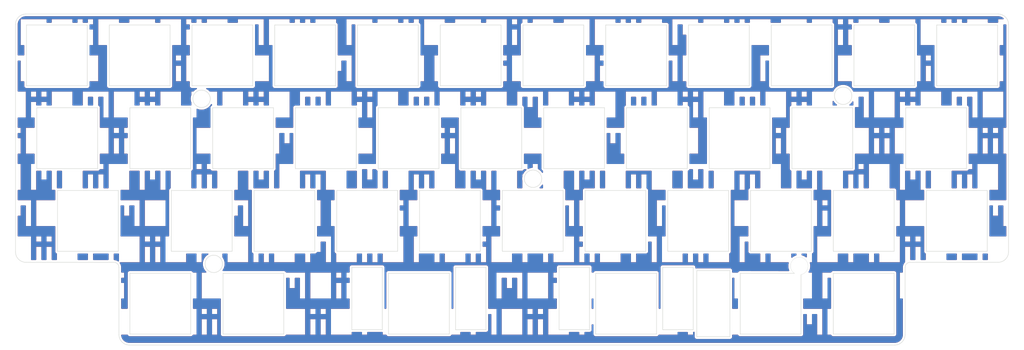
<source format=kicad_pcb>
(kicad_pcb (version 20211014) (generator pcbnew)
  (title_block (rev "1.0.0"))
  (layers (0 "F.Cu" signal) (31 "B.Cu" signal) (34 "B.Paste" user) (35 "F.Paste" user) (36 "B.SilkS" user "B.Silkscreen") (37 "F.SilkS" user "F.Silkscreen") (38 "B.Mask" user) (39 "F.Mask" user) (44 "Edge.Cuts" user))
  (net 0 "")
  (footprint "Marksard_Keyboard:m0ii040_Plate_Template_v1.0.0" (layer "F.Cu") (at 40.48125 54.76875)
    (fp_text reference "H1")
    (fp_text value "m0ii040_Plate_Template_v1.0.0")
    (fp_line (start -9.525 -7.14375) (end -9.525 45.24375) (layer "Edge.Cuts") (width 0.1))
    (fp_line (start 14.2875 48.815625) (end 14.2875 64.29375) (layer "Edge.Cuts") (width 0.1))
    (fp_line (start 216.69375 -9.525) (end -7.14375 -9.525) (layer "Edge.Cuts") (width 0.1))
    (fp_line (start 195.2625 64.29375) (end 195.2625 48.815625) (layer "Edge.Cuts") (width 0.1))
    (fp_line (start 16.66875 66.675) (end 192.88125 66.675) (layer "Edge.Cuts") (width 0.1))
    (fp_line (start 219.075 45.24375) (end 219.075 -7.14375) (layer "Edge.Cuts") (width 0.1))
    (fp_line (start -7.14375 47.625) (end 13.096875 47.625) (layer "Edge.Cuts") (width 0.1))
    (fp_line (start 196.453125 47.625) (end 216.69375 47.625) (layer "Edge.Cuts") (width 0.1))
    (fp_arc (start -9.525 -7.14375) (mid -8.827548 -8.827548) (end -7.14375 -9.525) (layer "Edge.Cuts") (width 0.1))
    (fp_arc (start 219.075 45.24375) (mid 218.377533 46.927533) (end 216.69375 47.625) (layer "Edge.Cuts") (width 0.1))
    (fp_arc (start 195.2625 48.815625) (mid 195.611219 47.973719) (end 196.453125 47.625) (layer "Edge.Cuts") (width 0.1))
    (fp_arc (start 16.66875 66.675) (mid 14.984952 65.977548) (end 14.2875 64.29375) (layer "Edge.Cuts") (width 0.1))
    (fp_arc (start 13.096875 47.625) (mid 13.938781 47.973719) (end 14.2875 48.815625) (layer "Edge.Cuts") (width 0.1))
    (fp_arc (start 195.2625 64.29375) (mid 194.565033 65.977533) (end 192.88125 66.675) (layer "Edge.Cuts") (width 0.1))
    (fp_arc (start -7.14375 47.625) (mid -8.827548 46.927548) (end -9.525 45.24375) (layer "Edge.Cuts") (width 0.1))
    (fp_arc (start 216.69375 -9.525) (mid 218.377533 -8.827533) (end 219.075 -7.14375) (layer "Edge.Cuts") (width 0.1))
    (fp_circle (center 36.109958 47.989904) (end 38.109958 47.989904) (layer "Edge.Cuts") (width 0.1) (fill none))
    (fp_circle (center 181.009958 9.289904) (end 183.009958 9.289904) (layer "Edge.Cuts") (width 0.1) (fill none))
    (fp_circle (center 33.309958 9.989904) (end 35.309958 9.989904) (layer "Edge.Cuts") (width 0.1) (fill none))
    (fp_circle (center 109.609958 28.389904) (end 111.609958 28.389904) (layer "Edge.Cuts") (width 0.1) (fill none))
  )
  (footprint "Marksard_Keyboard:SW_Hole" (layer "F.Cu") (at 250.03125 54.76875)
    (fp_text reference "SW12" hide)
    (fp_text value "BS")
    (fp_line (start 7 7) (end 7 -7) (layer "Edge.Cuts") (width 0.1))
    (fp_line (start -7 -7) (end -7 7) (layer "Edge.Cuts") (width 0.1))
    (fp_line (start 7 -7) (end -7 -7) (layer "Edge.Cuts") (width 0.1))
    (fp_line (start -7 7) (end 7 7) (layer "Edge.Cuts") (width 0.1))
  )
  (footprint "Marksard_Keyboard:SW_Hole" (layer "F.Cu") (at 83.34375 73.81875)
    (fp_text reference "SW15" hide)
    (fp_text value "S")
    (fp_line (start 7 7) (end 7 -7) (layer "Edge.Cuts") (width 0.1))
    (fp_line (start -7 -7) (end -7 7) (layer "Edge.Cuts") (width 0.1))
    (fp_line (start 7 -7) (end -7 -7) (layer "Edge.Cuts") (width 0.1))
    (fp_line (start -7 7) (end 7 7) (layer "Edge.Cuts") (width 0.1))
  )
  (footprint "Marksard_Keyboard:SW_Hole" (layer "F.Cu") (at 73.81875 92.86875)
    (fp_text reference "SW26" hide)
    (fp_text value "Z")
    (fp_line (start -7 7) (end 7 7) (layer "Edge.Cuts") (width 0.1))
    (fp_line (start 7 -7) (end -7 -7) (layer "Edge.Cuts") (width 0.1))
    (fp_line (start 7 7) (end 7 -7) (layer "Edge.Cuts") (width 0.1))
    (fp_line (start -7 -7) (end -7 7) (layer "Edge.Cuts") (width 0.1))
  )
  (footprint "Marksard_Keyboard:SW_Hole" (layer "F.Cu") (at 85.72475 111.91875)
    (fp_text reference "SW39" hide)
    (fp_text value "ALT")
    (fp_line (start 7 7) (end 7 -7) (layer "Edge.Cuts") (width 0.1))
    (fp_line (start -7 -7) (end -7 7) (layer "Edge.Cuts") (width 0.1))
    (fp_line (start 7 -7) (end -7 -7) (layer "Edge.Cuts") (width 0.1))
    (fp_line (start -7 7) (end 7 7) (layer "Edge.Cuts") (width 0.1))
  )
  (footprint "Marksard_Keyboard:SW_Hole" (layer "F.Cu") (at 102.39375 73.81875)
    (fp_text reference "SW16" hide)
    (fp_text value "D")
    (fp_line (start -7 -7) (end -7 7) (layer "Edge.Cuts") (width 0.1))
    (fp_line (start -7 7) (end 7 7) (layer "Edge.Cuts") (width 0.1))
    (fp_line (start 7 -7) (end -7 -7) (layer "Edge.Cuts") (width 0.1))
    (fp_line (start 7 7) (end 7 -7) (layer "Edge.Cuts") (width 0.1))
  )
  (footprint "Marksard_Keyboard:SW_Hole" (layer "F.Cu") (at 135.73125 54.76875)
    (fp_text reference "SW6" hide)
    (fp_text value "T")
    (fp_line (start 7 -7) (end -7 -7) (layer "Edge.Cuts") (width 0.1))
    (fp_line (start -7 -7) (end -7 7) (layer "Edge.Cuts") (width 0.1))
    (fp_line (start 7 7) (end 7 -7) (layer "Edge.Cuts") (width 0.1))
    (fp_line (start -7 7) (end 7 7) (layer "Edge.Cuts") (width 0.1))
  )
  (footprint "Marksard_Keyboard:SW_Hole" (layer "F.Cu") (at 178.59375 73.81875)
    (fp_text reference "SW20" hide)
    (fp_text value "J")
    (fp_line (start 7 7) (end 7 -7) (layer "Edge.Cuts") (width 0.1))
    (fp_line (start -7 7) (end 7 7) (layer "Edge.Cuts") (width 0.1))
    (fp_line (start 7 -7) (end -7 -7) (layer "Edge.Cuts") (width 0.1))
    (fp_line (start -7 -7) (end -7 7) (layer "Edge.Cuts") (width 0.1))
  )
  (footprint "Marksard_Keyboard:SW_Hole" (layer "F.Cu") (at 92.86875 92.86875)
    (fp_text reference "SW27" hide)
    (fp_text value "X")
    (fp_line (start 7 7) (end 7 -7) (layer "Edge.Cuts") (width 0.1))
    (fp_line (start 7 -7) (end -7 -7) (layer "Edge.Cuts") (width 0.1))
    (fp_line (start -7 7) (end 7 7) (layer "Edge.Cuts") (width 0.1))
    (fp_line (start -7 -7) (end -7 7) (layer "Edge.Cuts") (width 0.1))
  )
  (footprint "Marksard_Keyboard:SW_Hole" (layer "F.Cu") (at 40.48125 54.76875 180)
    (fp_text reference "SW1" hide)
    (fp_text value "ESC")
    (fp_line (start -7 -7) (end -7 7) (layer "Edge.Cuts") (width 0.1))
    (fp_line (start 7 -7) (end -7 -7) (layer "Edge.Cuts") (width 0.1))
    (fp_line (start 7 7) (end 7 -7) (layer "Edge.Cuts") (width 0.1))
    (fp_line (start -7 7) (end 7 7) (layer "Edge.Cuts") (width 0.1))
  )
  (footprint "Marksard_Keyboard:SW_Hole" (layer "F.Cu") (at 130.96875 92.86875)
    (fp_text reference "SW29" hide)
    (fp_text value "V")
    (fp_line (start 7 -7) (end -7 -7) (layer "Edge.Cuts") (width 0.1))
    (fp_line (start -7 7) (end 7 7) (layer "Edge.Cuts") (width 0.1))
    (fp_line (start -7 -7) (end -7 7) (layer "Edge.Cuts") (width 0.1))
    (fp_line (start 7 7) (end 7 -7) (layer "Edge.Cuts") (width 0.1))
  )
  (footprint "Marksard_Keyboard:SW_Hole_2" (layer "F.Cu") (at 123.82525 111.91875)
    (fp_text reference "SW40" hide)
    (fp_text value "BS")
    (fp_line (start -8.43805 5.9984) (end -8.43805 -8.3342) (layer "Edge.Cuts") (width 0.1))
    (fp_line (start 15.43795 -8.3342) (end 8.43795 -8.3342) (layer "Edge.Cuts") (width 0.1))
    (fp_line (start -15.43805 5.9984) (end -15.43805 -8.3342) (layer "Edge.Cuts") (width 0.1))
    (fp_line (start -8.43805 -8.3342) (end -15.43805 -8.3342) (layer "Edge.Cuts") (width 0.1))
    (fp_line (start -7 -7) (end -7 7) (layer "Edge.Cuts") (width 0.1))
    (fp_line (start 15.43795 5.9984) (end 15.43795 -8.3342) (layer "Edge.Cuts") (width 0.1))
    (fp_line (start 8.43795 5.9984) (end 8.43795 -8.3342) (layer "Edge.Cuts") (width 0.1))
    (fp_line (start -7 7) (end 7 7) (layer "Edge.Cuts") (width 0.1))
    (fp_line (start 15.43795 5.9984) (end 8.43795 5.9984) (layer "Edge.Cuts") (width 0.1))
    (fp_line (start -8.43805 5.9984) (end -15.43805 5.9984) (layer "Edge.Cuts") (width 0.1))
    (fp_line (start 7 7) (end 7 -7) (layer "Edge.Cuts") (width 0.1))
    (fp_line (start 7 -7) (end -7 -7) (layer "Edge.Cuts") (width 0.1))
  )
  (footprint "Marksard_Keyboard:SW_Hole" (layer "F.Cu") (at 216.69375 73.81875)
    (fp_text reference "SW22" hide)
    (fp_text value "L")
    (fp_line (start -7 7) (end 7 7) (layer "Edge.Cuts") (width 0.1))
    (fp_line (start 7 7) (end 7 -7) (layer "Edge.Cuts") (width 0.1))
    (fp_line (start 7 -7) (end -7 -7) (layer "Edge.Cuts") (width 0.1))
    (fp_line (start -7 -7) (end -7 7) (layer "Edge.Cuts") (width 0.1))
  )
  (footprint "Marksard_Keyboard:SW_Hole" (layer "F.Cu") (at 242.88775 73.81875)
    (fp_text reference "SW23" hide)
    (fp_text value "ENT")
    (fp_line (start -7 7) (end 7 7) (layer "Edge.Cuts") (width 0.1))
    (fp_line (start 7 -7) (end -7 -7) (layer "Edge.Cuts") (width 0.1))
    (fp_line (start 7 7) (end 7 -7) (layer "Edge.Cuts") (width 0.1))
    (fp_line (start -7 -7) (end -7 7) (layer "Edge.Cuts") (width 0.1))
  )
  (footprint "Marksard_Keyboard:SW_Hole" (layer "F.Cu") (at 247.64975 92.86875)
    (fp_text reference "SW35" hide)
    (fp_text value "SHIFT")
    (fp_line (start 7 7) (end 7 -7) (layer "Edge.Cuts") (width 0.1))
    (fp_line (start 7 -7) (end -7 -7) (layer "Edge.Cuts") (width 0.1))
    (fp_line (start -7 -7) (end -7 7) (layer "Edge.Cuts") (width 0.1))
    (fp_line (start -7 7) (end 7 7) (layer "Edge.Cuts") (width 0.1))
  )
  (footprint "Marksard_Keyboard:SW_Hole" (layer "F.Cu") (at 59.53125 54.76875 180)
    (fp_text reference "SW2" hide)
    (fp_text value "Q")
    (fp_line (start 7 7) (end 7 -7) (layer "Edge.Cuts") (width 0.1))
    (fp_line (start 7 -7) (end -7 -7) (layer "Edge.Cuts") (width 0.1))
    (fp_line (start -7 -7) (end -7 7) (layer "Edge.Cuts") (width 0.1))
    (fp_line (start -7 7) (end 7 7) (layer "Edge.Cuts") (width 0.1))
  )
  (footprint "Marksard_Keyboard:SW_Hole" (layer "F.Cu") (at 150.01875 92.86875)
    (fp_text reference "SW30" hide)
    (fp_text value "B")
    (fp_line (start -7 7) (end 7 7) (layer "Edge.Cuts") (width 0.1))
    (fp_line (start -7 -7) (end -7 7) (layer "Edge.Cuts") (width 0.1))
    (fp_line (start 7 7) (end 7 -7) (layer "Edge.Cuts") (width 0.1))
    (fp_line (start 7 -7) (end -7 -7) (layer "Edge.Cuts") (width 0.1))
  )
  (footprint "Marksard_Keyboard:SW_Hole" (layer "F.Cu") (at 121.44375 73.81875)
    (fp_text reference "SW17" hide)
    (fp_text value "F")
    (fp_line (start -7 7) (end 7 7) (layer "Edge.Cuts") (width 0.1))
    (fp_line (start 7 -7) (end -7 -7) (layer "Edge.Cuts") (width 0.1))
    (fp_line (start -7 -7) (end -7 7) (layer "Edge.Cuts") (width 0.1))
    (fp_line (start 7 7) (end 7 -7) (layer "Edge.Cuts") (width 0.1))
  )
  (footprint "Marksard_Keyboard:SW_Hole" (layer "F.Cu") (at 111.91875 92.86875)
    (fp_text reference "SW28" hide)
    (fp_text value "C")
    (fp_line (start 7 -7) (end -7 -7) (layer "Edge.Cuts") (width 0.1))
    (fp_line (start 7 7) (end 7 -7) (layer "Edge.Cuts") (width 0.1))
    (fp_line (start -7 7) (end 7 7) (layer "Edge.Cuts") (width 0.1))
    (fp_line (start -7 -7) (end -7 7) (layer "Edge.Cuts") (width 0.1))
  )
  (footprint "Marksard_Keyboard:SW_Hole" (layer "F.Cu") (at 159.54375 73.81875)
    (fp_text reference "SW19" hide)
    (fp_text value "H")
    (fp_line (start -7 -7) (end -7 7) (layer "Edge.Cuts") (width 0.1))
    (fp_line (start 7 7) (end 7 -7) (layer "Edge.Cuts") (width 0.1))
    (fp_line (start 7 -7) (end -7 -7) (layer "Edge.Cuts") (width 0.1))
    (fp_line (start -7 7) (end 7 7) (layer "Edge.Cuts") (width 0.1))
  )
  (footprint "Marksard_Keyboard:SW_Hole" (layer "F.Cu") (at 78.58125 54.76875)
    (fp_text reference "SW3" hide)
    (fp_text value "W")
    (fp_line (start 7 7) (end 7 -7) (layer "Edge.Cuts") (width 0.1))
    (fp_line (start -7 7) (end 7 7) (layer "Edge.Cuts") (width 0.1))
    (fp_line (start 7 -7) (end -7 -7) (layer "Edge.Cuts") (width 0.1))
    (fp_line (start -7 -7) (end -7 7) (layer "Edge.Cuts") (width 0.1))
  )
  (footprint "Marksard_Keyboard:SW_Hole" (layer "F.Cu") (at 197.64375 73.81875)
    (fp_text reference "SW21" hide)
    (fp_text value "K")
    (fp_line (start -7 7) (end 7 7) (layer "Edge.Cuts") (width 0.1))
    (fp_line (start 7 7) (end 7 -7) (layer "Edge.Cuts") (width 0.1))
    (fp_line (start -7 -7) (end -7 7) (layer "Edge.Cuts") (width 0.1))
    (fp_line (start 7 -7) (end -7 -7) (layer "Edge.Cuts") (width 0.1))
  )
  (footprint "Marksard_Keyboard:SW_Hole" (layer "F.Cu") (at 230.98125 54.76875)
    (fp_text reference "SW11" hide)
    (fp_text value "P")
    (fp_line (start -7 7) (end 7 7) (layer "Edge.Cuts") (width 0.1))
    (fp_line (start 7 -7) (end -7 -7) (layer "Edge.Cuts") (width 0.1))
    (fp_line (start 7 7) (end 7 -7) (layer "Edge.Cuts") (width 0.1))
    (fp_line (start -7 -7) (end -7 7) (layer "Edge.Cuts") (width 0.1))
  )
  (footprint "Marksard_Keyboard:SW_Hole" (layer "F.Cu") (at 64.29375 111.91875)
    (fp_text reference "SW38" hide)
    (fp_text value "WIN")
    (fp_line (start -7 7) (end 7 7) (layer "Edge.Cuts") (width 0.1))
    (fp_line (start -7 -7) (end -7 7) (layer "Edge.Cuts") (width 0.1))
    (fp_line (start 7 7) (end 7 -7) (layer "Edge.Cuts") (width 0.1))
    (fp_line (start 7 -7) (end -7 -7) (layer "Edge.Cuts") (width 0.1))
  )
  (footprint "Marksard_Keyboard:SW_Hole" (layer "F.Cu") (at 47.62525 92.86875)
    (fp_text reference "SW25" hide)
    (fp_text value "SHIFT")
    (fp_line (start 7 7) (end 7 -7) (layer "Edge.Cuts") (width 0.1))
    (fp_line (start -7 7) (end 7 7) (layer "Edge.Cuts") (width 0.1))
    (fp_line (start 7 -7) (end -7 -7) (layer "Edge.Cuts") (width 0.1))
    (fp_line (start -7 -7) (end -7 7) (layer "Edge.Cuts") (width 0.1))
  )
  (footprint "Marksard_Keyboard:SW_Hole" (layer "F.Cu") (at 207.16875 92.86875)
    (fp_text reference "SW33" hide)
    (fp_text value ",")
    (fp_line (start 7 -7) (end -7 -7) (layer "Edge.Cuts") (width 0.1))
    (fp_line (start 7 7) (end 7 -7) (layer "Edge.Cuts") (width 0.1))
    (fp_line (start -7 7) (end 7 7) (layer "Edge.Cuts") (width 0.1))
    (fp_line (start -7 -7) (end -7 7) (layer "Edge.Cuts") (width 0.1))
  )
  (footprint "Marksard_Keyboard:SW_Hole" (layer "F.Cu") (at 188.11875 92.86875)
    (fp_text reference "SW32" hide)
    (fp_text value "M")
    (fp_line (start 7 -7) (end -7 -7) (layer "Edge.Cuts") (width 0.1))
    (fp_line (start -7 7) (end 7 7) (layer "Edge.Cuts") (width 0.1))
    (fp_line (start -7 -7) (end -7 7) (layer "Edge.Cuts") (width 0.1))
    (fp_line (start 7 7) (end 7 -7) (layer "Edge.Cuts") (width 0.1))
  )
  (footprint "Marksard_Keyboard:SW_Hole" (layer "F.Cu") (at 97.63125 54.76875)
    (fp_text reference "SW4" hide)
    (fp_text value "E")
    (fp_line (start -7 -7) (end -7 7) (layer "Edge.Cuts") (width 0.1))
    (fp_line (start -7 7) (end 7 7) (layer "Edge.Cuts") (width 0.1))
    (fp_line (start 7 7) (end 7 -7) (layer "Edge.Cuts") (width 0.1))
    (fp_line (start 7 -7) (end -7 -7) (layer "Edge.Cuts") (width 0.1))
  )
  (footprint "Marksard_Keyboard:SW_Hole" (layer "F.Cu") (at 154.78125 54.76875)
    (fp_text reference "SW7" hide)
    (fp_text value "Y")
    (fp_line (start 7 7) (end 7 -7) (layer "Edge.Cuts") (width 0.1))
    (fp_line (start 7 -7) (end -7 -7) (layer "Edge.Cuts") (width 0.1))
    (fp_line (start -7 7) (end 7 7) (layer "Edge.Cuts") (width 0.1))
    (fp_line (start -7 -7) (end -7 7) (layer "Edge.Cuts") (width 0.1))
  )
  (footprint "Marksard_Keyboard:SW_Hole" (layer "F.Cu") (at 226.21875 92.86875)
    (fp_text reference "SW34" hide)
    (fp_text value ".")
    (fp_line (start 7 -7) (end -7 -7) (layer "Edge.Cuts") (width 0.1))
    (fp_line (start -7 -7) (end -7 7) (layer "Edge.Cuts") (width 0.1))
    (fp_line (start -7 7) (end 7 7) (layer "Edge.Cuts") (width 0.1))
    (fp_line (start 7 7) (end 7 -7) (layer "Edge.Cuts") (width 0.1))
  )
  (footprint "Marksard_Keyboard:SW_Hole" (layer "F.Cu") (at 173.83125 54.76875)
    (fp_text reference "SW8" hide)
    (fp_text value "U")
    (fp_line (start -7 -7) (end -7 7) (layer "Edge.Cuts") (width 0.1))
    (fp_line (start 7 7) (end 7 -7) (layer "Edge.Cuts") (width 0.1))
    (fp_line (start -7 7) (end 7 7) (layer "Edge.Cuts") (width 0.1))
    (fp_line (start 7 -7) (end -7 -7) (layer "Edge.Cuts") (width 0.1))
  )
  (footprint "Marksard_Keyboard:SW_Hole" (layer "F.Cu") (at 140.49375 73.81875)
    (fp_text reference "SW18" hide)
    (fp_text value "G")
    (fp_line (start -7 7) (end 7 7) (layer "Edge.Cuts") (width 0.1))
    (fp_line (start -7 -7) (end -7 7) (layer "Edge.Cuts") (width 0.1))
    (fp_line (start 7 -7) (end -7 -7) (layer "Edge.Cuts") (width 0.1))
    (fp_line (start 7 7) (end 7 -7) (layer "Edge.Cuts") (width 0.1))
  )
  (footprint "Marksard_Keyboard:SW_Hole" (layer "F.Cu") (at 64.29375 73.81875)
    (fp_text reference "SW14" hide)
    (fp_text value "A")
    (fp_line (start -7 7) (end 7 7) (layer "Edge.Cuts") (width 0.1))
    (fp_line (start -7 -7) (end -7 7) (layer "Edge.Cuts") (width 0.1))
    (fp_line (start 7 7) (end 7 -7) (layer "Edge.Cuts") (width 0.1))
    (fp_line (start 7 -7) (end -7 -7) (layer "Edge.Cuts") (width 0.1))
  )
  (footprint "Marksard_Keyboard:SW_Hole" (layer "F.Cu") (at 226.21875 111.91875)
    (fp_text reference "SW44" hide)
    (fp_text value "APP")
    (fp_line (start -7 -7) (end -7 7) (layer "Edge.Cuts") (width 0.1))
    (fp_line (start -7 7) (end 7 7) (layer "Edge.Cuts") (width 0.1))
    (fp_line (start 7 7) (end 7 -7) (layer "Edge.Cuts") (width 0.1))
    (fp_line (start 7 -7) (end -7 -7) (layer "Edge.Cuts") (width 0.1))
  )
  (footprint "Marksard_Keyboard:SW_Hole" (layer "F.Cu") (at 169.06875 92.86875)
    (fp_text reference "SW31" hide)
    (fp_text value "N")
    (fp_line (start 7 7) (end 7 -7) (layer "Edge.Cuts") (width 0.1))
    (fp_line (start 7 -7) (end -7 -7) (layer "Edge.Cuts") (width 0.1))
    (fp_line (start -7 7) (end 7 7) (layer "Edge.Cuts") (width 0.1))
    (fp_line (start -7 -7) (end -7 7) (layer "Edge.Cuts") (width 0.1))
  )
  (footprint "Marksard_Keyboard:SW_Hole" (layer "F.Cu") (at 211.93125 54.76875)
    (fp_text reference "SW10" hide)
    (fp_text value "O")
    (fp_line (start -7 7) (end 7 7) (layer "Edge.Cuts") (width 0.1))
    (fp_line (start -7 -7) (end -7 7) (layer "Edge.Cuts") (width 0.1))
    (fp_line (start 7 -7) (end -7 -7) (layer "Edge.Cuts") (width 0.1))
    (fp_line (start 7 7) (end 7 -7) (layer "Edge.Cuts") (width 0.1))
  )
  (footprint "Marksard_Keyboard:SW_Hole_2" (layer "F.Cu") (at 171.52435 111.91875)
    (fp_text reference "SW42" hide)
    (fp_text value "SPC")
    (fp_line (start -7 7) (end 7 7) (layer "Edge.Cuts") (width 0.1))
    (fp_line (start 7 7) (end 7 -7) (layer "Edge.Cuts") (width 0.1))
    (fp_line (start 8.43795 5.9984) (end 8.43795 -8.3342) (layer "Edge.Cuts") (width 0.1))
    (fp_line (start -7 -7) (end -7 7) (layer "Edge.Cuts") (width 0.1))
    (fp_line (start -15.43805 5.9984) (end -15.43805 -8.3342) (layer "Edge.Cuts") (width 0.1))
    (fp_line (start -8.43805 5.9984) (end -8.43805 -8.3342) (layer "Edge.Cuts") (width 0.1))
    (fp_line (start 15.43795 5.9984) (end 15.43795 -8.3342) (layer "Edge.Cuts") (width 0.1))
    (fp_line (start 7 -7) (end -7 -7) (layer "Edge.Cuts") (width 0.1))
    (fp_line (start -8.43805 5.9984) (end -15.43805 5.9984) (layer "Edge.Cuts") (width 0.1))
    (fp_line (start 15.43795 5.9984) (end 8.43795 5.9984) (layer "Edge.Cuts") (width 0.1))
    (fp_line (start 15.43795 -8.3342) (end 8.43795 -8.3342) (layer "Edge.Cuts") (width 0.1))
    (fp_line (start -8.43805 -8.3342) (end -15.43805 -8.3342) (layer "Edge.Cuts") (width 0.1))
  )
  (footprint "Marksard_Keyboard:SW_Hole" (layer "F.Cu") (at 192.88125 54.76875)
    (fp_text reference "SW9" hide)
    (fp_text value "I")
    (fp_line (start 7 -7) (end -7 -7) (layer "Edge.Cuts") (width 0.1))
    (fp_line (start -7 7) (end 7 7) (layer "Edge.Cuts") (width 0.1))
    (fp_line (start 7 7) (end 7 -7) (layer "Edge.Cuts") (width 0.1))
    (fp_line (start -7 -7) (end -7 7) (layer "Edge.Cuts") (width 0.1))
  )
  (footprint "Marksard_Keyboard:SW_Hole" (layer "F.Cu") (at 116.68125 54.76875)
    (fp_text reference "SW5" hide)
    (fp_text value "R")
    (fp_line (start 7 7) (end 7 -7) (layer "Edge.Cuts") (width 0.1))
    (fp_line (start 7 -7) (end -7 -7) (layer "Edge.Cuts") (width 0.1))
    (fp_line (start -7 7) (end 7 7) (layer "Edge.Cuts") (width 0.1))
    (fp_line (start -7 -7) (end -7 7) (layer "Edge.Cuts") (width 0.1))
  )
  (footprint "Marksard_Keyboard:SW_Hole" (layer "F.Cu") (at 42.86225 73.81875)
    (fp_text reference "SW13" hide)
    (fp_text value "CTRL")
    (fp_line (start -7 -7) (end -7 7) (layer "Edge.Cuts") (width 0.1))
    (fp_line (start -7 7) (end 7 7) (layer "Edge.Cuts") (width 0.1))
    (fp_line (start 7 -7) (end -7 -7) (layer "Edge.Cuts") (width 0.1))
    (fp_line (start 7 7) (end 7 -7) (layer "Edge.Cuts") (width 0.1))
  )
  (gr_arc (start 210.28025 104.93375) (mid 211.776173 101.274515) (end 211.785018 105.227705) (layer "Edge.Cuts") (width 0.05))
  (gr_line (start 197.78725 104.91875) (end 210.28025 104.93375) (layer "Edge.Cuts") (width 0.1))
  (gr_rect (start 187.80125 104.29875) (end 195.42125 119.53875) (layer "Edge.Cuts") (width 0.1) (fill none))
  (gr_line (start 197.78725 118.91875) (end 211.78725 118.91875) (layer "Edge.Cuts") (width 0.1))
  (gr_line (start 211.78725 118.91875) (end 211.785018 105.227705) (layer "Edge.Cuts") (width 0.1))
  (gr_line (start 197.78725 104.91875) (end 197.78725 118.91875) (layer "Edge.Cuts") (width 0.1))
  (zone (net 0) (net_name "") (layers F&B.Cu) (connect_pads (clearance 0)) (min_thickness 0.254)
    (keepout (tracks allowed) (vias allowed) (pads allowed) (copperpour not_allowed) (footprints allowed))
    (fill (thermal_gap 0.508) (thermal_bridge_width 0.508))
    (polygon (pts (xy 166.6875 60.721875) (xy 165.496875 60.721875) (xy 165.496875 57.15) (xy 166.6875 57.15)))
  )
  (zone (net 0) (net_name "") (layers F&B.Cu) (connect_pads (clearance 0)) (min_thickness 0.254)
    (keepout (tracks allowed) (vias allowed) (pads allowed) (copperpour not_allowed) (footprints allowed))
    (fill (thermal_gap 0.508) (thermal_bridge_width 0.508))
    (polygon (pts (xy 41.671875 55.959375) (xy 40.48125 55.959375) (xy 40.48125 54.76875) (xy 41.671875 54.76875)))
  )
  (zone (net 0) (net_name "") (layers F&B.Cu) (connect_pads (clearance 0)) (min_thickness 0.254)
    (keepout (tracks allowed) (vias allowed) (pads allowed) (copperpour not_allowed) (footprints allowed))
    (fill (thermal_gap 0.508) (thermal_bridge_width 0.508))
    (polygon (pts (xy 51.196875 85.725) (xy 50.00625 85.725) (xy 50.00625 82.153125) (xy 51.196875 82.153125)))
  )
  (zone (net 0) (net_name "") (layers F&B.Cu) (connect_pads (clearance 0)) (min_thickness 0.254)
    (keepout (tracks allowed) (vias allowed) (pads allowed) (copperpour not_allowed) (footprints allowed))
    (fill (thermal_gap 0.508) (thermal_bridge_width 0.508))
    (polygon (pts (xy 45.24375 102.39375) (xy 40.48125 102.39375) (xy 40.48125 96.440625) (xy 45.24375 96.440625)))
  )
  (zone (net 0) (net_name "") (layers F&B.Cu) (connect_pads (clearance 0)) (min_thickness 0.254)
    (keepout (tracks allowed) (vias allowed) (pads allowed) (copperpour not_allowed) (footprints allowed))
    (fill (thermal_gap 0.508) (thermal_bridge_width 0.508))
    (polygon (pts (xy 194.071875 52.3875) (xy 189.309375 52.3875) (xy 189.309375 46.434375) (xy 194.071875 46.434375)))
  )
  (zone (net 0) (net_name "") (layers F&B.Cu) (connect_pads (clearance 0)) (min_thickness 0.254)
    (keepout (tracks allowed) (vias allowed) (pads allowed) (copperpour not_allowed) (footprints allowed))
    (fill (thermal_gap 0.508) (thermal_bridge_width 0.508))
    (polygon (pts (xy 173.83125 80.9625) (xy 172.640625 80.9625) (xy 172.640625 79.771875) (xy 173.83125 79.771875)))
  )
  (zone (net 0) (net_name "") (layers F&B.Cu) (connect_pads (clearance 0)) (min_thickness 0.254)
    (keepout (tracks allowed) (vias allowed) (pads allowed) (copperpour not_allowed) (footprints allowed))
    (fill (thermal_gap 0.508) (thermal_bridge_width 0.508))
    (polygon (pts (xy 133.35 119.0625) (xy 128.5875 119.0625) (xy 128.5875 113.109375) (xy 133.35 113.109375)))
  )
  (zone (net 0) (net_name "") (layers F&B.Cu) (connect_pads (clearance 0)) (min_thickness 0.254)
    (keepout (tracks allowed) (vias allowed) (pads allowed) (copperpour not_allowed) (footprints allowed))
    (fill (thermal_gap 0.508) (thermal_bridge_width 0.508))
    (polygon (pts (xy 240.50625 85.725) (xy 239.315625 85.725) (xy 239.315625 80.9625) (xy 238.125 80.9625) (xy 238.125 83.34375) (xy 236.934375 83.34375) (xy 236.934375 80.9625) (xy 235.74375 80.9625) (xy 235.74375 85.725) (xy 234.553125 85.725) (xy 234.553125 79.771875) (xy 240.50625 79.771875)))
  )
  (zone (net 0) (net_name "") (layers F&B.Cu) (connect_pads (clearance 0)) (min_thickness 0.254)
    (keepout (tracks allowed) (vias allowed) (pads allowed) (copperpour not_allowed) (footprints allowed))
    (fill (thermal_gap 0.508) (thermal_bridge_width 0.508))
    (polygon (pts (xy 186.928125 102.39375) (xy 185.7375 102.39375) (xy 185.7375 98.821875) (xy 186.928125 98.821875)))
  )
  (zone (net 0) (net_name "") (layers F&B.Cu) (connect_pads (clearance 0)) (min_thickness 0.254)
    (keepout (tracks allowed) (vias allowed) (pads allowed) (copperpour not_allowed) (footprints allowed))
    (fill (thermal_gap 0.508) (thermal_bridge_width 0.508))
    (polygon (pts (xy 198.834375 80.9625) (xy 197.64375 80.9625) (xy 197.64375 79.771875) (xy 198.834375 79.771875)))
  )
  (zone (net 0) (net_name "") (layers F&B.Cu) (connect_pads (clearance 0)) (min_thickness 0.254)
    (keepout (tracks allowed) (vias allowed) (pads allowed) (copperpour not_allowed) (footprints allowed))
    (fill (thermal_gap 0.508) (thermal_bridge_width 0.508))
    (polygon (pts (xy 117.871875 89.296875) (xy 116.68125 89.296875) (xy 116.68125 88.10625) (xy 117.871875 88.10625)))
  )
  (zone (net 0) (net_name "") (layers F&B.Cu) (connect_pads (clearance 0)) (min_thickness 0.254)
    (keepout (tracks allowed) (vias allowed) (pads allowed) (copperpour not_allowed) (footprints allowed))
    (fill (thermal_gap 0.508) (thermal_bridge_width 0.508))
    (polygon (pts (xy 258.365625 60.721875) (xy 257.175 60.721875) (xy 257.175 55.959375) (xy 255.984375 55.959375) (xy 255.984375 58.340625) (xy 254.79375 58.340625) (xy 254.79375 55.959375) (xy 253.603125 55.959375) (xy 253.603125 60.721875) (xy 252.4125 60.721875) (xy 252.4125 54.76875) (xy 258.365625 54.76875)))
  )
  (zone (net 0) (net_name "") (layers F&B.Cu) (connect_pads (clearance 0)) (min_thickness 0.254)
    (keepout (tracks allowed) (vias allowed) (pads allowed) (copperpour not_allowed) (footprints allowed))
    (fill (thermal_gap 0.508) (thermal_bridge_width 0.508))
    (polygon (pts (xy 34.528125 94.059375) (xy 33.3375 94.059375) (xy 33.3375 89.296875) (xy 32.146875 89.296875) (xy 32.146875 91.678125) (xy 30.95625 91.678125) (xy 30.95625 89.296875) (xy 29.765625 89.296875) (xy 29.765625 94.059375) (xy 28.575 94.059375) (xy 28.575 88.10625) (xy 34.528125 88.10625)))
  )
  (zone (net 0) (net_name "") (layers F&B.Cu) (connect_pads (clearance 0)) (min_thickness 0.254)
    (keepout (tracks allowed) (vias allowed) (pads allowed) (copperpour not_allowed) (footprints allowed))
    (fill (thermal_gap 0.508) (thermal_bridge_width 0.508))
    (polygon (pts (xy 111.91875 97.63125) (xy 110.728125 97.63125) (xy 110.728125 96.440625) (xy 111.91875 96.440625)))
  )
  (zone (net 0) (net_name "") (layers F&B.Cu) (connect_pads (clearance 0)) (min_thickness 0.254)
    (keepout (tracks allowed) (vias allowed) (pads allowed) (copperpour not_allowed) (footprints allowed))
    (fill (thermal_gap 0.508) (thermal_bridge_width 0.508))
    (polygon (pts (xy 73.81875 85.725) (xy 72.628125 85.725) (xy 72.628125 82.153125) (xy 73.81875 82.153125)))
  )
  (zone (net 0) (net_name "") (layers F&B.Cu) (connect_pads (clearance 0)) (min_thickness 0.254)
    (keepout (tracks allowed) (vias allowed) (pads allowed) (copperpour not_allowed) (footprints allowed))
    (fill (thermal_gap 0.508) (thermal_bridge_width 0.508))
    (polygon (pts (xy 89.296875 102.39375) (xy 88.10625 102.39375) (xy 88.10625 98.821875) (xy 89.296875 98.821875)))
  )
  (zone (net 0) (net_name "") (layers F&B.Cu) (connect_pads (clearance 0)) (min_thickness 0.254)
    (keepout (tracks allowed) (vias allowed) (pads allowed) (copperpour not_allowed) (footprints allowed))
    (fill (thermal_gap 0.508) (thermal_bridge_width 0.508))
    (polygon (pts (xy 120.253125 94.059375) (xy 119.0625 94.059375) (xy 119.0625 90.4875) (xy 120.253125 90.4875)))
  )
  (zone (net 0) (net_name "") (layers F&B.Cu) (connect_pads (clearance 0)) (min_thickness 0.254)
    (keepout (tracks allowed) (vias allowed) (pads allowed) (copperpour not_allowed) (footprints allowed))
    (fill (thermal_gap 0.508) (thermal_bridge_width 0.508))
    (polygon (pts (xy 165.496875 94.059375) (xy 160.734375 94.059375) (xy 160.734375 88.10625) (xy 165.496875 88.10625)))
  )
  (zone (net 0) (net_name "") (layers F&B.Cu) (connect_pads (clearance 0)) (min_thickness 0.254)
    (keepout (tracks allowed) (vias allowed) (pads allowed) (copperpour not_allowed) (footprints allowed))
    (fill (thermal_gap 0.508) (thermal_bridge_width 0.508))
    (polygon (pts (xy 55.959375 110.728125) (xy 54.76875 110.728125) (xy 54.76875 107.15625) (xy 55.959375 107.15625)))
  )
  (zone (net 0) (net_name "") (layers F&B.Cu) (connect_pads (clearance 0)) (min_thickness 0.254)
    (keepout (tracks allowed) (vias allowed) (pads allowed) (copperpour not_allowed) (footprints allowed))
    (fill (thermal_gap 0.508) (thermal_bridge_width 0.508))
    (polygon (pts (xy 122.634375 110.728125) (xy 121.44375 110.728125) (xy 121.44375 105.965625) (xy 120.253125 105.965625) (xy 120.253125 108.346875) (xy 119.0625 108.346875) (xy 119.0625 105.965625) (xy 117.871875 105.965625) (xy 117.871875 110.728125) (xy 116.68125 110.728125) (xy 116.68125 104.775) (xy 122.634375 104.775)))
  )
  (zone (net 0) (net_name "") (layers F&B.Cu) (connect_pads (clearance 0)) (min_thickness 0.254)
    (keepout (tracks allowed) (vias allowed) (pads allowed) (copperpour not_allowed) (footprints allowed))
    (fill (thermal_gap 0.508) (thermal_bridge_width 0.508))
    (polygon (pts (xy 33.3375 69.05625) (xy 28.575 69.05625) (xy 28.575 63.103125) (xy 33.3375 63.103125)))
  )
  (zone (net 0) (net_name "") (layers F&B.Cu) (connect_pads (clearance 0)) (min_thickness 0.254)
    (keepout (tracks allowed) (vias allowed) (pads allowed) (copperpour not_allowed) (footprints allowed))
    (fill (thermal_gap 0.508) (thermal_bridge_width 0.508))
    (polygon (pts (xy 194.071875 69.05625) (xy 189.309375 69.05625) (xy 189.309375 63.103125) (xy 194.071875 63.103125)))
  )
  (zone (net 0) (net_name "") (layers F&B.Cu) (connect_pads (clearance 0)) (min_thickness 0.254)
    (keepout (tracks allowed) (vias allowed) (pads allowed) (copperpour not_allowed) (footprints allowed))
    (fill (thermal_gap 0.508) (thermal_bridge_width 0.508))
    (polygon (pts (xy 89.296875 110.728125) (xy 84.534375 110.728125) (xy 84.534375 104.775) (xy 89.296875 104.775)))
  )
  (zone (net 0) (net_name "") (layers F&B.Cu) (connect_pads (clearance 0)) (min_thickness 0.254)
    (keepout (tracks allowed) (vias allowed) (pads allowed) (copperpour not_allowed) (footprints allowed))
    (fill (thermal_gap 0.508) (thermal_bridge_width 0.508))
    (polygon (pts (xy 236.934375 102.39375) (xy 235.74375 102.39375) (xy 235.74375 98.821875) (xy 236.934375 98.821875)))
  )
  (zone (net 0) (net_name "") (layers F&B.Cu) (connect_pads (clearance 0)) (min_thickness 0.254)
    (keepout (tracks allowed) (vias allowed) (pads allowed) (copperpour not_allowed) (footprints allowed))
    (fill (thermal_gap 0.508) (thermal_bridge_width 0.508))
    (polygon (pts (xy 60.721875 64.29375) (xy 59.53125 64.29375) (xy 59.53125 63.103125) (xy 60.721875 63.103125)))
  )
  (zone (net 0) (net_name "") (layers F&B.Cu) (connect_pads (clearance 0)) (min_thickness 0.254)
    (keepout (tracks allowed) (vias allowed) (pads allowed) (copperpour not_allowed) (footprints allowed))
    (fill (thermal_gap 0.508) (thermal_bridge_width 0.508))
    (polygon (pts (xy 241.696875 55.959375) (xy 240.50625 55.959375) (xy 240.50625 54.76875) (xy 241.696875 54.76875)))
  )
  (zone (net 0) (net_name "") (layers F&B.Cu) (connect_pads (clearance 0)) (min_thickness 0.254)
    (keepout (tracks allowed) (vias allowed) (pads allowed) (copperpour not_allowed) (footprints allowed))
    (fill (thermal_gap 0.508) (thermal_bridge_width 0.508))
    (polygon (pts (xy 75.009375 119.0625) (xy 73.81875 119.0625) (xy 73.81875 115.490625) (xy 75.009375 115.490625)))
  )
  (zone (net 0) (net_name "") (layers F&B.Cu) (connect_pads (clearance 0)) (min_thickness 0.254)
    (keepout (tracks allowed) (vias allowed) (pads allowed) (copperpour not_allowed) (footprints allowed))
    (fill (thermal_gap 0.508) (thermal_bridge_width 0.508))
    (polygon (pts (xy 210.740625 69.05625) (xy 209.55 69.05625) (xy 209.55 65.484375) (xy 210.740625 65.484375)))
  )
  (zone (net 0) (net_name "") (layers F&B.Cu) (connect_pads (clearance 0)) (min_thickness 0.254)
    (keepout (tracks allowed) (vias allowed) (pads allowed) (copperpour not_allowed) (footprints allowed))
    (fill (thermal_gap 0.508) (thermal_bridge_width 0.508))
    (polygon (pts (xy 95.25 102.39375) (xy 90.4875 102.39375) (xy 90.4875 96.440625) (xy 95.25 96.440625)))
  )
  (zone (net 0) (net_name "") (layers F&B.Cu) (connect_pads (clearance 0)) (min_thickness 0.254)
    (keepout (tracks allowed) (vias allowed) (pads allowed) (copperpour not_allowed) (footprints allowed))
    (fill (thermal_gap 0.508) (thermal_bridge_width 0.508))
    (polygon (pts (xy 163.115625 77.390625) (xy 158.353125 77.390625) (xy 158.353125 71.4375) (xy 163.115625 71.4375)))
  )
  (zone (net 0) (net_name "") (layers F&B.Cu) (connect_pads (clearance 0)) (min_thickness 0.254)
    (keepout (tracks allowed) (vias allowed) (pads allowed) (copperpour not_allowed) (footprints allowed))
    (fill (thermal_gap 0.508) (thermal_bridge_width 0.508))
    (polygon (pts (xy 54.76875 52.3875) (xy 50.00625 52.3875) (xy 50.00625 46.434375) (xy 54.76875 46.434375)))
  )
  (zone (net 0) (net_name "") (layers F&B.Cu) (connect_pads (clearance 0)) (min_thickness 0.254)
    (keepout (tracks allowed) (vias allowed) (pads allowed) (copperpour not_allowed) (footprints allowed))
    (fill (thermal_gap 0.508) (thermal_bridge_width 0.508))
    (polygon (pts (xy 225.028125 114.3) (xy 223.8375 114.3) (xy 223.8375 113.109375) (xy 225.028125 113.109375)))
  )
  (zone (net 0) (net_name "") (layers F&B.Cu) (connect_pads (clearance 0)) (min_thickness 0.254)
    (keepout (tracks allowed) (vias allowed) (pads allowed) (copperpour not_allowed) (footprints allowed))
    (fill (thermal_gap 0.508) (thermal_bridge_width 0.508))
    (polygon (pts (xy 183.35625 105.965625) (xy 182.165625 105.965625) (xy 182.165625 104.775) (xy 183.35625 104.775)))
  )
  (zone (net 0) (net_name "") (layers F&B.Cu) (connect_pads (clearance 0)) (min_thickness 0.254)
    (keepout (tracks allowed) (vias allowed) (pads allowed) (copperpour not_allowed) (footprints allowed))
    (fill (thermal_gap 0.508) (thermal_bridge_width 0.508))
    (polygon (pts (xy 65.484375 94.059375) (xy 60.721875 94.059375) (xy 60.721875 88.10625) (xy 65.484375 88.10625)))
  )
  (zone (net 0) (net_name "") (layers F&B.Cu) (connect_pads (clearance 0)) (min_thickness 0.254)
    (keepout (tracks allowed) (vias allowed) (pads allowed) (copperpour not_allowed) (footprints allowed))
    (fill (thermal_gap 0.508) (thermal_bridge_width 0.508))
    (polygon (pts (xy 104.775 72.628125) (xy 103.584375 72.628125) (xy 103.584375 71.4375) (xy 104.775 71.4375)))
  )
  (zone (net 0) (net_name "") (layers F&B.Cu) (connect_pads (clearance 0)) (min_thickness 0.254)
    (keepout (tracks allowed) (vias allowed) (pads allowed) (copperpour not_allowed) (footprints allowed))
    (fill (thermal_gap 0.508) (thermal_bridge_width 0.508))
    (polygon (pts (xy 196.453125 85.725) (xy 191.690625 85.725) (xy 191.690625 79.771875) (xy 196.453125 79.771875)))
  )
  (zone (net 0) (net_name "") (layers F&B.Cu) (connect_pads (clearance 0)) (min_thickness 0.254)
    (keepout (tracks allowed) (vias allowed) (pads allowed) (copperpour not_allowed) (footprints allowed))
    (fill (thermal_gap 0.508) (thermal_bridge_width 0.508))
    (polygon (pts (xy 223.8375 85.725) (xy 222.646875 85.725) (xy 222.646875 82.153125) (xy 223.8375 82.153125)))
  )
  (zone (net 0) (net_name "") (layers F&B.Cu) (connect_pads (clearance 0)) (min_thickness 0.254)
    (keepout (tracks allowed) (vias allowed) (pads allowed) (copperpour not_allowed) (footprints allowed))
    (fill (thermal_gap 0.508) (thermal_bridge_width 0.508))
    (polygon (pts (xy 133.35 69.05625) (xy 128.5875 69.05625) (xy 128.5875 63.103125) (xy 133.35 63.103125)))
  )
  (zone (net 0) (net_name "") (layers F&B.Cu) (connect_pads (clearance 0)) (min_thickness 0.254)
    (keepout (tracks allowed) (vias allowed) (pads allowed) (copperpour not_allowed) (footprints allowed))
    (fill (thermal_gap 0.508) (thermal_bridge_width 0.508))
    (polygon (pts (xy 69.05625 55.959375) (xy 67.865625 55.959375) (xy 67.865625 54.76875) (xy 69.05625 54.76875)))
  )
  (zone (net 0) (net_name "") (layers F&B.Cu) (connect_pads (clearance 0)) (min_thickness 0.254)
    (keepout (tracks allowed) (vias allowed) (pads allowed) (copperpour not_allowed) (footprints allowed))
    (fill (thermal_gap 0.508) (thermal_bridge_width 0.508))
    (polygon (pts (xy 203.596875 102.39375) (xy 202.40625 102.39375) (xy 202.40625 97.63125) (xy 201.215625 97.63125) (xy 201.215625 100.0125) (xy 200.025 100.0125) (xy 200.025 97.63125) (xy 198.834375 97.63125) (xy 198.834375 102.39375) (xy 197.64375 102.39375) (xy 197.64375 96.440625) (xy 203.596875 96.440625)))
  )
  (zone (net 0) (net_name "") (layers F&B.Cu) (connect_pads (clearance 0)) (min_thickness 0.254)
    (keepout (tracks allowed) (vias allowed) (pads allowed) (copperpour not_allowed) (footprints allowed))
    (fill (thermal_gap 0.508) (thermal_bridge_width 0.508))
    (polygon (pts (xy 46.434375 77.390625) (xy 45.24375 77.390625) (xy 45.24375 72.628125) (xy 44.053125 72.628125) (xy 44.053125 75.009375) (xy 42.8625 75.009375) (xy 42.8625 72.628125) (xy 41.671875 72.628125) (xy 41.671875 77.390625) (xy 40.48125 77.390625) (xy 40.48125 71.4375) (xy 46.434375 71.4375)))
  )
  (zone (net 0) (net_name "") (layers F&B.Cu) (connect_pads (clearance 0)) (min_thickness 0.254)
    (keepout (tracks allowed) (vias allowed) (pads allowed) (copperpour not_allowed) (footprints allowed))
    (fill (thermal_gap 0.508) (thermal_bridge_width 0.508))
    (polygon (pts (xy 70.246875 89.296875) (xy 69.05625 89.296875) (xy 69.05625 88.10625) (xy 70.246875 88.10625)))
  )
  (zone (net 0) (net_name "") (layers F&B.Cu) (connect_pads (clearance 0)) (min_thickness 0.254)
    (keepout (tracks allowed) (vias allowed) (pads allowed) (copperpour not_allowed) (footprints allowed))
    (fill (thermal_gap 0.508) (thermal_bridge_width 0.508))
    (polygon (pts (xy 73.81875 52.3875) (xy 72.628125 52.3875) (xy 72.628125 48.815625) (xy 73.81875 48.815625)))
  )
  (zone (net 0) (net_name "") (layers F&B.Cu) (connect_pads (clearance 0)) (min_thickness 0.254)
    (keepout (tracks allowed) (vias allowed) (pads allowed) (copperpour not_allowed) (footprints allowed))
    (fill (thermal_gap 0.508) (thermal_bridge_width 0.508))
    (polygon (pts (xy 147.6375 119.0625) (xy 142.875 119.0625) (xy 142.875 113.109375) (xy 147.6375 113.109375)))
  )
  (zone (net 0) (net_name "") (layers F&B.Cu) (connect_pads (clearance 0)) (min_thickness 0.254)
    (keepout (tracks allowed) (vias allowed) (pads allowed) (copperpour not_allowed) (footprints allowed))
    (fill (thermal_gap 0.508) (thermal_bridge_width 0.508))
    (polygon (pts (xy 102.39375 69.05625) (xy 101.203125 69.05625) (xy 101.203125 64.29375) (xy 100.0125 64.29375) (xy 100.0125 66.675) (xy 98.821875 66.675) (xy 98.821875 64.29375) (xy 97.63125 64.29375) (xy 97.63125 69.05625) (xy 96.440625 69.05625) (xy 96.440625 63.103125) (xy 102.39375 63.103125)))
  )
  (zone (net 0) (net_name "") (layers F&B.Cu) (connect_pads (clearance 0)) (min_thickness 0.254)
    (keepout (tracks allowed) (vias allowed) (pads allowed) (copperpour not_allowed) (footprints allowed))
    (fill (thermal_gap 0.508) (thermal_bridge_width 0.508))
    (polygon (pts (xy 110.728125 69.05625) (xy 109.5375 69.05625) (xy 109.5375 65.484375) (xy 110.728125 65.484375)))
  )
  (zone (net 0) (net_name "") (layers F&B.Cu) (connect_pads (clearance 0)) (min_thickness 0.254)
    (keepout (tracks allowed) (vias allowed) (pads allowed) (copperpour not_allowed) (footprints allowed))
    (fill (thermal_gap 0.508) (thermal_bridge_width 0.508))
    (polygon (pts (xy 175.021875 114.3) (xy 173.83125 114.3) (xy 173.83125 113.109375) (xy 175.021875 113.109375)))
  )
  (zone (net 0) (net_name "") (layers F&B.Cu) (connect_pads (clearance 0)) (min_thickness 0.254)
    (keepout (tracks allowed) (vias allowed) (pads allowed) (copperpour not_allowed) (footprints allowed))
    (fill (thermal_gap 0.508) (thermal_bridge_width 0.508))
    (polygon (pts (xy 70.246875 94.059375) (xy 69.05625 94.059375) (xy 69.05625 90.4875) (xy 70.246875 90.4875)))
  )
  (zone (net 0) (net_name "") (layers F&B.Cu) (connect_pads (clearance 0)) (min_thickness 0.254)
    (keepout (tracks allowed) (vias allowed) (pads allowed) (copperpour not_allowed) (footprints allowed))
    (fill (thermal_gap 0.508) (thermal_bridge_width 0.508))
    (polygon (pts (xy 173.83125 47.625) (xy 172.640625 47.625) (xy 172.640625 46.434375) (xy 173.83125 46.434375)))
  )
  (zone (net 0) (net_name "") (layers F&B.Cu) (connect_pads (clearance 0)) (min_thickness 0.254)
    (keepout (tracks allowed) (vias allowed) (pads allowed) (copperpour not_allowed) (footprints allowed))
    (fill (thermal_gap 0.508) (thermal_bridge_width 0.508))
    (polygon (pts (xy 133.35 105.965625) (xy 132.159375 105.965625) (xy 132.159375 104.775) (xy 133.35 104.775)))
  )
  (zone (net 0) (net_name "") (layers F&B.Cu) (connect_pads (clearance 0)) (min_thickness 0.254)
    (keepout (tracks allowed) (vias allowed) (pads allowed) (copperpour not_allowed) (footprints allowed))
    (fill (thermal_gap 0.508) (thermal_bridge_width 0.508))
    (polygon (pts (xy 145.25625 89.296875) (xy 144.065625 89.296875) (xy 144.065625 88.10625) (xy 145.25625 88.10625)))
  )
  (zone (net 0) (net_name "") (layers F&B.Cu) (connect_pads (clearance 0)) (min_thickness 0.254)
    (keepout (tracks allowed) (vias allowed) (pads allowed) (copperpour not_allowed) (footprints allowed))
    (fill (thermal_gap 0.508) (thermal_bridge_width 0.508))
    (polygon (pts (xy 216.69375 55.959375) (xy 215.503125 55.959375) (xy 215.503125 54.76875) (xy 216.69375 54.76875)))
  )
  (zone (net 0) (net_name "") (layers F&B.Cu) (connect_pads (clearance 0)) (min_thickness 0.254)
    (keepout (tracks allowed) (vias allowed) (pads allowed) (copperpour not_allowed) (footprints allowed))
    (fill (thermal_gap 0.508) (thermal_bridge_width 0.508))
    (polygon (pts (xy 248.840625 47.625) (xy 247.65 47.625) (xy 247.65 46.434375) (xy 248.840625 46.434375)))
  )
  (zone (net 0) (net_name "") (layers F&B.Cu) (connect_pads (clearance 0)) (min_thickness 0.254)
    (keepout (tracks allowed) (vias allowed) (pads allowed) (copperpour not_allowed) (footprints allowed))
    (fill (thermal_gap 0.508) (thermal_bridge_width 0.508))
    (polygon (pts (xy 153.590625 102.39375) (xy 152.4 102.39375) (xy 152.4 97.63125) (xy 151.209375 97.63125) (xy 151.209375 100.0125) (xy 150.01875 100.0125) (xy 150.01875 97.63125) (xy 148.828125 97.63125) (xy 148.828125 102.39375) (xy 147.6375 102.39375) (xy 147.6375 96.440625) (xy 153.590625 96.440625)))
  )
  (zone (net 0) (net_name "") (layers F&B.Cu) (connect_pads (clearance 0)) (min_thickness 0.254)
    (keepout (tracks allowed) (vias allowed) (pads allowed) (copperpour not_allowed) (footprints allowed))
    (fill (thermal_gap 0.508) (thermal_bridge_width 0.508))
    (polygon (pts (xy 225.028125 119.0625) (xy 223.8375 119.0625) (xy 223.8375 115.490625) (xy 225.028125 115.490625)))
  )
  (zone (net 0) (net_name "") (layers F&B.Cu) (connect_pads (clearance 0)) (min_thickness 0.254)
    (keepout (tracks allowed) (vias allowed) (pads allowed) (copperpour not_allowed) (footprints allowed))
    (fill (thermal_gap 0.508) (thermal_bridge_width 0.508))
    (polygon (pts (xy 151.209375 94.059375) (xy 146.446875 94.059375) (xy 146.446875 88.10625) (xy 151.209375 88.10625)))
  )
  (zone (net 0) (net_name "") (layers F&B.Cu) (connect_pads (clearance 0)) (min_thickness 0.254)
    (keepout (tracks allowed) (vias allowed) (pads allowed) (copperpour not_allowed) (footprints allowed))
    (fill (thermal_gap 0.508) (thermal_bridge_width 0.508))
    (polygon (pts (xy 233.3625 105.965625) (xy 232.171875 105.965625) (xy 232.171875 104.775) (xy 233.3625 104.775)))
  )
  (zone (net 0) (net_name "") (layers F&B.Cu) (connect_pads (clearance 0)) (min_thickness 0.254)
    (keepout (tracks allowed) (vias allowed) (pads allowed) (copperpour not_allowed) (footprints allowed))
    (fill (thermal_gap 0.508) (thermal_bridge_width 0.508))
    (polygon (pts (xy 122.634375 119.0625) (xy 117.871875 119.0625) (xy 117.871875 113.109375) (xy 122.634375 113.109375)))
  )
  (zone (net 0) (net_name "") (layers F&B.Cu) (connect_pads (clearance 0)) (min_thickness 0.254)
    (keepout (tracks allowed) (vias allowed) (pads allowed) (copperpour not_allowed) (footprints allowed))
    (fill (thermal_gap 0.508) (thermal_bridge_width 0.508))
    (polygon (pts (xy 51.196875 80.9625) (xy 50.00625 80.9625) (xy 50.00625 79.771875) (xy 51.196875 79.771875)))
  )
  (zone (net 0) (net_name "") (layers F&B.Cu) (connect_pads (clearance 0)) (min_thickness 0.254)
    (keepout (tracks allowed) (vias allowed) (pads allowed) (copperpour not_allowed) (footprints allowed))
    (fill (thermal_gap 0.508) (thermal_bridge_width 0.508))
    (polygon (pts (xy 48.815625 52.3875) (xy 47.625 52.3875) (xy 47.625 48.815625) (xy 48.815625 48.815625)))
  )
  (zone (net 0) (net_name "") (layers F&B.Cu) (connect_pads (clearance 0)) (min_thickness 0.254)
    (keepout (tracks allowed) (vias allowed) (pads allowed) (copperpour not_allowed) (footprints allowed))
    (fill (thermal_gap 0.508) (thermal_bridge_width 0.508))
    (polygon (pts (xy 91.678125 119.0625) (xy 90.4875 119.0625) (xy 90.4875 114.3) (xy 89.296875 114.3) (xy 89.296875 116.68125) (xy 88.10625 116.68125) (xy 88.10625 114.3) (xy 86.915625 114.3) (xy 86.915625 119.0625) (xy 85.725 119.0625) (xy 85.725 113.109375) (xy 91.678125 113.109375)))
  )
  (zone (net 0) (net_name "") (layers F&B.Cu) (connect_pads (clearance 0)) (min_thickness 0.254)
    (keepout (tracks allowed) (vias allowed) (pads allowed) (copperpour not_allowed) (footprints allowed))
    (fill (thermal_gap 0.508) (thermal_bridge_width 0.508))
    (polygon (pts (xy 46.434375 47.625) (xy 45.24375 47.625) (xy 45.24375 46.434375) (xy 46.434375 46.434375)))
  )
  (zone (net 0) (net_name "") (layers F&B.Cu) (connect_pads (clearance 0)) (min_thickness 0.254)
    (keepout (tracks allowed) (vias allowed) (pads allowed) (copperpour not_allowed) (footprints allowed))
    (fill (thermal_gap 0.508) (thermal_bridge_width 0.508))
    (polygon (pts (xy 246.459375 85.725) (xy 241.696875 85.725) (xy 241.696875 79.771875) (xy 246.459375 79.771875)))
  )
  (zone (net 0) (net_name "") (layers F&B.Cu) (connect_pads (clearance 0)) (min_thickness 0.254)
    (keepout (tracks allowed) (vias allowed) (pads allowed) (copperpour not_allowed) (footprints allowed))
    (fill (thermal_gap 0.508) (thermal_bridge_width 0.508))
    (polygon (pts (xy 178.59375 110.728125) (xy 173.83125 110.728125) (xy 173.83125 104.775) (xy 178.59375 104.775)))
  )
  (zone (net 0) (net_name "") (layers F&B.Cu) (connect_pads (clearance 0)) (min_thickness 0.254)
    (keepout (tracks allowed) (vias allowed) (pads allowed) (copperpour not_allowed) (footprints allowed))
    (fill (thermal_gap 0.508) (thermal_bridge_width 0.508))
    (polygon (pts (xy 38.1 69.05625) (xy 36.909375 69.05625) (xy 36.909375 65.484375) (xy 38.1 65.484375)))
  )
  (zone (net 0) (net_name "") (layers F&B.Cu) (connect_pads (clearance 0)) (min_thickness 0.254)
    (keepout (tracks allowed) (vias allowed) (pads allowed) (copperpour not_allowed) (footprints allowed))
    (fill (thermal_gap 0.508) (thermal_bridge_width 0.508))
    (polygon (pts (xy 150.01875 60.721875) (xy 145.25625 60.721875) (xy 145.25625 54.76875) (xy 150.01875 54.76875)))
  )
  (zone (net 0) (net_name "") (layers F&B.Cu) (connect_pads (clearance 0)) (min_thickness 0.254)
    (keepout (tracks allowed) (vias allowed) (pads allowed) (copperpour not_allowed) (footprints allowed))
    (fill (thermal_gap 0.508) (thermal_bridge_width 0.508))
    (polygon (pts (xy 182.165625 77.390625) (xy 180.975 77.390625) (xy 180.975 73.81875) (xy 182.165625 73.81875)))
  )
  (zone (net 0) (net_name "") (layers F&B.Cu) (connect_pads (clearance 0)) (min_thickness 0.254)
    (keepout (tracks allowed) (vias allowed) (pads allowed) (copperpour not_allowed) (footprints allowed))
    (fill (thermal_gap 0.508) (thermal_bridge_width 0.508))
    (polygon (pts (xy 215.503125 85.725) (xy 214.3125 85.725) (xy 214.3125 80.9625) (xy 213.121875 80.9625) (xy 213.121875 83.34375) (xy 211.93125 83.34375) (xy 211.93125 80.9625) (xy 210.740625 80.9625) (xy 210.740625 85.725) (xy 209.55 85.725) (xy 209.55 79.771875) (xy 215.503125 79.771875)))
  )
  (zone (net 0) (net_name "") (layers F&B.Cu) (connect_pads (clearance 0)) (min_thickness 0.254)
    (keepout (tracks allowed) (vias allowed) (pads allowed) (copperpour not_allowed) (footprints allowed))
    (fill (thermal_gap 0.508) (thermal_bridge_width 0.508))
    (polygon (pts (xy 66.675 119.0625) (xy 65.484375 119.0625) (xy 65.484375 114.3) (xy 64.29375 114.3) (xy 64.29375 116.68125) (xy 63.103125 116.68125) (xy 63.103125 114.3) (xy 61.9125 114.3) (xy 61.9125 119.0625) (xy 60.721875 119.0625) (xy 60.721875 113.109375) (xy 66.675 113.109375)))
  )
  (zone (net 0) (net_name "") (layers F&B.Cu) (connect_pads (clearance 0)) (min_thickness 0.254)
    (keepout (tracks allowed) (vias allowed) (pads allowed) (copperpour not_allowed) (footprints allowed))
    (fill (thermal_gap 0.508) (thermal_bridge_width 0.508))
    (polygon (pts (xy 83.34375 119.0625) (xy 78.58125 119.0625) (xy 78.58125 113.109375) (xy 83.34375 113.109375)))
  )
  (zone (net 0) (net_name "") (layers F&B.Cu) (connect_pads (clearance 0)) (min_thickness 0.254)
    (keepout (tracks allowed) (vias allowed) (pads allowed) (copperpour not_allowed) (footprints allowed))
    (fill (thermal_gap 0.508) (thermal_bridge_width 0.508))
    (polygon (pts (xy 188.11875 64.29375) (xy 186.928125 64.29375) (xy 186.928125 63.103125) (xy 188.11875 63.103125)))
  )
  (zone (net 0) (net_name "") (layers F&B.Cu) (connect_pads (clearance 0)) (min_thickness 0.254)
    (keepout (tracks allowed) (vias allowed) (pads allowed) (copperpour not_allowed) (footprints allowed))
    (fill (thermal_gap 0.508) (thermal_bridge_width 0.508))
    (polygon (pts (xy 170.259375 102.39375) (xy 165.496875 102.39375) (xy 165.496875 96.440625) (xy 170.259375 96.440625)))
  )
  (zone (net 0) (net_name "") (layers F&B.Cu) (connect_pads (clearance 0)) (min_thickness 0.254)
    (keepout (tracks allowed) (vias allowed) (pads allowed) (copperpour not_allowed) (footprints allowed))
    (fill (thermal_gap 0.508) (thermal_bridge_width 0.508))
    (polygon (pts (xy 123.825 47.625) (xy 122.634375 47.625) (xy 122.634375 46.434375) (xy 123.825 46.434375)))
  )
  (zone (net 0) (net_name "") (layers F&B.Cu) (connect_pads (clearance 0)) (min_thickness 0.254)
    (keepout (tracks allowed) (vias allowed) (pads allowed) (copperpour not_allowed) (footprints allowed))
    (fill (thermal_gap 0.508) (thermal_bridge_width 0.508))
    (polygon (pts (xy 151.209375 85.725) (xy 150.01875 85.725) (xy 150.01875 82.153125) (xy 151.209375 82.153125)))
  )
  (zone (net 0) (net_name "") (layers F&B.Cu) (connect_pads (clearance 0)) (min_thickness 0.254)
    (keepout (tracks allowed) (vias allowed) (pads allowed) (copperpour not_allowed) (footprints allowed))
    (fill (thermal_gap 0.508) (thermal_bridge_width 0.508))
    (polygon (pts (xy 263.128125 52.3875) (xy 261.9375 52.3875) (xy 261.9375 47.625) (xy 260.746875 47.625) (xy 260.746875 50.00625) (xy 259.55625 50.00625) (xy 259.55625 47.625) (xy 258.365625 47.625) (xy 258.365625 52.3875) (xy 257.175 52.3875) (xy 257.175 46.434375) (xy 263.128125 46.434375)))
  )
  (zone (net 0) (net_name "") (layers F&B.Cu) (connect_pads (clearance 0)) (min_thickness 0.254)
    (keepout (tracks allowed) (vias allowed) (pads allowed) (copperpour not_allowed) (footprints allowed))
    (fill (thermal_gap 0.508) (thermal_bridge_width 0.508))
    (polygon (pts (xy 125.015625 60.721875) (xy 120.253125 60.721875) (xy 120.253125 54.76875) (xy 125.015625 54.76875)))
  )
  (zone (net 0) (net_name "") (layers F&B.Cu) (connect_pads (clearance 0)) (min_thickness 0.254)
    (keepout (tracks allowed) (vias allowed) (pads allowed) (copperpour not_allowed) (footprints allowed))
    (fill (thermal_gap 0.508) (thermal_bridge_width 0.508))
    (polygon (pts (xy 244.078125 55.959375) (xy 242.8875 55.959375) (xy 242.8875 54.76875) (xy 244.078125 54.76875)))
  )
  (zone (net 0) (net_name "") (layers F&B.Cu) (connect_pads (clearance 0)) (min_thickness 0.254)
    (keepout (tracks allowed) (vias allowed) (pads allowed) (copperpour not_allowed) (footprints allowed))
    (fill (thermal_gap 0.508) (thermal_bridge_width 0.508))
    (polygon (pts (xy 78.58125 110.728125) (xy 73.81875 110.728125) (xy 73.81875 104.775) (xy 78.58125 104.775)))
  )
  (zone (net 0) (net_name "") (layers F&B.Cu) (connect_pads (clearance 0)) (min_thickness 0.254)
    (keepout (tracks allowed) (vias allowed) (pads allowed) (copperpour not_allowed) (footprints allowed))
    (fill (thermal_gap 0.508) (thermal_bridge_width 0.508))
    (polygon (pts (xy 194.071875 55.959375) (xy 192.88125 55.959375) (xy 192.88125 54.76875) (xy 194.071875 54.76875)))
  )
  (zone (net 0) (net_name "") (layers F&B.Cu) (connect_pads (clearance 0)) (min_thickness 0.254)
    (keepout (tracks allowed) (vias allowed) (pads allowed) (copperpour not_allowed) (footprints allowed))
    (fill (thermal_gap 0.508) (thermal_bridge_width 0.508))
    (polygon (pts (xy 120.253125 89.296875) (xy 119.0625 89.296875) (xy 119.0625 88.10625) (xy 120.253125 88.10625)))
  )
  (zone (net 0) (net_name "") (layers F&B.Cu) (connect_pads (clearance 0)) (min_thickness 0.254)
    (keepout (tracks allowed) (vias allowed) (pads allowed) (copperpour not_allowed) (footprints allowed))
    (fill (thermal_gap 0.508) (thermal_bridge_width 0.508))
    (polygon (pts (xy 189.309375 102.39375) (xy 188.11875 102.39375) (xy 188.11875 98.821875) (xy 189.309375 98.821875)))
  )
  (zone (net 0) (net_name "") (layers F&B.Cu) (connect_pads (clearance 0)) (min_thickness 0.254)
    (keepout (tracks allowed) (vias allowed) (pads allowed) (copperpour not_allowed) (footprints allowed))
    (fill (thermal_gap 0.508) (thermal_bridge_width 0.508))
    (polygon (pts (xy 150.01875 119.0625) (xy 148.828125 119.0625) (xy 148.828125 115.490625) (xy 150.01875 115.490625)))
  )
  (zone (net 0) (net_name "") (layers F&B.Cu) (connect_pads (clearance 0)) (min_thickness 0.254)
    (keepout (tracks allowed) (vias allowed) (pads allowed) (copperpour not_allowed) (footprints allowed))
    (fill (thermal_gap 0.508) (thermal_bridge_width 0.508))
    (polygon (pts (xy 163.115625 69.05625) (xy 161.925 69.05625) (xy 161.925 65.484375) (xy 163.115625 65.484375)))
  )
  (zone (net 0) (net_name "") (layers F&B.Cu) (connect_pads (clearance 0)) (min_thickness 0.254)
    (keepout (tracks allowed) (vias allowed) (pads allowed) (copperpour not_allowed) (footprints allowed))
    (fill (thermal_gap 0.508) (thermal_bridge_width 0.508))
    (polygon (pts (xy 163.115625 64.29375) (xy 161.925 64.29375) (xy 161.925 63.103125) (xy 163.115625 63.103125)))
  )
  (zone (net 0) (net_name "") (layers F&B.Cu) (connect_pads (clearance 0)) (min_thickness 0.254)
    (keepout (tracks allowed) (vias allowed) (pads allowed) (copperpour not_allowed) (footprints allowed))
    (fill (thermal_gap 0.508) (thermal_bridge_width 0.508))
    (polygon (pts (xy 97.63125 110.728125) (xy 96.440625 110.728125) (xy 96.440625 105.965625) (xy 95.25 105.965625) (xy 95.25 108.346875) (xy 94.059375 108.346875) (xy 94.059375 105.965625) (xy 92.86875 105.965625) (xy 92.86875 110.728125) (xy 91.678125 110.728125) (xy 91.678125 104.775) (xy 97.63125 104.775)))
  )
  (zone (net 0) (net_name "") (layers F&B.Cu) (connect_pads (clearance 0)) (min_thickness 0.254)
    (keepout (tracks allowed) (vias allowed) (pads allowed) (copperpour not_allowed) (footprints allowed))
    (fill (thermal_gap 0.508) (thermal_bridge_width 0.508))
    (polygon (pts (xy 91.678125 60.721875) (xy 90.4875 60.721875) (xy 90.4875 57.15) (xy 91.678125 57.15)))
  )
  (zone (net 0) (net_name "") (layers F&B.Cu) (connect_pads (clearance 0)) (min_thickness 0.254)
    (keepout (tracks allowed) (vias allowed) (pads allowed) (copperpour not_allowed) (footprints allowed))
    (fill (thermal_gap 0.508) (thermal_bridge_width 0.508))
    (polygon (pts (xy 209.55 94.059375) (xy 208.359375 94.059375) (xy 208.359375 89.296875) (xy 207.16875 89.296875) (xy 207.16875 91.678125) (xy 205.978125 91.678125) (xy 205.978125 89.296875) (xy 204.7875 89.296875) (xy 204.7875 94.059375) (xy 203.596875 94.059375) (xy 203.596875 88.10625) (xy 209.55 88.10625)))
  )
  (zone (net 0) (net_name "") (layers F&B.Cu) (connect_pads (clearance 0)) (min_thickness 0.254)
    (keepout (tracks allowed) (vias allowed) (pads allowed) (copperpour not_allowed) (footprints allowed))
    (fill (thermal_gap 0.508) (thermal_bridge_width 0.508))
    (polygon (pts (xy 238.125 77.390625) (xy 233.3625 77.390625) (xy 233.3625 71.4375) (xy 238.125 71.4375)))
  )
  (zone (net 0) (net_name "") (layers F&B.Cu) (connect_pads (clearance 0)) (min_thickness 0.254)
    (keepout (tracks allowed) (vias allowed) (pads allowed) (copperpour not_allowed) (footprints allowed))
    (fill (thermal_gap 0.508) (thermal_bridge_width 0.508))
    (polygon (pts (xy 126.20625 80.9625) (xy 125.015625 80.9625) (xy 125.015625 79.771875) (xy 126.20625 79.771875)))
  )
  (zone (net 0) (net_name "") (layers F&B.Cu) (connect_pads (clearance 0)) (min_thickness 0.254)
    (keepout (tracks allowed) (vias allowed) (pads allowed) (copperpour not_allowed) (footprints allowed))
    (fill (thermal_gap 0.508) (thermal_bridge_width 0.508))
    (polygon (pts (xy 98.821875 47.625) (xy 97.63125 47.625) (xy 97.63125 46.434375) (xy 98.821875 46.434375)))
  )
  (zone (net 0) (net_name "") (layers F&B.Cu) (connect_pads (clearance 0)) (min_thickness 0.254)
    (keepout (tracks allowed) (vias allowed) (pads allowed) (copperpour not_allowed) (footprints allowed))
    (fill (thermal_gap 0.508) (thermal_bridge_width 0.508))
    (polygon (pts (xy 75.009375 60.721875) (xy 70.246875 60.721875) (xy 70.246875 54.76875) (xy 75.009375 54.76875)))
  )
  (zone (net 0) (net_name "") (layers F&B.Cu) (connect_pads (clearance 0)) (min_thickness 0.254)
    (keepout (tracks allowed) (vias allowed) (pads allowed) (copperpour not_allowed) (footprints allowed))
    (fill (thermal_gap 0.508) (thermal_bridge_width 0.508))
    (polygon (pts (xy 214.3125 102.39375) (xy 213.121875 102.39375) (xy 213.121875 98.821875) (xy 214.3125 98.821875)))
  )
  (zone (net 0) (net_name "") (layers F&B.Cu) (connect_pads (clearance 0)) (min_thickness 0.254)
    (keepout (tracks allowed) (vias allowed) (pads allowed) (copperpour not_allowed) (footprints allowed))
    (fill (thermal_gap 0.508) (thermal_bridge_width 0.508))
    (polygon (pts (xy 173.83125 52.3875) (xy 172.640625 52.3875) (xy 172.640625 48.815625) (xy 173.83125 48.815625)))
  )
  (zone (net 0) (net_name "") (layers F&B.Cu) (connect_pads (clearance 0)) (min_thickness 0.254)
    (keepout (tracks allowed) (vias allowed) (pads allowed) (copperpour not_allowed) (footprints allowed))
    (fill (thermal_gap 0.508) (thermal_bridge_width 0.508))
    (polygon (pts (xy 91.678125 55.959375) (xy 90.4875 55.959375) (xy 90.4875 54.76875) (xy 91.678125 54.76875)))
  )
  (zone (net 0) (net_name "") (layers F&B.Cu) (connect_pads (clearance 0)) (min_thickness 0.254)
    (keepout (tracks allowed) (vias allowed) (pads allowed) (copperpour not_allowed) (footprints allowed))
    (fill (thermal_gap 0.508) (thermal_bridge_width 0.508))
    (polygon (pts (xy 63.103125 52.3875) (xy 61.9125 52.3875) (xy 61.9125 47.625) (xy 60.721875 47.625) (xy 60.721875 50.00625) (xy 59.53125 50.00625) (xy 59.53125 47.625) (xy 58.340625 47.625) (xy 58.340625 52.3875) (xy 57.15 52.3875) (xy 57.15 46.434375) (xy 63.103125 46.434375)))
  )
  (zone (net 0) (net_name "") (layers F&B.Cu) (connect_pads (clearance 0)) (min_thickness 0.254)
    (keepout (tracks allowed) (vias allowed) (pads allowed) (copperpour not_allowed) (footprints allowed))
    (fill (thermal_gap 0.508) (thermal_bridge_width 0.508))
    (polygon (pts (xy 82.153125 77.390625) (xy 80.9625 77.390625) (xy 80.9625 73.81875) (xy 82.153125 73.81875)))
  )
  (zone (net 0) (net_name "") (layers F&B.Cu) (connect_pads (clearance 0)) (min_thickness 0.254)
    (keepout (tracks allowed) (vias allowed) (pads allowed) (copperpour not_allowed) (footprints allowed))
    (fill (thermal_gap 0.508) (thermal_bridge_width 0.508))
    (polygon (pts (xy 196.453125 47.625) (xy 195.2625 47.625) (xy 195.2625 46.434375) (xy 196.453125 46.434375)))
  )
  (zone (net 0) (net_name "") (layers F&B.Cu) (connect_pads (clearance 0)) (min_thickness 0.254)
    (keepout (tracks allowed) (vias allowed) (pads allowed) (copperpour not_allowed) (footprints allowed))
    (fill (thermal_gap 0.508) (thermal_bridge_width 0.508))
    (polygon (pts (xy 244.078125 52.3875) (xy 239.315625 52.3875) (xy 239.315625 46.434375) (xy 244.078125 46.434375)))
  )
  (zone (net 0) (net_name "") (layers F&B.Cu) (connect_pads (clearance 0)) (min_thickness 0.254)
    (keepout (tracks allowed) (vias allowed) (pads allowed) (copperpour not_allowed) (footprints allowed))
    (fill (thermal_gap 0.508) (thermal_bridge_width 0.508))
    (polygon (pts (xy 165.496875 85.725) (xy 164.30625 85.725) (xy 164.30625 80.9625) (xy 163.115625 80.9625) (xy 163.115625 83.34375) (xy 161.925 83.34375) (xy 161.925 80.9625) (xy 160.734375 80.9625) (xy 160.734375 85.725) (xy 159.54375 85.725) (xy 159.54375 79.771875) (xy 165.496875 79.771875)))
  )
  (zone (net 0) (net_name "") (layers F&B.Cu) (connect_pads (clearance 0)) (min_thickness 0.254)
    (keepout (tracks allowed) (vias allowed) (pads allowed) (copperpour not_allowed) (footprints allowed))
    (fill (thermal_gap 0.508) (thermal_bridge_width 0.508))
    (polygon (pts (xy 33.3375 60.721875) (xy 32.146875 60.721875) (xy 32.146875 55.959375) (xy 30.95625 55.959375) (xy 30.95625 58.340625) (xy 29.765625 58.340625) (xy 29.765625 55.959375) (xy 28.575 55.959375) (xy 28.575 60.721875) (xy 27.384375 60.721875) (xy 27.384375 54.76875) (xy 33.3375 54.76875)))
  )
  (zone (net 0) (net_name "") (layers F&B.Cu) (connect_pads (clearance 0)) (min_thickness 0.254)
    (keepout (tracks allowed) (vias allowed) (pads allowed) (copperpour not_allowed) (footprints allowed))
    (fill (thermal_gap 0.508) (thermal_bridge_width 0.508))
    (polygon (pts (xy 177.403125 69.05625) (xy 176.2125 69.05625) (xy 176.2125 64.29375) (xy 175.021875 64.29375) (xy 175.021875 66.675) (xy 173.83125 66.675) (xy 173.83125 64.29375) (xy 172.640625 64.29375) (xy 172.640625 69.05625) (xy 171.45 69.05625) (xy 171.45 63.103125) (xy 177.403125 63.103125)))
  )
  (zone (net 0) (net_name "") (layers F&B.Cu) (connect_pads (clearance 0)) (min_thickness 0.254)
    (keepout (tracks allowed) (vias allowed) (pads allowed) (copperpour not_allowed) (footprints allowed))
    (fill (thermal_gap 0.508) (thermal_bridge_width 0.508))
    (polygon (pts (xy 205.978125 105.965625) (xy 204.7875 105.965625) (xy 204.7875 104.775) (xy 205.978125 104.775)))
  )
  (zone (net 0) (net_name "") (layers F&B.Cu) (connect_pads (clearance 0)) (min_thickness 0.254)
    (keepout (tracks allowed) (vias allowed) (pads allowed) (copperpour not_allowed) (footprints allowed))
    (fill (thermal_gap 0.508) (thermal_bridge_width 0.508))
    (polygon (pts (xy 183.35625 69.05625) (xy 178.59375 69.05625) (xy 178.59375 63.103125) (xy 183.35625 63.103125)))
  )
  (zone (net 0) (net_name "") (layers F&B.Cu) (connect_pads (clearance 0)) (min_thickness 0.254)
    (keepout (tracks allowed) (vias allowed) (pads allowed) (copperpour not_allowed) (footprints allowed))
    (fill (thermal_gap 0.508) (thermal_bridge_width 0.508))
    (polygon (pts (xy 186.928125 97.63125) (xy 185.7375 97.63125) (xy 185.7375 96.440625) (xy 186.928125 96.440625)))
  )
  (zone (net 0) (net_name "") (layers F&B.Cu) (connect_pads (clearance 0)) (min_thickness 0.254)
    (keepout (tracks allowed) (vias allowed) (pads allowed) (copperpour not_allowed) (footprints allowed))
    (fill (thermal_gap 0.508) (thermal_bridge_width 0.508))
    (polygon (pts (xy 176.2125 94.059375) (xy 171.45 94.059375) (xy 171.45 88.10625) (xy 176.2125 88.10625)))
  )
  (zone (net 0) (net_name "") (layers F&B.Cu) (connect_pads (clearance 0)) (min_thickness 0.254)
    (keepout (tracks allowed) (vias allowed) (pads allowed) (copperpour not_allowed) (footprints allowed))
    (fill (thermal_gap 0.508) (thermal_bridge_width 0.508))
    (polygon (pts (xy 227.409375 69.05625) (xy 226.21875 69.05625) (xy 226.21875 64.29375) (xy 225.028125 64.29375) (xy 225.028125 66.675) (xy 223.8375 66.675) (xy 223.8375 64.29375) (xy 222.646875 64.29375) (xy 222.646875 69.05625) (xy 221.45625 69.05625) (xy 221.45625 63.103125) (xy 227.409375 63.103125)))
  )
  (zone (net 0) (net_name "") (layers F&B.Cu) (connect_pads (clearance 0)) (min_thickness 0.254)
    (keepout (tracks allowed) (vias allowed) (pads allowed) (copperpour not_allowed) (footprints allowed))
    (fill (thermal_gap 0.508) (thermal_bridge_width 0.508))
    (polygon (pts (xy 246.459375 47.625) (xy 245.26875 47.625) (xy 245.26875 46.434375) (xy 246.459375 46.434375)))
  )
  (zone (net 0) (net_name "") (layers F&B.Cu) (connect_pads (clearance 0)) (min_thickness 0.254)
    (keepout (tracks allowed) (vias allowed) (pads allowed) (copperpour not_allowed) (footprints allowed))
    (fill (thermal_gap 0.508) (thermal_bridge_width 0.508))
    (polygon (pts (xy 70.246875 102.39375) (xy 65.484375 102.39375) (xy 65.484375 96.440625) (xy 70.246875 96.440625)))
  )
  (zone (net 0) (net_name "") (layers F&B.Cu) (connect_pads (clearance 0)) (min_thickness 0.254)
    (keepout (tracks allowed) (vias allowed) (pads allowed) (copperpour not_allowed) (footprints allowed))
    (fill (thermal_gap 0.508) (thermal_bridge_width 0.508))
    (polygon (pts (xy 170.259375 94.059375) (xy 169.06875 94.059375) (xy 169.06875 90.4875) (xy 170.259375 90.4875)))
  )
  (zone (net 0) (net_name "") (layers F&B.Cu) (connect_pads (clearance 0)) (min_thickness 0.254)
    (keepout (tracks allowed) (vias allowed) (pads allowed) (copperpour not_allowed) (footprints allowed))
    (fill (thermal_gap 0.508) (thermal_bridge_width 0.508))
    (polygon (pts (xy 129.778125 52.3875) (xy 125.015625 52.3875) (xy 125.015625 46.434375) (xy 129.778125 46.434375)))
  )
  (zone (net 0) (net_name "") (layers F&B.Cu) (connect_pads (clearance 0)) (min_thickness 0.254)
    (keepout (tracks allowed) (vias allowed) (pads allowed) (copperpour not_allowed) (footprints allowed))
    (fill (thermal_gap 0.508) (thermal_bridge_width 0.508))
    (polygon (pts (xy 221.45625 52.3875) (xy 220.265625 52.3875) (xy 220.265625 48.815625) (xy 221.45625 48.815625)))
  )
  (zone (net 0) (net_name "") (layers F&B.Cu) (connect_pads (clearance 0)) (min_thickness 0.254)
    (keepout (tracks allowed) (vias allowed) (pads allowed) (copperpour not_allowed) (footprints allowed))
    (fill (thermal_gap 0.508) (thermal_bridge_width 0.508))
    (polygon (pts (xy 123.825 52.3875) (xy 122.634375 52.3875) (xy 122.634375 48.815625) (xy 123.825 48.815625)))
  )
  (zone (net 0) (net_name "") (layers F&B.Cu) (connect_pads (clearance 0)) (min_thickness 0.254)
    (keepout (tracks allowed) (vias allowed) (pads allowed) (copperpour not_allowed) (footprints allowed))
    (fill (thermal_gap 0.508) (thermal_bridge_width 0.508))
    (polygon (pts (xy 85.725 69.05625) (xy 84.534375 69.05625) (xy 84.534375 65.484375) (xy 85.725 65.484375)))
  )
  (zone (net 0) (net_name "") (layers F&B.Cu) (connect_pads (clearance 0)) (min_thickness 0.254)
    (keepout (tracks allowed) (vias allowed) (pads allowed) (copperpour not_allowed) (footprints allowed))
    (fill (thermal_gap 0.508) (thermal_bridge_width 0.508))
    (polygon (pts (xy 201.215625 80.9625) (xy 200.025 80.9625) (xy 200.025 79.771875) (xy 201.215625 79.771875)))
  )
  (zone (net 0) (net_name "") (layers F&B.Cu) (connect_pads (clearance 0)) (min_thickness 0.254)
    (keepout (tracks allowed) (vias allowed) (pads allowed) (copperpour not_allowed) (footprints allowed))
    (fill (thermal_gap 0.508) (thermal_bridge_width 0.508))
    (polygon (pts (xy 177.403125 77.390625) (xy 172.640625 77.390625) (xy 172.640625 71.4375) (xy 177.403125 71.4375)))
  )
  (zone (net 0) (net_name "") (layers F&B.Cu) (connect_pads (clearance 0)) (min_thickness 0.254)
    (keepout (tracks allowed) (vias allowed) (pads allowed) (copperpour not_allowed) (footprints allowed))
    (fill (thermal_gap 0.508) (thermal_bridge_width 0.508))
    (polygon (pts (xy 94.059375 52.3875) (xy 89.296875 52.3875) (xy 89.296875 46.434375) (xy 94.059375 46.434375)))
  )
  (zone (net 0) (net_name "") (layers F&B.Cu) (connect_pads (clearance 0)) (min_thickness 0.254)
    (keepout (tracks allowed) (vias allowed) (pads allowed) (copperpour not_allowed) (footprints allowed))
    (fill (thermal_gap 0.508) (thermal_bridge_width 0.508))
    (polygon (pts (xy 144.065625 69.05625) (xy 139.303125 69.05625) (xy 139.303125 63.103125) (xy 144.065625 63.103125)))
  )
  (zone (net 0) (net_name "") (layers F&B.Cu) (connect_pads (clearance 0)) (min_thickness 0.254)
    (keepout (tracks allowed) (vias allowed) (pads allowed) (copperpour not_allowed) (footprints allowed))
    (fill (thermal_gap 0.508) (thermal_bridge_width 0.508))
    (polygon (pts (xy 84.534375 102.39375) (xy 79.771875 102.39375) (xy 79.771875 96.440625) (xy 84.534375 96.440625)))
  )
  (zone (net 0) (net_name "") (layers F&B.Cu) (connect_pads (clearance 0)) (min_thickness 0.254)
    (keepout (tracks allowed) (vias allowed) (pads allowed) (copperpour not_allowed) (footprints allowed))
    (fill (thermal_gap 0.508) (thermal_bridge_width 0.508))
    (polygon (pts (xy 154.78125 52.3875) (xy 150.01875 52.3875) (xy 150.01875 46.434375) (xy 154.78125 46.434375)))
  )
  (zone (net 0) (net_name "") (layers F&B.Cu) (connect_pads (clearance 0)) (min_thickness 0.254)
    (keepout (tracks allowed) (vias allowed) (pads allowed) (copperpour not_allowed) (footprints allowed))
    (fill (thermal_gap 0.508) (thermal_bridge_width 0.508))
    (polygon (pts (xy 210.740625 64.29375) (xy 209.55 64.29375) (xy 209.55 63.103125) (xy 210.740625 63.103125)))
  )
  (zone (net 0) (net_name "") (layers F&B.Cu) (connect_pads (clearance 0)) (min_thickness 0.254)
    (keepout (tracks allowed) (vias allowed) (pads allowed) (copperpour not_allowed) (footprints allowed))
    (fill (thermal_gap 0.508) (thermal_bridge_width 0.508))
    (polygon (pts (xy 55.959375 105.965625) (xy 54.76875 105.965625) (xy 54.76875 104.775) (xy 55.959375 104.775)))
  )
  (zone (net 0) (net_name "") (layers F&B.Cu) (connect_pads (clearance 0)) (min_thickness 0.254)
    (keepout (tracks allowed) (vias allowed) (pads allowed) (copperpour not_allowed) (footprints allowed))
    (fill (thermal_gap 0.508) (thermal_bridge_width 0.508))
    (polygon (pts (xy 88.10625 64.29375) (xy 86.915625 64.29375) (xy 86.915625 63.103125) (xy 88.10625 63.103125)))
  )
  (zone (net 0) (net_name "") (layers F&B.Cu) (connect_pads (clearance 0)) (min_thickness 0.254)
    (keepout (tracks allowed) (vias allowed) (pads allowed) (copperpour not_allowed) (footprints allowed))
    (fill (thermal_gap 0.508) (thermal_bridge_width 0.508))
    (polygon (pts (xy 202.40625 119.0625) (xy 201.215625 119.0625) (xy 201.215625 115.490625) (xy 202.40625 115.490625)))
  )
  (zone (net 0) (net_name "") (layers F&B.Cu) (connect_pads (clearance 0)) (min_thickness 0.254)
    (keepout (tracks allowed) (vias allowed) (pads allowed) (copperpour not_allowed) (footprints allowed))
    (fill (thermal_gap 0.508) (thermal_bridge_width 0.508))
    (polygon (pts (xy 166.6875 55.959375) (xy 165.496875 55.959375) (xy 165.496875 54.76875) (xy 166.6875 54.76875)))
  )
  (zone (net 0) (net_name "") (layers F&B.Cu) (connect_pads (clearance 0)) (min_thickness 0.254)
    (keepout (tracks allowed) (vias allowed) (pads allowed) (copperpour not_allowed) (footprints allowed))
    (fill (thermal_gap 0.508) (thermal_bridge_width 0.508))
    (polygon (pts (xy 116.68125 60.721875) (xy 115.490625 60.721875) (xy 115.490625 57.15) (xy 116.68125 57.15)))
  )
  (zone (net 0) (net_name "") (layers F&B.Cu) (connect_pads (clearance 0)) (min_thickness 0.254)
    (keepout (tracks allowed) (vias allowed) (pads allowed) (copperpour not_allowed) (footprints allowed))
    (fill (thermal_gap 0.508) (thermal_bridge_width 0.508))
    (polygon (pts (xy 245.26875 94.059375) (xy 244.078125 94.059375) (xy 244.078125 90.4875) (xy 245.26875 90.4875)))
  )
  (zone (net 0) (net_name "") (layers F&B.Cu) (connect_pads (clearance 0)) (min_thickness 0.254)
    (keepout (tracks allowed) (vias allowed) (pads allowed) (copperpour not_allowed) (footprints allowed))
    (fill (thermal_gap 0.508) (thermal_bridge_width 0.508))
    (polygon (pts (xy 164.30625 110.728125) (xy 159.54375 110.728125) (xy 159.54375 104.775) (xy 164.30625 104.775)))
  )
  (zone (net 0) (net_name "") (layers F&B.Cu) (connect_pads (clearance 0)) (min_thickness 0.254)
    (keepout (tracks allowed) (vias allowed) (pads allowed) (copperpour not_allowed) (footprints allowed))
    (fill (thermal_gap 0.508) (thermal_bridge_width 0.508))
    (polygon (pts (xy 213.121875 52.3875) (xy 211.93125 52.3875) (xy 211.93125 47.625) (xy 210.740625 47.625) (xy 210.740625 50.00625) (xy 209.55 50.00625) (xy 209.55 47.625) (xy 208.359375 47.625) (xy 208.359375 52.3875) (xy 207.16875 52.3875) (xy 207.16875 46.434375) (xy 213.121875 46.434375)))
  )
  (zone (net 0) (net_name "") (layers F&B.Cu) (connect_pads (clearance 0)) (min_thickness 0.254)
    (keepout (tracks allowed) (vias allowed) (pads allowed) (copperpour not_allowed) (footprints allowed))
    (fill (thermal_gap 0.508) (thermal_bridge_width 0.508))
    (polygon (pts (xy 39.290625 102.39375) (xy 38.1 102.39375) (xy 38.1 98.821875) (xy 39.290625 98.821875)))
  )
  (zone (net 0) (net_name "") (layers F&B.Cu) (connect_pads (clearance 0)) (min_thickness 0.254)
    (keepout (tracks allowed) (vias allowed) (pads allowed) (copperpour not_allowed) (footprints allowed))
    (fill (thermal_gap 0.508) (thermal_bridge_width 0.508))
    (polygon (pts (xy 188.11875 77.390625) (xy 183.35625 77.390625) (xy 183.35625 71.4375) (xy 188.11875 71.4375)))
  )
  (zone (net 0) (net_name "") (layers F&B.Cu) (connect_pads (clearance 0)) (min_thickness 0.254)
    (keepout (tracks allowed) (vias allowed) (pads allowed) (copperpour not_allowed) (footprints allowed))
    (fill (thermal_gap 0.508) (thermal_bridge_width 0.508))
    (polygon (pts (xy 130.96875 105.965625) (xy 129.778125 105.965625) (xy 129.778125 104.775) (xy 130.96875 104.775)))
  )
  (zone (net 0) (net_name "") (layers F&B.Cu) (connect_pads (clearance 0)) (min_thickness 0.254)
    (keepout (tracks allowed) (vias allowed) (pads allowed) (copperpour not_allowed) (footprints allowed))
    (fill (thermal_gap 0.508) (thermal_bridge_width 0.508))
    (polygon (pts (xy 148.828125 85.725) (xy 147.6375 85.725) (xy 147.6375 82.153125) (xy 148.828125 82.153125)))
  )
  (zone (net 0) (net_name "") (layers F&B.Cu) (connect_pads (clearance 0)) (min_thickness 0.254)
    (keepout (tracks allowed) (vias allowed) (pads allowed) (copperpour not_allowed) (footprints allowed))
    (fill (thermal_gap 0.508) (thermal_bridge_width 0.508))
    (polygon (pts (xy 32.146875 85.725) (xy 27.384375 85.725) (xy 27.384375 79.771875) (xy 32.146875 79.771875)))
  )
  (zone (net 0) (net_name "") (layers F&B.Cu) (connect_pads (clearance 0)) (min_thickness 0.254)
    (keepout (tracks allowed) (vias allowed) (pads allowed) (copperpour not_allowed) (footprints allowed))
    (fill (thermal_gap 0.508) (thermal_bridge_width 0.508))
    (polygon (pts (xy 148.828125 80.9625) (xy 147.6375 80.9625) (xy 147.6375 79.771875) (xy 148.828125 79.771875)))
  )
  (zone (net 0) (net_name "") (layers F&B.Cu) (connect_pads (clearance 0)) (min_thickness 0.254)
    (keepout (tracks allowed) (vias allowed) (pads allowed) (copperpour not_allowed) (footprints allowed))
    (fill (thermal_gap 0.508) (thermal_bridge_width 0.508))
    (polygon (pts (xy 114.3 97.63125) (xy 113.109375 97.63125) (xy 113.109375 96.440625) (xy 114.3 96.440625)))
  )
  (zone (net 0) (net_name "") (layers F&B.Cu) (connect_pads (clearance 0)) (min_thickness 0.254)
    (keepout (tracks allowed) (vias allowed) (pads allowed) (copperpour not_allowed) (footprints allowed))
    (fill (thermal_gap 0.508) (thermal_bridge_width 0.508))
    (polygon (pts (xy 173.83125 85.725) (xy 172.640625 85.725) (xy 172.640625 82.153125) (xy 173.83125 82.153125)))
  )
  (zone (net 0) (net_name "") (layers F&B.Cu) (connect_pads (clearance 0)) (min_thickness 0.254)
    (keepout (tracks allowed) (vias allowed) (pads allowed) (copperpour not_allowed) (footprints allowed))
    (fill (thermal_gap 0.508) (thermal_bridge_width 0.508))
    (polygon (pts (xy 257.175 77.390625) (xy 255.984375 77.390625) (xy 255.984375 73.81875) (xy 257.175 73.81875)))
  )
  (zone (net 0) (net_name "") (layers F&B.Cu) (connect_pads (clearance 0)) (min_thickness 0.254)
    (keepout (tracks allowed) (vias allowed) (pads allowed) (copperpour not_allowed) (footprints allowed))
    (fill (thermal_gap 0.508) (thermal_bridge_width 0.508))
    (polygon (pts (xy 252.4125 77.390625) (xy 247.65 77.390625) (xy 247.65 71.4375) (xy 252.4125 71.4375)))
  )
  (zone (net 0) (net_name "") (layers F&B.Cu) (connect_pads (clearance 0)) (min_thickness 0.254)
    (keepout (tracks allowed) (vias allowed) (pads allowed) (copperpour not_allowed) (footprints allowed))
    (fill (thermal_gap 0.508) (thermal_bridge_width 0.508))
    (polygon (pts (xy 175.021875 119.0625) (xy 173.83125 119.0625) (xy 173.83125 115.490625) (xy 175.021875 115.490625)))
  )
  (zone (net 0) (net_name "") (layers F&B.Cu) (connect_pads (clearance 0)) (min_thickness 0.254)
    (keepout (tracks allowed) (vias allowed) (pads allowed) (copperpour not_allowed) (footprints allowed))
    (fill (thermal_gap 0.508) (thermal_bridge_width 0.508))
    (polygon (pts (xy 203.596875 110.728125) (xy 198.834375 110.728125) (xy 198.834375 104.775) (xy 203.596875 104.775)))
  )
  (zone (net 0) (net_name "") (layers F&B.Cu) (connect_pads (clearance 0)) (min_thickness 0.254)
    (keepout (tracks allowed) (vias allowed) (pads allowed) (copperpour not_allowed) (footprints allowed))
    (fill (thermal_gap 0.508) (thermal_bridge_width 0.508))
    (polygon (pts (xy 126.20625 94.059375) (xy 121.44375 94.059375) (xy 121.44375 88.10625) (xy 126.20625 88.10625)))
  )
  (zone (net 0) (net_name "") (layers F&B.Cu) (connect_pads (clearance 0)) (min_thickness 0.254)
    (keepout (tracks allowed) (vias allowed) (pads allowed) (copperpour not_allowed) (footprints allowed))
    (fill (thermal_gap 0.508) (thermal_bridge_width 0.508))
    (polygon (pts (xy 180.975 110.728125) (xy 179.784375 110.728125) (xy 179.784375 107.15625) (xy 180.975 107.15625)))
  )
  (zone (net 0) (net_name "") (layers F&B.Cu) (connect_pads (clearance 0)) (min_thickness 0.254)
    (keepout (tracks allowed) (vias allowed) (pads allowed) (copperpour not_allowed) (footprints allowed))
    (fill (thermal_gap 0.508) (thermal_bridge_width 0.508))
    (polygon (pts (xy 48.815625 80.9625) (xy 47.625 80.9625) (xy 47.625 79.771875) (xy 48.815625 79.771875)))
  )
  (zone (net 0) (net_name "") (layers F&B.Cu) (connect_pads (clearance 0)) (min_thickness 0.254)
    (keepout (tracks allowed) (vias allowed) (pads allowed) (copperpour not_allowed) (footprints allowed))
    (fill (thermal_gap 0.508) (thermal_bridge_width 0.508))
    (polygon (pts (xy 179.784375 77.390625) (xy 178.59375 77.390625) (xy 178.59375 73.81875) (xy 179.784375 73.81875)))
  )
  (zone (net 0) (net_name "") (layers F&B.Cu) (connect_pads (clearance 0)) (min_thickness 0.254)
    (keepout (tracks allowed) (vias allowed) (pads allowed) (copperpour not_allowed) (footprints allowed))
    (fill (thermal_gap 0.508) (thermal_bridge_width 0.508))
    (polygon (pts (xy 102.39375 119.0625) (xy 101.203125 119.0625) (xy 101.203125 115.490625) (xy 102.39375 115.490625)))
  )
  (zone (net 0) (net_name "") (layers F&B.Cu) (connect_pads (clearance 0)) (min_thickness 0.254)
    (keepout (tracks allowed) (vias allowed) (pads allowed) (copperpour not_allowed) (footprints allowed))
    (fill (thermal_gap 0.508) (thermal_bridge_width 0.508))
    (polygon (pts (xy 257.175 72.628125) (xy 255.984375 72.628125) (xy 255.984375 71.4375) (xy 257.175 71.4375)))
  )
  (zone (net 0) (net_name "") (layers F&B.Cu) (connect_pads (clearance 0)) (min_thickness 0.254)
    (keepout (tracks allowed) (vias allowed) (pads allowed) (copperpour not_allowed) (footprints allowed))
    (fill (thermal_gap 0.508) (thermal_bridge_width 0.508))
    (polygon (pts (xy 161.925 102.39375) (xy 160.734375 102.39375) (xy 160.734375 98.821875) (xy 161.925 98.821875)))
  )
  (zone (net 0) (net_name "") (layers F&B.Cu) (connect_pads (clearance 0)) (min_thickness 0.254)
    (keepout (tracks allowed) (vias allowed) (pads allowed) (copperpour not_allowed) (footprints allowed))
    (fill (thermal_gap 0.508) (thermal_bridge_width 0.508))
    (polygon (pts (xy 135.73125 64.29375) (xy 134.540625 64.29375) (xy 134.540625 63.103125) (xy 135.73125 63.103125)))
  )
  (zone (net 0) (net_name "") (layers F&B.Cu) (connect_pads (clearance 0)) (min_thickness 0.254)
    (keepout (tracks allowed) (vias allowed) (pads allowed) (copperpour not_allowed) (footprints allowed))
    (fill (thermal_gap 0.508) (thermal_bridge_width 0.508))
    (polygon (pts (xy 107.15625 77.390625) (xy 105.965625 77.390625) (xy 105.965625 73.81875) (xy 107.15625 73.81875)))
  )
  (zone (net 0) (net_name "") (layers F&B.Cu) (connect_pads (clearance 0)) (min_thickness 0.254)
    (keepout (tracks allowed) (vias allowed) (pads allowed) (copperpour not_allowed) (footprints allowed))
    (fill (thermal_gap 0.508) (thermal_bridge_width 0.508))
    (polygon (pts (xy 169.06875 52.3875) (xy 164.30625 52.3875) (xy 164.30625 46.434375) (xy 169.06875 46.434375)))
  )
  (zone (net 0) (net_name "") (layers F&B.Cu) (connect_pads (clearance 0)) (min_thickness 0.254)
    (keepout (tracks allowed) (vias allowed) (pads allowed) (copperpour not_allowed) (footprints allowed))
    (fill (thermal_gap 0.508) (thermal_bridge_width 0.508))
    (polygon (pts (xy 48.815625 47.625) (xy 47.625 47.625) (xy 47.625 46.434375) (xy 48.815625 46.434375)))
  )
  (zone (net 0) (net_name "") (layers F&B.Cu) (connect_pads (clearance 0)) (min_thickness 0.254)
    (keepout (tracks allowed) (vias allowed) (pads allowed) (copperpour not_allowed) (footprints allowed))
    (fill (thermal_gap 0.508) (thermal_bridge_width 0.508))
    (polygon (pts (xy 188.11875 52.3875) (xy 186.928125 52.3875) (xy 186.928125 47.625) (xy 185.7375 47.625) (xy 185.7375 50.00625) (xy 184.546875 50.00625) (xy 184.546875 47.625) (xy 183.35625 47.625) (xy 183.35625 52.3875) (xy 182.165625 52.3875) (xy 182.165625 46.434375) (xy 188.11875 46.434375)))
  )
  (zone (net 0) (net_name "") (layers F&B.Cu) (connect_pads (clearance 0)) (min_thickness 0.254)
    (keepout (tracks allowed) (vias allowed) (pads allowed) (copperpour not_allowed) (footprints allowed))
    (fill (thermal_gap 0.508) (thermal_bridge_width 0.508))
    (polygon (pts (xy 221.45625 77.390625) (xy 220.265625 77.390625) (xy 220.265625 72.628125) (xy 219.075 72.628125) (xy 219.075 75.009375) (xy 217.884375 75.009375) (xy 217.884375 72.628125) (xy 216.69375 72.628125) (xy 216.69375 77.390625) (xy 215.503125 77.390625) (xy 215.503125 71.4375) (xy 221.45625 71.4375)))
  )
  (zone (net 0) (net_name "") (layers F&B.Cu) (connect_pads (clearance 0)) (min_thickness 0.254)
    (keepout (tracks allowed) (vias allowed) (pads allowed) (copperpour not_allowed) (footprints allowed))
    (fill (thermal_gap 0.508) (thermal_bridge_width 0.508))
    (polygon (pts (xy 242.8875 94.059375) (xy 241.696875 94.059375) (xy 241.696875 90.4875) (xy 242.8875 90.4875)))
  )
  (zone (net 0) (net_name "") (layers F&B.Cu) (connect_pads (clearance 0)) (min_thickness 0.254)
    (keepout (tracks allowed) (vias allowed) (pads allowed) (copperpour not_allowed) (footprints allowed))
    (fill (thermal_gap 0.508) (thermal_bridge_width 0.508))
    (polygon (pts (xy 169.06875 69.05625) (xy 164.30625 69.05625) (xy 164.30625 63.103125) (xy 169.06875 63.103125)))
  )
  (zone (net 0) (net_name "") (layers F&B.Cu) (connect_pads (clearance 0)) (min_thickness 0.254)
    (keepout (tracks allowed) (vias allowed) (pads allowed) (copperpour not_allowed) (footprints allowed))
    (fill (thermal_gap 0.508) (thermal_bridge_width 0.508))
    (polygon (pts (xy 96.440625 77.390625) (xy 95.25 77.390625) (xy 95.25 72.628125) (xy 94.059375 72.628125) (xy 94.059375 75.009375) (xy 92.86875 75.009375) (xy 92.86875 72.628125) (xy 91.678125 72.628125) (xy 91.678125 77.390625) (xy 90.4875 77.390625) (xy 90.4875 71.4375) (xy 96.440625 71.4375)))
  )
  (zone (net 0) (net_name "") (layers F&B.Cu) (connect_pads (clearance 0)) (min_thickness 0.254)
    (keepout (tracks allowed) (vias allowed) (pads allowed) (copperpour not_allowed) (footprints allowed))
    (fill (thermal_gap 0.508) (thermal_bridge_width 0.508))
    (polygon (pts (xy 89.296875 97.63125) (xy 88.10625 97.63125) (xy 88.10625 96.440625) (xy 89.296875 96.440625)))
  )
  (zone (net 0) (net_name "") (layers F&B.Cu) (connect_pads (clearance 0)) (min_thickness 0.254)
    (keepout (tracks allowed) (vias allowed) (pads allowed) (copperpour not_allowed) (footprints allowed))
    (fill (thermal_gap 0.508) (thermal_bridge_width 0.508))
    (polygon (pts (xy 222.646875 119.0625) (xy 217.884375 119.0625) (xy 217.884375 113.109375) (xy 222.646875 113.109375)))
  )
  (zone (net 0) (net_name "") (layers F&B.Cu) (connect_pads (clearance 0)) (min_thickness 0.254)
    (keepout (tracks allowed) (vias allowed) (pads allowed) (copperpour not_allowed) (footprints allowed))
    (fill (thermal_gap 0.508) (thermal_bridge_width 0.508))
    (polygon (pts (xy 41.671875 60.721875) (xy 40.48125 60.721875) (xy 40.48125 57.15) (xy 41.671875 57.15)))
  )
  (zone (net 0) (net_name "") (layers F&B.Cu) (connect_pads (clearance 0)) (min_thickness 0.254)
    (keepout (tracks allowed) (vias allowed) (pads allowed) (copperpour not_allowed) (footprints allowed))
    (fill (thermal_gap 0.508) (thermal_bridge_width 0.508))
    (polygon (pts (xy 259.55625 102.39375) (xy 254.79375 102.39375) (xy 254.79375 96.440625) (xy 259.55625 96.440625)))
  )
  (zone (net 0) (net_name "") (layers F&B.Cu) (connect_pads (clearance 0)) (min_thickness 0.254)
    (keepout (tracks allowed) (vias allowed) (pads allowed) (copperpour not_allowed) (footprints allowed))
    (fill (thermal_gap 0.508) (thermal_bridge_width 0.508))
    (polygon (pts (xy 73.81875 80.9625) (xy 72.628125 80.9625) (xy 72.628125 79.771875) (xy 73.81875 79.771875)))
  )
  (zone (net 0) (net_name "") (layers F&B.Cu) (connect_pads (clearance 0)) (min_thickness 0.254)
    (keepout (tracks allowed) (vias allowed) (pads allowed) (copperpour not_allowed) (footprints allowed))
    (fill (thermal_gap 0.508) (thermal_bridge_width 0.508))
    (polygon (pts (xy 82.153125 85.725) (xy 77.390625 85.725) (xy 77.390625 79.771875) (xy 82.153125 79.771875)))
  )
  (zone (net 0) (net_name "") (layers F&B.Cu) (connect_pads (clearance 0)) (min_thickness 0.254)
    (keepout (tracks allowed) (vias allowed) (pads allowed) (copperpour not_allowed) (footprints allowed))
    (fill (thermal_gap 0.508) (thermal_bridge_width 0.508))
    (polygon (pts (xy 58.340625 119.0625) (xy 53.578125 119.0625) (xy 53.578125 113.109375) (xy 58.340625 113.109375)))
  )
  (zone (net 0) (net_name "") (layers F&B.Cu) (connect_pads (clearance 0)) (min_thickness 0.254)
    (keepout (tracks allowed) (vias allowed) (pads allowed) (copperpour not_allowed) (footprints allowed))
    (fill (thermal_gap 0.508) (thermal_bridge_width 0.508))
    (polygon (pts (xy 215.503125 94.059375) (xy 210.740625 94.059375) (xy 210.740625 88.10625) (xy 215.503125 88.10625)))
  )
  (zone (net 0) (net_name "") (layers F&B.Cu) (connect_pads (clearance 0)) (min_thickness 0.254)
    (keepout (tracks allowed) (vias allowed) (pads allowed) (copperpour not_allowed) (footprints allowed))
    (fill (thermal_gap 0.508) (thermal_bridge_width 0.508))
    (polygon (pts (xy 109.5375 94.059375) (xy 108.346875 94.059375) (xy 108.346875 89.296875) (xy 107.15625 89.296875) (xy 107.15625 91.678125) (xy 105.965625 91.678125) (xy 105.965625 89.296875) (xy 104.775 89.296875) (xy 104.775 94.059375) (xy 103.584375 94.059375) (xy 103.584375 88.10625) (xy 109.5375 88.10625)))
  )
  (zone (net 0) (net_name "") (layers F&B.Cu) (connect_pads (clearance 0)) (min_thickness 0.254)
    (keepout (tracks allowed) (vias allowed) (pads allowed) (copperpour not_allowed) (footprints allowed))
    (fill (thermal_gap 0.508) (thermal_bridge_width 0.508))
    (polygon (pts (xy 219.075 69.05625) (xy 214.3125 69.05625) (xy 214.3125 63.103125) (xy 219.075 63.103125)))
  )
  (zone (net 0) (net_name "") (layers F&B.Cu) (connect_pads (clearance 0)) (min_thickness 0.254)
    (keepout (tracks allowed) (vias allowed) (pads allowed) (copperpour not_allowed) (footprints allowed))
    (fill (thermal_gap 0.508) (thermal_bridge_width 0.508))
    (polygon (pts (xy 221.45625 85.725) (xy 216.69375 85.725) (xy 216.69375 79.771875) (xy 221.45625 79.771875)))
  )
  (zone (net 0) (net_name "") (layers F&B.Cu) (connect_pads (clearance 0)) (min_thickness 0.254)
    (keepout (tracks allowed) (vias allowed) (pads allowed) (copperpour not_allowed) (footprints allowed))
    (fill (thermal_gap 0.508) (thermal_bridge_width 0.508))
    (polygon (pts (xy 126.20625 85.725) (xy 125.015625 85.725) (xy 125.015625 82.153125) (xy 126.20625 82.153125)))
  )
  (zone (net 0) (net_name "") (layers F&B.Cu) (connect_pads (clearance 0)) (min_thickness 0.254)
    (keepout (tracks allowed) (vias allowed) (pads allowed) (copperpour not_allowed) (footprints allowed))
    (fill (thermal_gap 0.508) (thermal_bridge_width 0.508))
    (polygon (pts (xy 176.2125 85.725) (xy 175.021875 85.725) (xy 175.021875 82.153125) (xy 176.2125 82.153125)))
  )
  (zone (net 0) (net_name "") (layers F&B.Cu) (connect_pads (clearance 0)) (min_thickness 0.254)
    (keepout (tracks allowed) (vias allowed) (pads allowed) (copperpour not_allowed) (footprints allowed))
    (fill (thermal_gap 0.508) (thermal_bridge_width 0.508))
    (polygon (pts (xy 109.5375 102.39375) (xy 104.775 102.39375) (xy 104.775 96.440625) (xy 109.5375 96.440625)))
  )
  (zone (net 0) (net_name "") (layers F&B.Cu) (connect_pads (clearance 0)) (min_thickness 0.254)
    (keepout (tracks allowed) (vias allowed) (pads allowed) (copperpour not_allowed) (footprints allowed))
    (fill (thermal_gap 0.508) (thermal_bridge_width 0.508))
    (polygon (pts (xy 38.1 64.29375) (xy 36.909375 64.29375) (xy 36.909375 63.103125) (xy 38.1 63.103125)))
  )
  (zone (net 0) (net_name "") (layers F&B.Cu) (connect_pads (clearance 0)) (min_thickness 0.254)
    (keepout (tracks allowed) (vias allowed) (pads allowed) (copperpour not_allowed) (footprints allowed))
    (fill (thermal_gap 0.508) (thermal_bridge_width 0.508))
    (polygon (pts (xy 220.265625 94.059375) (xy 219.075 94.059375) (xy 219.075 90.4875) (xy 220.265625 90.4875)))
  )
  (zone (net 0) (net_name "") (layers F&B.Cu) (connect_pads (clearance 0)) (min_thickness 0.254)
    (keepout (tracks allowed) (vias allowed) (pads allowed) (copperpour not_allowed) (footprints allowed))
    (fill (thermal_gap 0.508) (thermal_bridge_width 0.508))
    (polygon (pts (xy 58.340625 110.728125) (xy 57.15 110.728125) (xy 57.15 107.15625) (xy 58.340625 107.15625)))
  )
  (zone (net 0) (net_name "") (layers F&B.Cu) (connect_pads (clearance 0)) (min_thickness 0.254)
    (keepout (tracks allowed) (vias allowed) (pads allowed) (copperpour not_allowed) (footprints allowed))
    (fill (thermal_gap 0.508) (thermal_bridge_width 0.508))
    (polygon (pts (xy 146.446875 77.390625) (xy 145.25625 77.390625) (xy 145.25625 72.628125) (xy 144.065625 72.628125) (xy 144.065625 75.009375) (xy 142.875 75.009375) (xy 142.875 72.628125) (xy 141.684375 72.628125) (xy 141.684375 77.390625) (xy 140.49375 77.390625) (xy 140.49375 71.4375) (xy 146.446875 71.4375)))
  )
  (zone (net 0) (net_name "") (layers F&B.Cu) (connect_pads (clearance 0)) (min_thickness 0.254)
    (keepout (tracks allowed) (vias allowed) (pads allowed) (copperpour not_allowed) (footprints allowed))
    (fill (thermal_gap 0.508) (thermal_bridge_width 0.508))
    (polygon (pts (xy 190.5 94.059375) (xy 185.7375 94.059375) (xy 185.7375 88.10625) (xy 190.5 88.10625)))
  )
  (zone (net 0) (net_name "") (layers F&B.Cu) (connect_pads (clearance 0)) (min_thickness 0.254)
    (keepout (tracks allowed) (vias allowed) (pads allowed) (copperpour not_allowed) (footprints allowed))
    (fill (thermal_gap 0.508) (thermal_bridge_width 0.508))
    (polygon (pts (xy 71.4375 52.3875) (xy 70.246875 52.3875) (xy 70.246875 48.815625) (xy 71.4375 48.815625)))
  )
  (zone (net 0) (net_name "") (layers F&B.Cu) (connect_pads (clearance 0)) (min_thickness 0.254)
    (keepout (tracks allowed) (vias allowed) (pads allowed) (copperpour not_allowed) (footprints allowed))
    (fill (thermal_gap 0.508) (thermal_bridge_width 0.508))
    (polygon (pts (xy 129.778125 77.390625) (xy 128.5875 77.390625) (xy 128.5875 73.81875) (xy 129.778125 73.81875)))
  )
  (zone (net 0) (net_name "") (layers F&B.Cu) (connect_pads (clearance 0)) (min_thickness 0.254)
    (keepout (tracks allowed) (vias allowed) (pads allowed) (copperpour not_allowed) (footprints allowed))
    (fill (thermal_gap 0.508) (thermal_bridge_width 0.508))
    (polygon (pts (xy 83.34375 69.05625) (xy 78.58125 69.05625) (xy 78.58125 63.103125) (xy 83.34375 63.103125)))
  )
  (zone (net 0) (net_name "") (layers F&B.Cu) (connect_pads (clearance 0)) (min_thickness 0.254)
    (keepout (tracks allowed) (vias allowed) (pads allowed) (copperpour not_allowed) (footprints allowed))
    (fill (thermal_gap 0.508) (thermal_bridge_width 0.508))
    (polygon (pts (xy 88.10625 52.3875) (xy 86.915625 52.3875) (xy 86.915625 47.625) (xy 85.725 47.625) (xy 85.725 50.00625) (xy 84.534375 50.00625) (xy 84.534375 47.625) (xy 83.34375 47.625) (xy 83.34375 52.3875) (xy 82.153125 52.3875) (xy 82.153125 46.434375) (xy 88.10625 46.434375)))
  )
  (zone (net 0) (net_name "") (layers F&B.Cu) (connect_pads (clearance 0)) (min_thickness 0.254)
    (keepout (tracks allowed) (vias allowed) (pads allowed) (copperpour not_allowed) (footprints allowed))
    (fill (thermal_gap 0.508) (thermal_bridge_width 0.508))
    (polygon (pts (xy 248.840625 52.3875) (xy 247.65 52.3875) (xy 247.65 48.815625) (xy 248.840625 48.815625)))
  )
  (zone (net 0) (net_name "") (layers F&B.Cu) (connect_pads (clearance 0)) (min_thickness 0.254)
    (keepout (tracks allowed) (vias allowed) (pads allowed) (copperpour not_allowed) (footprints allowed))
    (fill (thermal_gap 0.508) (thermal_bridge_width 0.508))
    (polygon (pts (xy 46.434375 85.725) (xy 41.671875 85.725) (xy 41.671875 79.771875) (xy 46.434375 79.771875)))
  )
  (zone (net 0) (net_name "") (layers F&B.Cu) (connect_pads (clearance 0)) (min_thickness 0.254)
    (keepout (tracks allowed) (vias allowed) (pads allowed) (copperpour not_allowed) (footprints allowed))
    (fill (thermal_gap 0.508) (thermal_bridge_width 0.508))
    (polygon (pts (xy 183.35625 110.728125) (xy 182.165625 110.728125) (xy 182.165625 107.15625) (xy 183.35625 107.15625)))
  )
  (zone (net 0) (net_name "") (layers F&B.Cu) (connect_pads (clearance 0)) (min_thickness 0.254)
    (keepout (tracks allowed) (vias allowed) (pads allowed) (copperpour not_allowed) (footprints allowed))
    (fill (thermal_gap 0.508) (thermal_bridge_width 0.508))
    (polygon (pts (xy 77.390625 69.05625) (xy 76.2 69.05625) (xy 76.2 64.29375) (xy 75.009375 64.29375) (xy 75.009375 66.675) (xy 73.81875 66.675) (xy 73.81875 64.29375) (xy 72.628125 64.29375) (xy 72.628125 69.05625) (xy 71.4375 69.05625) (xy 71.4375 63.103125) (xy 77.390625 63.103125)))
  )
  (zone (net 0) (net_name "") (layers F&B.Cu) (connect_pads (clearance 0)) (min_thickness 0.254)
    (keepout (tracks allowed) (vias allowed) (pads allowed) (copperpour not_allowed) (footprints allowed))
    (fill (thermal_gap 0.508) (thermal_bridge_width 0.508))
    (polygon (pts (xy 140.49375 94.059375) (xy 135.73125 94.059375) (xy 135.73125 88.10625) (xy 140.49375 88.10625)))
  )
  (zone (net 0) (net_name "") (layers F&B.Cu) (connect_pads (clearance 0)) (min_thickness 0.254)
    (keepout (tracks allowed) (vias allowed) (pads allowed) (copperpour not_allowed) (footprints allowed))
    (fill (thermal_gap 0.508) (thermal_bridge_width 0.508))
    (polygon (pts (xy 138.1125 64.29375) (xy 136.921875 64.29375) (xy 136.921875 63.103125) (xy 138.1125 63.103125)))
  )
  (zone (net 0) (net_name "") (layers F&B.Cu) (connect_pads (clearance 0)) (min_thickness 0.254)
    (keepout (tracks allowed) (vias allowed) (pads allowed) (copperpour not_allowed) (footprints allowed))
    (fill (thermal_gap 0.508) (thermal_bridge_width 0.508))
    (polygon (pts (xy 216.69375 60.721875) (xy 215.503125 60.721875) (xy 215.503125 57.15) (xy 216.69375 57.15)))
  )
  (zone (net 0) (net_name "") (layers F&B.Cu) (connect_pads (clearance 0)) (min_thickness 0.254)
    (keepout (tracks allowed) (vias allowed) (pads allowed) (copperpour not_allowed) (footprints allowed))
    (fill (thermal_gap 0.508) (thermal_bridge_width 0.508))
    (polygon (pts (xy 120.253125 102.39375) (xy 115.490625 102.39375) (xy 115.490625 96.440625) (xy 120.253125 96.440625)))
  )
  (zone (net 0) (net_name "") (layers F&B.Cu) (connect_pads (clearance 0)) (min_thickness 0.254)
    (keepout (tracks allowed) (vias allowed) (pads allowed) (copperpour not_allowed) (footprints allowed))
    (fill (thermal_gap 0.508) (thermal_bridge_width 0.508))
    (polygon (pts (xy 216.69375 119.0625) (xy 215.503125 119.0625) (xy 215.503125 114.3) (xy 214.3125 114.3) (xy 214.3125 116.68125) (xy 213.121875 116.68125) (xy 213.121875 114.3) (xy 211.93125 114.3) (xy 211.93125 119.0625) (xy 210.740625 119.0625) (xy 210.740625 113.109375) (xy 216.69375 113.109375)))
  )
  (zone (net 0) (net_name "") (layers F&B.Cu) (connect_pads (clearance 0)) (min_thickness 0.254)
    (keepout (tracks allowed) (vias allowed) (pads allowed) (copperpour not_allowed) (footprints allowed))
    (fill (thermal_gap 0.508) (thermal_bridge_width 0.508))
    (polygon (pts (xy 248.840625 80.9625) (xy 247.65 80.9625) (xy 247.65 79.771875) (xy 248.840625 79.771875)))
  )
  (zone (net 0) (net_name "") (layers F&B.Cu) (connect_pads (clearance 0)) (min_thickness 0.254)
    (keepout (tracks allowed) (vias allowed) (pads allowed) (copperpour not_allowed) (footprints allowed))
    (fill (thermal_gap 0.508) (thermal_bridge_width 0.508))
    (polygon (pts (xy 79.771875 72.628125) (xy 78.58125 72.628125) (xy 78.58125 71.4375) (xy 79.771875 71.4375)))
  )
  (zone (net 0) (net_name "") (layers F&B.Cu) (connect_pads (clearance 0)) (min_thickness 0.254)
    (keepout (tracks allowed) (vias allowed) (pads allowed) (copperpour not_allowed) (footprints allowed))
    (fill (thermal_gap 0.508) (thermal_bridge_width 0.508))
    (polygon (pts (xy 92.86875 94.059375) (xy 91.678125 94.059375) (xy 91.678125 90.4875) (xy 92.86875 90.4875)))
  )
  (zone (net 0) (net_name "") (layers F&B.Cu) (connect_pads (clearance 0)) (min_thickness 0.254)
    (keepout (tracks allowed) (vias allowed) (pads allowed) (copperpour not_allowed) (footprints allowed))
    (fill (thermal_gap 0.508) (thermal_bridge_width 0.508))
    (polygon (pts (xy 139.303125 110.728125) (xy 134.540625 110.728125) (xy 134.540625 104.775) (xy 139.303125 104.775)))
  )
  (zone (net 0) (net_name "") (layers F&B.Cu) (connect_pads (clearance 0)) (min_thickness 0.254)
    (keepout (tracks allowed) (vias allowed) (pads allowed) (copperpour not_allowed) (footprints allowed))
    (fill (thermal_gap 0.508) (thermal_bridge_width 0.508))
    (polygon (pts (xy 213.121875 69.05625) (xy 211.93125 69.05625) (xy 211.93125 65.484375) (xy 213.121875 65.484375)))
  )
  (zone (net 0) (net_name "") (layers F&B.Cu) (connect_pads (clearance 0)) (min_thickness 0.254)
    (keepout (tracks allowed) (vias allowed) (pads allowed) (copperpour not_allowed) (footprints allowed))
    (fill (thermal_gap 0.508) (thermal_bridge_width 0.508))
    (polygon (pts (xy 191.690625 60.721875) (xy 190.5 60.721875) (xy 190.5 57.15) (xy 191.690625 57.15)))
  )
  (zone (net 0) (net_name "") (layers F&B.Cu) (connect_pads (clearance 0)) (min_thickness 0.254)
    (keepout (tracks allowed) (vias allowed) (pads allowed) (copperpour not_allowed) (footprints allowed))
    (fill (thermal_gap 0.508) (thermal_bridge_width 0.508))
    (polygon (pts (xy 235.74375 69.05625) (xy 234.553125 69.05625) (xy 234.553125 65.484375) (xy 235.74375 65.484375)))
  )
  (zone (net 0) (net_name "") (layers F&B.Cu) (connect_pads (clearance 0)) (min_thickness 0.254)
    (keepout (tracks allowed) (vias allowed) (pads allowed) (copperpour not_allowed) (footprints allowed))
    (fill (thermal_gap 0.508) (thermal_bridge_width 0.508))
    (polygon (pts (xy 78.58125 102.39375) (xy 77.390625 102.39375) (xy 77.390625 97.63125) (xy 76.2 97.63125) (xy 76.2 100.0125) (xy 75.009375 100.0125) (xy 75.009375 97.63125) (xy 73.81875 97.63125) (xy 73.81875 102.39375) (xy 72.628125 102.39375) (xy 72.628125 96.440625) (xy 78.58125 96.440625)))
  )
  (zone (net 0) (net_name "") (layers F&B.Cu) (connect_pads (clearance 0)) (min_thickness 0.254)
    (keepout (tracks allowed) (vias allowed) (pads allowed) (copperpour not_allowed) (footprints allowed))
    (fill (thermal_gap 0.508) (thermal_bridge_width 0.508))
    (polygon (pts (xy 207.16875 85.725) (xy 202.40625 85.725) (xy 202.40625 79.771875) (xy 207.16875 79.771875)))
  )
  (zone (net 0) (net_name "") (layers F&B.Cu) (connect_pads (clearance 0)) (min_thickness 0.254)
    (keepout (tracks allowed) (vias allowed) (pads allowed) (copperpour not_allowed) (footprints allowed))
    (fill (thermal_gap 0.508) (thermal_bridge_width 0.508))
    (polygon (pts (xy 103.584375 102.39375) (xy 102.39375 102.39375) (xy 102.39375 97.63125) (xy 101.203125 97.63125) (xy 101.203125 100.0125) (xy 100.0125 100.0125) (xy 100.0125 97.63125) (xy 98.821875 97.63125) (xy 98.821875 102.39375) (xy 97.63125 102.39375) (xy 97.63125 96.440625) (xy 103.584375 96.440625)))
  )
  (zone (net 0) (net_name "") (layers F&B.Cu) (connect_pads (clearance 0)) (min_thickness 0.254)
    (keepout (tracks allowed) (vias allowed) (pads allowed) (copperpour not_allowed) (footprints allowed))
    (fill (thermal_gap 0.508) (thermal_bridge_width 0.508))
    (polygon (pts (xy 119.0625 69.05625) (xy 114.3 69.05625) (xy 114.3 63.103125) (xy 119.0625 63.103125)))
  )
  (zone (net 0) (net_name "") (layers F&B.Cu) (connect_pads (clearance 0)) (min_thickness 0.254)
    (keepout (tracks allowed) (vias allowed) (pads allowed) (copperpour not_allowed) (footprints allowed))
    (fill (thermal_gap 0.508) (thermal_bridge_width 0.508))
    (polygon (pts (xy 211.93125 102.39375) (xy 210.740625 102.39375) (xy 210.740625 98.821875) (xy 211.93125 98.821875)))
  )
  (zone (net 0) (net_name "") (layers F&B.Cu) (connect_pads (clearance 0)) (min_thickness 0.254)
    (keepout (tracks allowed) (vias allowed) (pads allowed) (copperpour not_allowed) (footprints allowed))
    (fill (thermal_gap 0.508) (thermal_bridge_width 0.508))
    (polygon (pts (xy 245.26875 102.39375) (xy 240.50625 102.39375) (xy 240.50625 96.440625) (xy 245.26875 96.440625)))
  )
  (zone (net 0) (net_name "") (layers F&B.Cu) (connect_pads (clearance 0)) (min_thickness 0.254)
    (keepout (tracks allowed) (vias allowed) (pads allowed) (copperpour not_allowed) (footprints allowed))
    (fill (thermal_gap 0.508) (thermal_bridge_width 0.508))
    (polygon (pts (xy 155.971875 110.728125) (xy 154.78125 110.728125) (xy 154.78125 107.15625) (xy 155.971875 107.15625)))
  )
  (zone (net 0) (net_name "") (layers F&B.Cu) (connect_pads (clearance 0)) (min_thickness 0.254)
    (keepout (tracks allowed) (vias allowed) (pads allowed) (copperpour not_allowed) (footprints allowed))
    (fill (thermal_gap 0.508) (thermal_bridge_width 0.508))
    (polygon (pts (xy 177.403125 119.0625) (xy 176.2125 119.0625) (xy 176.2125 115.490625) (xy 177.403125 115.490625)))
  )
  (zone (net 0) (net_name "") (layers F&B.Cu) (connect_pads (clearance 0)) (min_thickness 0.254)
    (keepout (tracks allowed) (vias allowed) (pads allowed) (copperpour not_allowed) (footprints allowed))
    (fill (thermal_gap 0.508) (thermal_bridge_width 0.508))
    (polygon (pts (xy 202.40625 69.05625) (xy 201.215625 69.05625) (xy 201.215625 64.29375) (xy 200.025 64.29375) (xy 200.025 66.675) (xy 198.834375 66.675) (xy 198.834375 64.29375) (xy 197.64375 64.29375) (xy 197.64375 69.05625) (xy 196.453125 69.05625) (xy 196.453125 63.103125) (xy 202.40625 63.103125)))
  )
  (zone (net 0) (net_name "") (layers F&B.Cu) (connect_pads (clearance 0)) (min_thickness 0.254)
    (keepout (tracks allowed) (vias allowed) (pads allowed) (copperpour not_allowed) (footprints allowed))
    (fill (thermal_gap 0.508) (thermal_bridge_width 0.508))
    (polygon (pts (xy 208.359375 110.728125) (xy 207.16875 110.728125) (xy 207.16875 107.15625) (xy 208.359375 107.15625)))
  )
  (zone (net 0) (net_name "") (layers F&B.Cu) (connect_pads (clearance 0)) (min_thickness 0.254)
    (keepout (tracks allowed) (vias allowed) (pads allowed) (copperpour not_allowed) (footprints allowed))
    (fill (thermal_gap 0.508) (thermal_bridge_width 0.508))
    (polygon (pts (xy 50.00625 60.721875) (xy 45.24375 60.721875) (xy 45.24375 54.76875) (xy 50.00625 54.76875)))
  )
  (zone (net 0) (net_name "") (layers F&B.Cu) (connect_pads (clearance 0)) (min_thickness 0.254)
    (keepout (tracks allowed) (vias allowed) (pads allowed) (copperpour not_allowed) (footprints allowed))
    (fill (thermal_gap 0.508) (thermal_bridge_width 0.508))
    (polygon (pts (xy 177.403125 114.3) (xy 176.2125 114.3) (xy 176.2125 113.109375) (xy 177.403125 113.109375)))
  )
  (zone (net 0) (net_name "") (layers F&B.Cu) (connect_pads (clearance 0)) (min_thickness 0.254)
    (keepout (tracks allowed) (vias allowed) (pads allowed) (copperpour not_allowed) (footprints allowed))
    (fill (thermal_gap 0.508) (thermal_bridge_width 0.508))
    (polygon (pts (xy 117.871875 94.059375) (xy 116.68125 94.059375) (xy 116.68125 90.4875) (xy 117.871875 90.4875)))
  )
  (zone (net 0) (net_name "") (layers F&B.Cu) (connect_pads (clearance 0)) (min_thickness 0.254)
    (keepout (tracks allowed) (vias allowed) (pads allowed) (copperpour not_allowed) (footprints allowed))
    (fill (thermal_gap 0.508) (thermal_bridge_width 0.508))
    (polygon (pts (xy 95.25 94.059375) (xy 94.059375 94.059375) (xy 94.059375 90.4875) (xy 95.25 90.4875)))
  )
  (zone (net 0) (net_name "") (layers F&B.Cu) (connect_pads (clearance 0)) (min_thickness 0.254)
    (keepout (tracks allowed) (vias allowed) (pads allowed) (copperpour not_allowed) (footprints allowed))
    (fill (thermal_gap 0.508) (thermal_bridge_width 0.508))
    (polygon (pts (xy 189.309375 60.721875) (xy 184.546875 60.721875) (xy 184.546875 54.76875) (xy 189.309375 54.76875)))
  )
  (zone (net 0) (net_name "") (layers F&B.Cu) (connect_pads (clearance 0)) (min_thickness 0.254)
    (keepout (tracks allowed) (vias allowed) (pads allowed) (copperpour not_allowed) (footprints allowed))
    (fill (thermal_gap 0.508) (thermal_bridge_width 0.508))
    (polygon (pts (xy 201.215625 94.059375) (xy 196.453125 94.059375) (xy 196.453125 88.10625) (xy 201.215625 88.10625)))
  )
  (zone (net 0) (net_name "") (layers F&B.Cu) (connect_pads (clearance 0)) (min_thickness 0.254)
    (keepout (tracks allowed) (vias allowed) (pads allowed) (copperpour not_allowed) (footprints allowed))
    (fill (thermal_gap 0.508) (thermal_bridge_width 0.508))
    (polygon (pts (xy 219.075 55.959375) (xy 217.884375 55.959375) (xy 217.884375 54.76875) (xy 219.075 54.76875)))
  )
  (zone (net 0) (net_name "") (layers F&B.Cu) (connect_pads (clearance 0)) (min_thickness 0.254)
    (keepout (tracks allowed) (vias allowed) (pads allowed) (copperpour not_allowed) (footprints allowed))
    (fill (thermal_gap 0.508) (thermal_bridge_width 0.508))
    (polygon (pts (xy 150.01875 114.3) (xy 148.828125 114.3) (xy 148.828125 113.109375) (xy 150.01875 113.109375)))
  )
  (zone (net 0) (net_name "") (layers F&B.Cu) (connect_pads (clearance 0)) (min_thickness 0.254)
    (keepout (tracks allowed) (vias allowed) (pads allowed) (copperpour not_allowed) (footprints allowed))
    (fill (thermal_gap 0.508) (thermal_bridge_width 0.508))
    (polygon (pts (xy 182.165625 72.628125) (xy 180.975 72.628125) (xy 180.975 71.4375) (xy 182.165625 71.4375)))
  )
  (zone (net 0) (net_name "") (layers F&B.Cu) (connect_pads (clearance 0)) (min_thickness 0.254)
    (keepout (tracks allowed) (vias allowed) (pads allowed) (copperpour not_allowed) (footprints allowed))
    (fill (thermal_gap 0.508) (thermal_bridge_width 0.508))
    (polygon (pts (xy 114.3 102.39375) (xy 113.109375 102.39375) (xy 113.109375 98.821875) (xy 114.3 98.821875)))
  )
  (zone (net 0) (net_name "") (layers F&B.Cu) (connect_pads (clearance 0)) (min_thickness 0.254)
    (keepout (tracks allowed) (vias allowed) (pads allowed) (copperpour not_allowed) (footprints allowed))
    (fill (thermal_gap 0.508) (thermal_bridge_width 0.508))
    (polygon (pts (xy 69.05625 60.721875) (xy 67.865625 60.721875) (xy 67.865625 57.15) (xy 69.05625 57.15)))
  )
  (zone (net 0) (net_name "") (layers F&B.Cu) (connect_pads (clearance 0)) (min_thickness 0.254)
    (keepout (tracks allowed) (vias allowed) (pads allowed) (copperpour not_allowed) (footprints allowed))
    (fill (thermal_gap 0.508) (thermal_bridge_width 0.508))
    (polygon (pts (xy 79.771875 77.390625) (xy 78.58125 77.390625) (xy 78.58125 73.81875) (xy 79.771875 73.81875)))
  )
  (zone (net 0) (net_name "") (layers F&B.Cu) (connect_pads (clearance 0)) (min_thickness 0.254)
    (keepout (tracks allowed) (vias allowed) (pads allowed) (copperpour not_allowed) (footprints allowed))
    (fill (thermal_gap 0.508) (thermal_bridge_width 0.508))
    (polygon (pts (xy 233.3625 110.728125) (xy 232.171875 110.728125) (xy 232.171875 107.15625) (xy 233.3625 107.15625)))
  )
  (zone (net 0) (net_name "") (layers F&B.Cu) (connect_pads (clearance 0)) (min_thickness 0.254)
    (keepout (tracks allowed) (vias allowed) (pads allowed) (copperpour not_allowed) (footprints allowed))
    (fill (thermal_gap 0.508) (thermal_bridge_width 0.508))
    (polygon (pts (xy 230.98125 105.965625) (xy 229.790625 105.965625) (xy 229.790625 104.775) (xy 230.98125 104.775)))
  )
  (zone (net 0) (net_name "") (layers F&B.Cu) (connect_pads (clearance 0)) (min_thickness 0.254)
    (keepout (tracks allowed) (vias allowed) (pads allowed) (copperpour not_allowed) (footprints allowed))
    (fill (thermal_gap 0.508) (thermal_bridge_width 0.508))
    (polygon (pts (xy 67.865625 89.296875) (xy 66.675 89.296875) (xy 66.675 88.10625) (xy 67.865625 88.10625)))
  )
  (zone (net 0) (net_name "") (layers F&B.Cu) (connect_pads (clearance 0)) (min_thickness 0.254)
    (keepout (tracks allowed) (vias allowed) (pads allowed) (copperpour not_allowed) (footprints allowed))
    (fill (thermal_gap 0.508) (thermal_bridge_width 0.508))
    (polygon (pts (xy 258.365625 69.05625) (xy 253.603125 69.05625) (xy 253.603125 63.103125) (xy 258.365625 63.103125)))
  )
  (zone (net 0) (net_name "") (layers F&B.Cu) (connect_pads (clearance 0)) (min_thickness 0.254)
    (keepout (tracks allowed) (vias allowed) (pads allowed) (copperpour not_allowed) (footprints allowed))
    (fill (thermal_gap 0.508) (thermal_bridge_width 0.508))
    (polygon (pts (xy 250.03125 60.721875) (xy 245.26875 60.721875) (xy 245.26875 54.76875) (xy 250.03125 54.76875)))
  )
  (zone (net 0) (net_name "") (layers F&B.Cu) (connect_pads (clearance 0)) (min_thickness 0.254)
    (keepout (tracks allowed) (vias allowed) (pads allowed) (copperpour not_allowed) (footprints allowed))
    (fill (thermal_gap 0.508) (thermal_bridge_width 0.508))
    (polygon (pts (xy 179.784375 72.628125) (xy 178.59375 72.628125) (xy 178.59375 71.4375) (xy 179.784375 71.4375)))
  )
  (zone (net 0) (net_name "") (layers F&B.Cu) (connect_pads (clearance 0)) (min_thickness 0.254)
    (keepout (tracks allowed) (vias allowed) (pads allowed) (copperpour not_allowed) (footprints allowed))
    (fill (thermal_gap 0.508) (thermal_bridge_width 0.508))
    (polygon (pts (xy 164.30625 102.39375) (xy 163.115625 102.39375) (xy 163.115625 98.821875) (xy 164.30625 98.821875)))
  )
  (zone (net 0) (net_name "") (layers F&B.Cu) (connect_pads (clearance 0)) (min_thickness 0.254)
    (keepout (tracks allowed) (vias allowed) (pads allowed) (copperpour not_allowed) (footprints allowed))
    (fill (thermal_gap 0.508) (thermal_bridge_width 0.508))
    (polygon (pts (xy 84.534375 94.059375) (xy 83.34375 94.059375) (xy 83.34375 89.296875) (xy 82.153125 89.296875) (xy 82.153125 91.678125) (xy 80.9625 91.678125) (xy 80.9625 89.296875) (xy 79.771875 89.296875) (xy 79.771875 94.059375) (xy 78.58125 94.059375) (xy 78.58125 88.10625) (xy 84.534375 88.10625)))
  )
  (zone (net 0) (net_name "") (layers F&B.Cu) (connect_pads (clearance 0)) (min_thickness 0.254)
    (keepout (tracks allowed) (vias allowed) (pads allowed) (copperpour not_allowed) (footprints allowed))
    (fill (thermal_gap 0.508) (thermal_bridge_width 0.508))
    (polygon (pts (xy 226.21875 94.059375) (xy 221.45625 94.059375) (xy 221.45625 88.10625) (xy 226.21875 88.10625)))
  )
  (zone (net 0) (net_name "") (layers F&B.Cu) (connect_pads (clearance 0)) (min_thickness 0.254)
    (keepout (tracks allowed) (vias allowed) (pads allowed) (copperpour not_allowed) (footprints allowed))
    (fill (thermal_gap 0.508) (thermal_bridge_width 0.508))
    (polygon (pts (xy 45.24375 94.059375) (xy 44.053125 94.059375) (xy 44.053125 90.4875) (xy 45.24375 90.4875)))
  )
  (zone (net 0) (net_name "") (layers F&B.Cu) (connect_pads (clearance 0)) (min_thickness 0.254)
    (keepout (tracks allowed) (vias allowed) (pads allowed) (copperpour not_allowed) (footprints allowed))
    (fill (thermal_gap 0.508) (thermal_bridge_width 0.508))
    (polygon (pts (xy 158.353125 69.05625) (xy 153.590625 69.05625) (xy 153.590625 63.103125) (xy 158.353125 63.103125)))
  )
  (zone (net 0) (net_name "") (layers F&B.Cu) (connect_pads (clearance 0)) (min_thickness 0.254)
    (keepout (tracks allowed) (vias allowed) (pads allowed) (copperpour not_allowed) (footprints allowed))
    (fill (thermal_gap 0.508) (thermal_bridge_width 0.508))
    (polygon (pts (xy 86.915625 97.63125) (xy 85.725 97.63125) (xy 85.725 96.440625) (xy 86.915625 96.440625)))
  )
  (zone (net 0) (net_name "") (layers F&B.Cu) (connect_pads (clearance 0)) (min_thickness 0.254)
    (keepout (tracks allowed) (vias allowed) (pads allowed) (copperpour not_allowed) (footprints allowed))
    (fill (thermal_gap 0.508) (thermal_bridge_width 0.508))
    (polygon (pts (xy 94.059375 60.721875) (xy 92.86875 60.721875) (xy 92.86875 57.15) (xy 94.059375 57.15)))
  )
  (zone (net 0) (net_name "") (layers F&B.Cu) (connect_pads (clearance 0)) (min_thickness 0.254)
    (keepout (tracks allowed) (vias allowed) (pads allowed) (copperpour not_allowed) (footprints allowed))
    (fill (thermal_gap 0.508) (thermal_bridge_width 0.508))
    (polygon (pts (xy 200.025 114.3) (xy 198.834375 114.3) (xy 198.834375 113.109375) (xy 200.025 113.109375)))
  )
  (zone (net 0) (net_name "") (layers F&B.Cu) (connect_pads (clearance 0)) (min_thickness 0.254)
    (keepout (tracks allowed) (vias allowed) (pads allowed) (copperpour not_allowed) (footprints allowed))
    (fill (thermal_gap 0.508) (thermal_bridge_width 0.508))
    (polygon (pts (xy 71.4375 47.625) (xy 70.246875 47.625) (xy 70.246875 46.434375) (xy 71.4375 46.434375)))
  )
  (zone (net 0) (net_name "") (layers F&B.Cu) (connect_pads (clearance 0)) (min_thickness 0.254)
    (keepout (tracks allowed) (vias allowed) (pads allowed) (copperpour not_allowed) (footprints allowed))
    (fill (thermal_gap 0.508) (thermal_bridge_width 0.508))
    (polygon (pts (xy 146.446875 47.625) (xy 145.25625 47.625) (xy 145.25625 46.434375) (xy 146.446875 46.434375)))
  )
  (zone (net 0) (net_name "") (layers F&B.Cu) (connect_pads (clearance 0)) (min_thickness 0.254)
    (keepout (tracks allowed) (vias allowed) (pads allowed) (copperpour not_allowed) (footprints allowed))
    (fill (thermal_gap 0.508) (thermal_bridge_width 0.508))
    (polygon (pts (xy 100.0125 60.721875) (xy 95.25 60.721875) (xy 95.25 54.76875) (xy 100.0125 54.76875)))
  )
  (zone (net 0) (net_name "") (layers F&B.Cu) (connect_pads (clearance 0)) (min_thickness 0.254)
    (keepout (tracks allowed) (vias allowed) (pads allowed) (copperpour not_allowed) (footprints allowed))
    (fill (thermal_gap 0.508) (thermal_bridge_width 0.508))
    (polygon (pts (xy 61.9125 97.63125) (xy 60.721875 97.63125) (xy 60.721875 96.440625) (xy 61.9125 96.440625)))
  )
  (zone (net 0) (net_name "") (layers F&B.Cu) (connect_pads (clearance 0)) (min_thickness 0.254)
    (keepout (tracks allowed) (vias allowed) (pads allowed) (copperpour not_allowed) (footprints allowed))
    (fill (thermal_gap 0.508) (thermal_bridge_width 0.508))
    (polygon (pts (xy 189.309375 110.728125) (xy 184.546875 110.728125) (xy 184.546875 104.775) (xy 189.309375 104.775)))
  )
  (zone (net 0) (net_name "") (layers F&B.Cu) (connect_pads (clearance 0)) (min_thickness 0.254)
    (keepout (tracks allowed) (vias allowed) (pads allowed) (copperpour not_allowed) (footprints allowed))
    (fill (thermal_gap 0.508) (thermal_bridge_width 0.508))
    (polygon (pts (xy 220.265625 102.39375) (xy 215.503125 102.39375) (xy 215.503125 96.440625) (xy 220.265625 96.440625)))
  )
  (zone (net 0) (net_name "") (layers F&B.Cu) (connect_pads (clearance 0)) (min_thickness 0.254)
    (keepout (tracks allowed) (vias allowed) (pads allowed) (copperpour not_allowed) (footprints allowed))
    (fill (thermal_gap 0.508) (thermal_bridge_width 0.508))
    (polygon (pts (xy 98.821875 85.725) (xy 97.63125 85.725) (xy 97.63125 82.153125) (xy 98.821875 82.153125)))
  )
  (zone (net 0) (net_name "") (layers F&B.Cu) (connect_pads (clearance 0)) (min_thickness 0.254)
    (keepout (tracks allowed) (vias allowed) (pads allowed) (copperpour not_allowed) (footprints allowed))
    (fill (thermal_gap 0.508) (thermal_bridge_width 0.508))
    (polygon (pts (xy 133.35 60.721875) (xy 132.159375 60.721875) (xy 132.159375 55.959375) (xy 130.96875 55.959375) (xy 130.96875 58.340625) (xy 129.778125 58.340625) (xy 129.778125 55.959375) (xy 128.5875 55.959375) (xy 128.5875 60.721875) (xy 127.396875 60.721875) (xy 127.396875 54.76875) (xy 133.35 54.76875)))
  )
  (zone (net 0) (net_name "") (layers F&B.Cu) (connect_pads (clearance 0)) (min_thickness 0.254)
    (keepout (tracks allowed) (vias allowed) (pads allowed) (copperpour not_allowed) (footprints allowed))
    (fill (thermal_gap 0.508) (thermal_bridge_width 0.508))
    (polygon (pts (xy 98.821875 52.3875) (xy 97.63125 52.3875) (xy 97.63125 48.815625) (xy 98.821875 48.815625)))
  )
  (zone (net 0) (net_name "") (layers F&B.Cu) (connect_pads (clearance 0)) (min_thickness 0.254)
    (keepout (tracks allowed) (vias allowed) (pads allowed) (copperpour not_allowed) (footprints allowed))
    (fill (thermal_gap 0.508) (thermal_bridge_width 0.508))
    (polygon (pts (xy 138.1125 77.390625) (xy 133.35 77.390625) (xy 133.35 71.4375) (xy 138.1125 71.4375)))
  )
  (zone (net 0) (net_name "") (layers F&B.Cu) (connect_pads (clearance 0)) (min_thickness 0.254)
    (keepout (tracks allowed) (vias allowed) (pads allowed) (copperpour not_allowed) (footprints allowed))
    (fill (thermal_gap 0.508) (thermal_bridge_width 0.508))
    (polygon (pts (xy 64.29375 97.63125) (xy 63.103125 97.63125) (xy 63.103125 96.440625) (xy 64.29375 96.440625)))
  )
  (zone (net 0) (net_name "") (layers F&B.Cu) (connect_pads (clearance 0)) (min_thickness 0.254)
    (keepout (tracks allowed) (vias allowed) (pads allowed) (copperpour not_allowed) (footprints allowed))
    (fill (thermal_gap 0.508) (thermal_bridge_width 0.508))
    (polygon (pts (xy 132.159375 72.628125) (xy 130.96875 72.628125) (xy 130.96875 71.4375) (xy 132.159375 71.4375)))
  )
  (zone (net 0) (net_name "") (layers F&B.Cu) (connect_pads (clearance 0)) (min_thickness 0.254)
    (keepout (tracks allowed) (vias allowed) (pads allowed) (copperpour not_allowed) (footprints allowed))
    (fill (thermal_gap 0.508) (thermal_bridge_width 0.508))
    (polygon (pts (xy 51.196875 94.059375) (xy 46.434375 94.059375) (xy 46.434375 88.10625) (xy 51.196875 88.10625)))
  )
  (zone (net 0) (net_name "") (layers F&B.Cu) (connect_pads (clearance 0)) (min_thickness 0.254)
    (keepout (tracks allowed) (vias allowed) (pads allowed) (copperpour not_allowed) (footprints allowed))
    (fill (thermal_gap 0.508) (thermal_bridge_width 0.508))
    (polygon (pts (xy 202.40625 114.3) (xy 201.215625 114.3) (xy 201.215625 113.109375) (xy 202.40625 113.109375)))
  )
  (zone (net 0) (net_name "") (layers F&B.Cu) (connect_pads (clearance 0)) (min_thickness 0.254)
    (keepout (tracks allowed) (vias allowed) (pads allowed) (copperpour not_allowed) (footprints allowed))
    (fill (thermal_gap 0.508) (thermal_bridge_width 0.508))
    (polygon (pts (xy 48.815625 85.725) (xy 47.625 85.725) (xy 47.625 82.153125) (xy 48.815625 82.153125)))
  )
  (zone (net 0) (net_name "") (layers F&B.Cu) (connect_pads (clearance 0)) (min_thickness 0.254)
    (keepout (tracks allowed) (vias allowed) (pads allowed) (copperpour not_allowed) (footprints allowed))
    (fill (thermal_gap 0.508) (thermal_bridge_width 0.508))
    (polygon (pts (xy 233.3625 69.05625) (xy 228.6 69.05625) (xy 228.6 63.103125) (xy 233.3625 63.103125)))
  )
  (zone (net 0) (net_name "") (layers F&B.Cu) (connect_pads (clearance 0)) (min_thickness 0.254)
    (keepout (tracks allowed) (vias allowed) (pads allowed) (copperpour not_allowed) (footprints allowed))
    (fill (thermal_gap 0.508) (thermal_bridge_width 0.508))
    (polygon (pts (xy 246.459375 77.390625) (xy 245.26875 77.390625) (xy 245.26875 72.628125) (xy 244.078125 72.628125) (xy 244.078125 75.009375) (xy 242.8875 75.009375) (xy 242.8875 72.628125) (xy 241.696875 72.628125) (xy 241.696875 77.390625) (xy 240.50625 77.390625) (xy 240.50625 71.4375) (xy 246.459375 71.4375)))
  )
  (zone (net 0) (net_name "") (layers F&B.Cu) (connect_pads (clearance 0)) (min_thickness 0.254)
    (keepout (tracks allowed) (vias allowed) (pads allowed) (copperpour not_allowed) (footprints allowed))
    (fill (thermal_gap 0.508) (thermal_bridge_width 0.508))
    (polygon (pts (xy 45.24375 89.296875) (xy 44.053125 89.296875) (xy 44.053125 88.10625) (xy 45.24375 88.10625)))
  )
  (zone (net 0) (net_name "") (layers F&B.Cu) (connect_pads (clearance 0)) (min_thickness 0.254)
    (keepout (tracks allowed) (vias allowed) (pads allowed) (copperpour not_allowed) (footprints allowed))
    (fill (thermal_gap 0.508) (thermal_bridge_width 0.508))
    (polygon (pts (xy 189.309375 97.63125) (xy 188.11875 97.63125) (xy 188.11875 96.440625) (xy 189.309375 96.440625)))
  )
  (zone (net 0) (net_name "") (layers F&B.Cu) (connect_pads (clearance 0)) (min_thickness 0.254)
    (keepout (tracks allowed) (vias allowed) (pads allowed) (copperpour not_allowed) (footprints allowed))
    (fill (thermal_gap 0.508) (thermal_bridge_width 0.508))
    (polygon (pts (xy 46.434375 52.3875) (xy 45.24375 52.3875) (xy 45.24375 48.815625) (xy 46.434375 48.815625)))
  )
  (zone (net 0) (net_name "") (layers F&B.Cu) (connect_pads (clearance 0)) (min_thickness 0.254)
    (keepout (tracks allowed) (vias allowed) (pads allowed) (copperpour not_allowed) (footprints allowed))
    (fill (thermal_gap 0.508) (thermal_bridge_width 0.508))
    (polygon (pts (xy 233.3625 119.0625) (xy 228.6 119.0625) (xy 228.6 113.109375) (xy 233.3625 113.109375)))
  )
  (zone (net 0) (net_name "") (layers F&B.Cu) (connect_pads (clearance 0)) (min_thickness 0.254)
    (keepout (tracks allowed) (vias allowed) (pads allowed) (copperpour not_allowed) (footprints allowed))
    (fill (thermal_gap 0.508) (thermal_bridge_width 0.508))
    (polygon (pts (xy 83.34375 60.721875) (xy 82.153125 60.721875) (xy 82.153125 55.959375) (xy 80.9625 55.959375) (xy 80.9625 58.340625) (xy 79.771875 58.340625) (xy 79.771875 55.959375) (xy 78.58125 55.959375) (xy 78.58125 60.721875) (xy 77.390625 60.721875) (xy 77.390625 54.76875) (xy 83.34375 54.76875)))
  )
  (zone (net 0) (net_name "") (layers F&B.Cu) (connect_pads (clearance 0)) (min_thickness 0.254)
    (keepout (tracks allowed) (vias allowed) (pads allowed) (copperpour not_allowed) (footprints allowed))
    (fill (thermal_gap 0.508) (thermal_bridge_width 0.508))
    (polygon (pts (xy 220.265625 89.296875) (xy 219.075 89.296875) (xy 219.075 88.10625) (xy 220.265625 88.10625)))
  )
  (zone (net 0) (net_name "") (layers F&B.Cu) (connect_pads (clearance 0)) (min_thickness 0.254)
    (keepout (tracks allowed) (vias allowed) (pads allowed) (copperpour not_allowed) (footprints allowed))
    (fill (thermal_gap 0.508) (thermal_bridge_width 0.508))
    (polygon (pts (xy 229.790625 52.3875) (xy 225.028125 52.3875) (xy 225.028125 46.434375) (xy 229.790625 46.434375)))
  )
  (zone (net 0) (net_name "") (layers F&B.Cu) (connect_pads (clearance 0)) (min_thickness 0.254)
    (keepout (tracks allowed) (vias allowed) (pads allowed) (copperpour not_allowed) (footprints allowed))
    (fill (thermal_gap 0.508) (thermal_bridge_width 0.508))
    (polygon (pts (xy 125.015625 114.3) (xy 123.825 114.3) (xy 123.825 113.109375) (xy 125.015625 113.109375)))
  )
  (zone (net 0) (net_name "") (layers F&B.Cu) (connect_pads (clearance 0)) (min_thickness 0.254)
    (keepout (tracks allowed) (vias allowed) (pads allowed) (copperpour not_allowed) (footprints allowed))
    (fill (thermal_gap 0.508) (thermal_bridge_width 0.508))
    (polygon (pts (xy 63.103125 69.05625) (xy 61.9125 69.05625) (xy 61.9125 65.484375) (xy 63.103125 65.484375)))
  )
  (zone (net 0) (net_name "") (layers F&B.Cu) (connect_pads (clearance 0)) (min_thickness 0.254)
    (keepout (tracks allowed) (vias allowed) (pads allowed) (copperpour not_allowed) (footprints allowed))
    (fill (thermal_gap 0.508) (thermal_bridge_width 0.508))
    (polygon (pts (xy 183.35625 119.0625) (xy 178.59375 119.0625) (xy 178.59375 113.109375) (xy 183.35625 113.109375)))
  )
  (zone (net 0) (net_name "") (layers F&B.Cu) (connect_pads (clearance 0)) (min_thickness 0.254)
    (keepout (tracks allowed) (vias allowed) (pads allowed) (copperpour not_allowed) (footprints allowed))
    (fill (thermal_gap 0.508) (thermal_bridge_width 0.508))
    (polygon (pts (xy 217.884375 89.296875) (xy 216.69375 89.296875) (xy 216.69375 88.10625) (xy 217.884375 88.10625)))
  )
  (zone (net 0) (net_name "") (layers F&B.Cu) (connect_pads (clearance 0)) (min_thickness 0.254)
    (keepout (tracks allowed) (vias allowed) (pads allowed) (copperpour not_allowed) (footprints allowed))
    (fill (thermal_gap 0.508) (thermal_bridge_width 0.508))
    (polygon (pts (xy 75.009375 114.3) (xy 73.81875 114.3) (xy 73.81875 113.109375) (xy 75.009375 113.109375)))
  )
  (zone (net 0) (net_name "") (layers F&B.Cu) (connect_pads (clearance 0)) (min_thickness 0.254)
    (keepout (tracks allowed) (vias allowed) (pads allowed) (copperpour not_allowed) (footprints allowed))
    (fill (thermal_gap 0.508) (thermal_bridge_width 0.508))
    (polygon (pts (xy 57.15 85.725) (xy 52.3875 85.725) (xy 52.3875 79.771875) (xy 57.15 79.771875)))
  )
  (zone (net 0) (net_name "") (layers F&B.Cu) (connect_pads (clearance 0)) (min_thickness 0.254)
    (keepout (tracks allowed) (vias allowed) (pads allowed) (copperpour not_allowed) (footprints allowed))
    (fill (thermal_gap 0.508) (thermal_bridge_width 0.508))
    (polygon (pts (xy 108.346875 60.721875) (xy 107.15625 60.721875) (xy 107.15625 55.959375) (xy 105.965625 55.959375) (xy 105.965625 58.340625) (xy 104.775 58.340625) (xy 104.775 55.959375) (xy 103.584375 55.959375) (xy 103.584375 60.721875) (xy 102.39375 60.721875) (xy 102.39375 54.76875) (xy 108.346875 54.76875)))
  )
  (zone (net 0) (net_name "") (layers F&B.Cu) (connect_pads (clearance 0)) (min_thickness 0.254)
    (keepout (tracks allowed) (vias allowed) (pads allowed) (copperpour not_allowed) (footprints allowed))
    (fill (thermal_gap 0.508) (thermal_bridge_width 0.508))
    (polygon (pts (xy 157.1625 85.725) (xy 152.4 85.725) (xy 152.4 79.771875) (xy 157.1625 79.771875)))
  )
  (zone (net 0) (net_name "") (layers F&B.Cu) (connect_pads (clearance 0)) (min_thickness 0.254)
    (keepout (tracks allowed) (vias allowed) (pads allowed) (copperpour not_allowed) (footprints allowed))
    (fill (thermal_gap 0.508) (thermal_bridge_width 0.508))
    (polygon (pts (xy 157.1625 72.628125) (xy 155.971875 72.628125) (xy 155.971875 71.4375) (xy 157.1625 71.4375)))
  )
  (zone (net 0) (net_name "") (layers F&B.Cu) (connect_pads (clearance 0)) (min_thickness 0.254)
    (keepout (tracks allowed) (vias allowed) (pads allowed) (copperpour not_allowed) (footprints allowed))
    (fill (thermal_gap 0.508) (thermal_bridge_width 0.508))
    (polygon (pts (xy 65.484375 85.725) (xy 64.29375 85.725) (xy 64.29375 80.9625) (xy 63.103125 80.9625) (xy 63.103125 83.34375) (xy 61.9125 83.34375) (xy 61.9125 80.9625) (xy 60.721875 80.9625) (xy 60.721875 85.725) (xy 59.53125 85.725) (xy 59.53125 79.771875) (xy 65.484375 79.771875)))
  )
  (zone (net 0) (net_name "") (layers F&B.Cu) (connect_pads (clearance 0)) (min_thickness 0.254)
    (keepout (tracks allowed) (vias allowed) (pads allowed) (copperpour not_allowed) (footprints allowed))
    (fill (thermal_gap 0.508) (thermal_bridge_width 0.508))
    (polygon (pts (xy 141.684375 60.721875) (xy 140.49375 60.721875) (xy 140.49375 57.15) (xy 141.684375 57.15)))
  )
  (zone (net 0) (net_name "") (layers F&B.Cu) (connect_pads (clearance 0)) (min_thickness 0.254)
    (keepout (tracks allowed) (vias allowed) (pads allowed) (copperpour not_allowed) (footprints allowed))
    (fill (thermal_gap 0.508) (thermal_bridge_width 0.508))
    (polygon (pts (xy 128.5875 102.39375) (xy 127.396875 102.39375) (xy 127.396875 97.63125) (xy 126.20625 97.63125) (xy 126.20625 100.0125) (xy 125.015625 100.0125) (xy 125.015625 97.63125) (xy 123.825 97.63125) (xy 123.825 102.39375) (xy 122.634375 102.39375) (xy 122.634375 96.440625) (xy 128.5875 96.440625)))
  )
  (zone (net 0) (net_name "") (layers F&B.Cu) (connect_pads (clearance 0)) (min_thickness 0.254)
    (keepout (tracks allowed) (vias allowed) (pads allowed) (copperpour not_allowed) (footprints allowed))
    (fill (thermal_gap 0.508) (thermal_bridge_width 0.508))
    (polygon (pts (xy 35.71875 69.05625) (xy 34.528125 69.05625) (xy 34.528125 65.484375) (xy 35.71875 65.484375)))
  )
  (zone (net 0) (net_name "") (layers F&B.Cu) (connect_pads (clearance 0)) (min_thickness 0.254)
    (keepout (tracks allowed) (vias allowed) (pads allowed) (copperpour not_allowed) (footprints allowed))
    (fill (thermal_gap 0.508) (thermal_bridge_width 0.508))
    (polygon (pts (xy 139.303125 102.39375) (xy 138.1125 102.39375) (xy 138.1125 98.821875) (xy 139.303125 98.821875)))
  )
  (zone (net 0) (net_name "") (layers F&B.Cu) (connect_pads (clearance 0)) (min_thickness 0.254)
    (keepout (tracks allowed) (vias allowed) (pads allowed) (copperpour not_allowed) (footprints allowed))
    (fill (thermal_gap 0.508) (thermal_bridge_width 0.508))
    (polygon (pts (xy 158.353125 119.0625) (xy 153.590625 119.0625) (xy 153.590625 113.109375) (xy 158.353125 113.109375)))
  )
  (zone (net 0) (net_name "") (layers F&B.Cu) (connect_pads (clearance 0)) (min_thickness 0.254)
    (keepout (tracks allowed) (vias allowed) (pads allowed) (copperpour not_allowed) (footprints allowed))
    (fill (thermal_gap 0.508) (thermal_bridge_width 0.508))
    (polygon (pts (xy 197.64375 119.0625) (xy 192.88125 119.0625) (xy 192.88125 113.109375) (xy 197.64375 113.109375)))
  )
  (zone (net 0) (net_name "") (layers F&B.Cu) (connect_pads (clearance 0)) (min_thickness 0.254)
    (keepout (tracks allowed) (vias allowed) (pads allowed) (copperpour not_allowed) (footprints allowed))
    (fill (thermal_gap 0.508) (thermal_bridge_width 0.508))
    (polygon (pts (xy 238.125 52.3875) (xy 236.934375 52.3875) (xy 236.934375 47.625) (xy 235.74375 47.625) (xy 235.74375 50.00625) (xy 234.553125 50.00625) (xy 234.553125 47.625) (xy 233.3625 47.625) (xy 233.3625 52.3875) (xy 232.171875 52.3875) (xy 232.171875 46.434375) (xy 238.125 46.434375)))
  )
  (zone (net 0) (net_name "") (layers F&B.Cu) (connect_pads (clearance 0)) (min_thickness 0.254)
    (keepout (tracks allowed) (vias allowed) (pads allowed) (copperpour not_allowed) (footprints allowed))
    (fill (thermal_gap 0.508) (thermal_bridge_width 0.508))
    (polygon (pts (xy 127.396875 119.0625) (xy 126.20625 119.0625) (xy 126.20625 115.490625) (xy 127.396875 115.490625)))
  )
  (zone (net 0) (net_name "") (layers F&B.Cu) (connect_pads (clearance 0)) (min_thickness 0.254)
    (keepout (tracks allowed) (vias allowed) (pads allowed) (copperpour not_allowed) (footprints allowed))
    (fill (thermal_gap 0.508) (thermal_bridge_width 0.508))
    (polygon (pts (xy 254.79375 77.390625) (xy 253.603125 77.390625) (xy 253.603125 73.81875) (xy 254.79375 73.81875)))
  )
  (zone (net 0) (net_name "") (layers F&B.Cu) (connect_pads (clearance 0)) (min_thickness 0.254)
    (keepout (tracks allowed) (vias allowed) (pads allowed) (copperpour not_allowed) (footprints allowed))
    (fill (thermal_gap 0.508) (thermal_bridge_width 0.508))
    (polygon (pts (xy 235.74375 64.29375) (xy 234.553125 64.29375) (xy 234.553125 63.103125) (xy 235.74375 63.103125)))
  )
  (zone (net 0) (net_name "") (layers F&B.Cu) (connect_pads (clearance 0)) (min_thickness 0.254)
    (keepout (tracks allowed) (vias allowed) (pads allowed) (copperpour not_allowed) (footprints allowed))
    (fill (thermal_gap 0.508) (thermal_bridge_width 0.508))
    (polygon (pts (xy 144.065625 60.721875) (xy 142.875 60.721875) (xy 142.875 57.15) (xy 144.065625 57.15)))
  )
  (zone (net 0) (net_name "") (layers F&B.Cu) (connect_pads (clearance 0)) (min_thickness 0.254)
    (keepout (tracks allowed) (vias allowed) (pads allowed) (copperpour not_allowed) (footprints allowed))
    (fill (thermal_gap 0.508) (thermal_bridge_width 0.508))
    (polygon (pts (xy 101.203125 80.9625) (xy 100.0125 80.9625) (xy 100.0125 79.771875) (xy 101.203125 79.771875)))
  )
  (zone (net 0) (net_name "") (layers F&B.Cu) (connect_pads (clearance 0)) (min_thickness 0.254)
    (keepout (tracks allowed) (vias allowed) (pads allowed) (copperpour not_allowed) (footprints allowed))
    (fill (thermal_gap 0.508) (thermal_bridge_width 0.508))
    (polygon (pts (xy 101.203125 94.059375) (xy 96.440625 94.059375) (xy 96.440625 88.10625) (xy 101.203125 88.10625)))
  )
  (zone (net 0) (net_name "") (layers F&B.Cu) (connect_pads (clearance 0)) (min_thickness 0.254)
    (keepout (tracks allowed) (vias allowed) (pads allowed) (copperpour not_allowed) (footprints allowed))
    (fill (thermal_gap 0.508) (thermal_bridge_width 0.508))
    (polygon (pts (xy 95.25 89.296875) (xy 94.059375 89.296875) (xy 94.059375 88.10625) (xy 95.25 88.10625)))
  )
  (zone (net 0) (net_name "") (layers F&B.Cu) (connect_pads (clearance 0)) (min_thickness 0.254)
    (keepout (tracks allowed) (vias allowed) (pads allowed) (copperpour not_allowed) (footprints allowed))
    (fill (thermal_gap 0.508) (thermal_bridge_width 0.508))
    (polygon (pts (xy 83.34375 105.965625) (xy 82.153125 105.965625) (xy 82.153125 104.775) (xy 83.34375 104.775)))
  )
  (zone (net 0) (net_name "") (layers F&B.Cu) (connect_pads (clearance 0)) (min_thickness 0.254)
    (keepout (tracks allowed) (vias allowed) (pads allowed) (copperpour not_allowed) (footprints allowed))
    (fill (thermal_gap 0.508) (thermal_bridge_width 0.508))
    (polygon (pts (xy 151.209375 80.9625) (xy 150.01875 80.9625) (xy 150.01875 79.771875) (xy 151.209375 79.771875)))
  )
  (zone (net 0) (net_name "") (layers F&B.Cu) (connect_pads (clearance 0)) (min_thickness 0.254)
    (keepout (tracks allowed) (vias allowed) (pads allowed) (copperpour not_allowed) (footprints allowed))
    (fill (thermal_gap 0.508) (thermal_bridge_width 0.508))
    (polygon (pts (xy 139.303125 60.721875) (xy 134.540625 60.721875) (xy 134.540625 54.76875) (xy 139.303125 54.76875)))
  )
  (zone (net 0) (net_name "") (layers F&B.Cu) (connect_pads (clearance 0)) (min_thickness 0.254)
    (keepout (tracks allowed) (vias allowed) (pads allowed) (copperpour not_allowed) (footprints allowed))
    (fill (thermal_gap 0.508) (thermal_bridge_width 0.508))
    (polygon (pts (xy 96.440625 52.3875) (xy 95.25 52.3875) (xy 95.25 48.815625) (xy 96.440625 48.815625)))
  )
  (zone (net 0) (net_name "") (layers F&B.Cu) (connect_pads (clearance 0)) (min_thickness 0.254)
    (keepout (tracks allowed) (vias allowed) (pads allowed) (copperpour not_allowed) (footprints allowed))
    (fill (thermal_gap 0.508) (thermal_bridge_width 0.508))
    (polygon (pts (xy 67.865625 94.059375) (xy 66.675 94.059375) (xy 66.675 90.4875) (xy 67.865625 90.4875)))
  )
  (zone (net 0) (net_name "") (layers F&B.Cu) (connect_pads (clearance 0)) (min_thickness 0.254)
    (keepout (tracks allowed) (vias allowed) (pads allowed) (copperpour not_allowed) (footprints allowed))
    (fill (thermal_gap 0.508) (thermal_bridge_width 0.508))
    (polygon (pts (xy 221.45625 47.625) (xy 220.265625 47.625) (xy 220.265625 46.434375) (xy 221.45625 46.434375)))
  )
  (zone (net 0) (net_name "") (layers F&B.Cu) (connect_pads (clearance 0)) (min_thickness 0.254)
    (keepout (tracks allowed) (vias allowed) (pads allowed) (copperpour not_allowed) (footprints allowed))
    (fill (thermal_gap 0.508) (thermal_bridge_width 0.508))
    (polygon (pts (xy 83.34375 110.728125) (xy 82.153125 110.728125) (xy 82.153125 107.15625) (xy 83.34375 107.15625)))
  )
  (zone (net 0) (net_name "") (layers F&B.Cu) (connect_pads (clearance 0)) (min_thickness 0.254)
    (keepout (tracks allowed) (vias allowed) (pads allowed) (copperpour not_allowed) (footprints allowed))
    (fill (thermal_gap 0.508) (thermal_bridge_width 0.508))
    (polygon (pts (xy 144.065625 52.3875) (xy 139.303125 52.3875) (xy 139.303125 46.434375) (xy 144.065625 46.434375)))
  )
  (zone (net 0) (net_name "") (layers F&B.Cu) (connect_pads (clearance 0)) (min_thickness 0.254)
    (keepout (tracks allowed) (vias allowed) (pads allowed) (copperpour not_allowed) (footprints allowed))
    (fill (thermal_gap 0.508) (thermal_bridge_width 0.508))
    (polygon (pts (xy 29.765625 77.390625) (xy 28.575 77.390625) (xy 28.575 73.81875) (xy 29.765625 73.81875)))
  )
  (zone (net 0) (net_name "") (layers F&B.Cu) (connect_pads (clearance 0)) (min_thickness 0.254)
    (keepout (tracks allowed) (vias allowed) (pads allowed) (copperpour not_allowed) (footprints allowed))
    (fill (thermal_gap 0.508) (thermal_bridge_width 0.508))
    (polygon (pts (xy 208.359375 60.721875) (xy 207.16875 60.721875) (xy 207.16875 55.959375) (xy 205.978125 55.959375) (xy 205.978125 58.340625) (xy 204.7875 58.340625) (xy 204.7875 55.959375) (xy 203.596875 55.959375) (xy 203.596875 60.721875) (xy 202.40625 60.721875) (xy 202.40625 54.76875) (xy 208.359375 54.76875)))
  )
  (zone (net 0) (net_name "") (layers F&B.Cu) (connect_pads (clearance 0)) (min_thickness 0.254)
    (keepout (tracks allowed) (vias allowed) (pads allowed) (copperpour not_allowed) (footprints allowed))
    (fill (thermal_gap 0.508) (thermal_bridge_width 0.508))
    (polygon (pts (xy 44.053125 52.3875) (xy 39.290625 52.3875) (xy 39.290625 46.434375) (xy 44.053125 46.434375)))
  )
  (zone (net 0) (net_name "") (layers F&B.Cu) (connect_pads (clearance 0)) (min_thickness 0.254)
    (keepout (tracks allowed) (vias allowed) (pads allowed) (copperpour not_allowed) (footprints allowed))
    (fill (thermal_gap 0.508) (thermal_bridge_width 0.508))
    (polygon (pts (xy 239.315625 102.39375) (xy 238.125 102.39375) (xy 238.125 98.821875) (xy 239.315625 98.821875)))
  )
  (zone (net 0) (net_name "") (layers F&B.Cu) (connect_pads (clearance 0)) (min_thickness 0.254)
    (keepout (tracks allowed) (vias allowed) (pads allowed) (copperpour not_allowed) (footprints allowed))
    (fill (thermal_gap 0.508) (thermal_bridge_width 0.508))
    (polygon (pts (xy 238.125 64.29375) (xy 236.934375 64.29375) (xy 236.934375 63.103125) (xy 238.125 63.103125)))
  )
  (zone (net 0) (net_name "") (layers F&B.Cu) (connect_pads (clearance 0)) (min_thickness 0.254)
    (keepout (tracks allowed) (vias allowed) (pads allowed) (copperpour not_allowed) (footprints allowed))
    (fill (thermal_gap 0.508) (thermal_bridge_width 0.508))
    (polygon (pts (xy 57.15 77.390625) (xy 55.959375 77.390625) (xy 55.959375 73.81875) (xy 57.15 73.81875)))
  )
  (zone (net 0) (net_name "") (layers F&B.Cu) (connect_pads (clearance 0)) (min_thickness 0.254)
    (keepout (tracks allowed) (vias allowed) (pads allowed) (copperpour not_allowed) (footprints allowed))
    (fill (thermal_gap 0.508) (thermal_bridge_width 0.508))
    (polygon (pts (xy 39.290625 60.721875) (xy 34.528125 60.721875) (xy 34.528125 54.76875) (xy 39.290625 54.76875)))
  )
  (zone (net 0) (net_name "") (layers F&B.Cu) (connect_pads (clearance 0)) (min_thickness 0.254)
    (keepout (tracks allowed) (vias allowed) (pads allowed) (copperpour not_allowed) (footprints allowed))
    (fill (thermal_gap 0.508) (thermal_bridge_width 0.508))
    (polygon (pts (xy 239.315625 110.728125) (xy 234.553125 110.728125) (xy 234.553125 104.775) (xy 239.315625 104.775)))
  )
  (zone (net 0) (net_name "") (layers F&B.Cu) (connect_pads (clearance 0)) (min_thickness 0.254)
    (keepout (tracks allowed) (vias allowed) (pads allowed) (copperpour not_allowed) (footprints allowed))
    (fill (thermal_gap 0.508) (thermal_bridge_width 0.508))
    (polygon (pts (xy 208.359375 69.05625) (xy 203.596875 69.05625) (xy 203.596875 63.103125) (xy 208.359375 63.103125)))
  )
  (zone (net 0) (net_name "") (layers F&B.Cu) (connect_pads (clearance 0)) (min_thickness 0.254)
    (keepout (tracks allowed) (vias allowed) (pads allowed) (copperpour not_allowed) (footprints allowed))
    (fill (thermal_gap 0.508) (thermal_bridge_width 0.508))
    (polygon (pts (xy 63.103125 64.29375) (xy 61.9125 64.29375) (xy 61.9125 63.103125) (xy 63.103125 63.103125)))
  )
  (zone (net 0) (net_name "") (layers F&B.Cu) (connect_pads (clearance 0)) (min_thickness 0.254)
    (keepout (tracks allowed) (vias allowed) (pads allowed) (copperpour not_allowed) (footprints allowed))
    (fill (thermal_gap 0.508) (thermal_bridge_width 0.508))
    (polygon (pts (xy 59.53125 94.059375) (xy 58.340625 94.059375) (xy 58.340625 89.296875) (xy 57.15 89.296875) (xy 57.15 91.678125) (xy 55.959375 91.678125) (xy 55.959375 89.296875) (xy 54.76875 89.296875) (xy 54.76875 94.059375) (xy 53.578125 94.059375) (xy 53.578125 88.10625) (xy 59.53125 88.10625)))
  )
  (zone (net 0) (net_name "") (layers F&B.Cu) (connect_pads (clearance 0)) (min_thickness 0.254)
    (keepout (tracks allowed) (vias allowed) (pads allowed) (copperpour not_allowed) (footprints allowed))
    (fill (thermal_gap 0.508) (thermal_bridge_width 0.508))
    (polygon (pts (xy 132.159375 85.725) (xy 127.396875 85.725) (xy 127.396875 79.771875) (xy 132.159375 79.771875)))
  )
  (zone (net 0) (net_name "") (layers F&B.Cu) (connect_pads (clearance 0)) (min_thickness 0.254)
    (keepout (tracks allowed) (vias allowed) (pads allowed) (copperpour not_allowed) (footprints allowed))
    (fill (thermal_gap 0.508) (thermal_bridge_width 0.508))
    (polygon (pts (xy 101.203125 85.725) (xy 100.0125 85.725) (xy 100.0125 82.153125) (xy 101.203125 82.153125)))
  )
  (zone (net 0) (net_name "") (layers F&B.Cu) (connect_pads (clearance 0)) (min_thickness 0.254)
    (keepout (tracks allowed) (vias allowed) (pads allowed) (copperpour not_allowed) (footprints allowed))
    (fill (thermal_gap 0.508) (thermal_bridge_width 0.508))
    (polygon (pts (xy 64.29375 102.39375) (xy 63.103125 102.39375) (xy 63.103125 98.821875) (xy 64.29375 98.821875)))
  )
  (zone (net 0) (net_name "") (layers F&B.Cu) (connect_pads (clearance 0)) (min_thickness 0.254)
    (keepout (tracks allowed) (vias allowed) (pads allowed) (copperpour not_allowed) (footprints allowed))
    (fill (thermal_gap 0.508) (thermal_bridge_width 0.508))
    (polygon (pts (xy 40.48125 85.725) (xy 39.290625 85.725) (xy 39.290625 80.9625) (xy 38.1 80.9625) (xy 38.1 83.34375) (xy 36.909375 83.34375) (xy 36.909375 80.9625) (xy 35.71875 80.9625) (xy 35.71875 85.725) (xy 34.528125 85.725) (xy 34.528125 79.771875) (xy 40.48125 79.771875)))
  )
  (zone (net 0) (net_name "") (layers F&B.Cu) (connect_pads (clearance 0)) (min_thickness 0.254)
    (keepout (tracks allowed) (vias allowed) (pads allowed) (copperpour not_allowed) (footprints allowed))
    (fill (thermal_gap 0.508) (thermal_bridge_width 0.508))
    (polygon (pts (xy 159.54375 94.059375) (xy 158.353125 94.059375) (xy 158.353125 89.296875) (xy 157.1625 89.296875) (xy 157.1625 91.678125) (xy 155.971875 91.678125) (xy 155.971875 89.296875) (xy 154.78125 89.296875) (xy 154.78125 94.059375) (xy 153.590625 94.059375) (xy 153.590625 88.10625) (xy 159.54375 88.10625)))
  )
  (zone (net 0) (net_name "") (layers F&B.Cu) (connect_pads (clearance 0)) (min_thickness 0.254)
    (keepout (tracks allowed) (vias allowed) (pads allowed) (copperpour not_allowed) (footprints allowed))
    (fill (thermal_gap 0.508) (thermal_bridge_width 0.508))
    (polygon (pts (xy 42.8625 94.059375) (xy 41.671875 94.059375) (xy 41.671875 90.4875) (xy 42.8625 90.4875)))
  )
  (zone (net 0) (net_name "") (layers F&B.Cu) (connect_pads (clearance 0)) (min_thickness 0.254)
    (keepout (tracks allowed) (vias allowed) (pads allowed) (copperpour not_allowed) (footprints allowed))
    (fill (thermal_gap 0.508) (thermal_bridge_width 0.508))
    (polygon (pts (xy 77.390625 119.0625) (xy 76.2 119.0625) (xy 76.2 115.490625) (xy 77.390625 115.490625)))
  )
  (zone (net 0) (net_name "") (layers F&B.Cu) (connect_pads (clearance 0)) (min_thickness 0.254)
    (keepout (tracks allowed) (vias allowed) (pads allowed) (copperpour not_allowed) (footprints allowed))
    (fill (thermal_gap 0.508) (thermal_bridge_width 0.508))
    (polygon (pts (xy 164.30625 97.63125) (xy 163.115625 97.63125) (xy 163.115625 96.440625) (xy 164.30625 96.440625)))
  )
  (zone (net 0) (net_name "") (layers F&B.Cu) (connect_pads (clearance 0)) (min_thickness 0.254)
    (keepout (tracks allowed) (vias allowed) (pads allowed) (copperpour not_allowed) (footprints allowed))
    (fill (thermal_gap 0.508) (thermal_bridge_width 0.508))
    (polygon (pts (xy 108.346875 110.728125) (xy 107.15625 110.728125) (xy 107.15625 107.15625) (xy 108.346875 107.15625)))
  )
  (zone (net 0) (net_name "") (layers F&B.Cu) (connect_pads (clearance 0)) (min_thickness 0.254)
    (keepout (tracks allowed) (vias allowed) (pads allowed) (copperpour not_allowed) (footprints allowed))
    (fill (thermal_gap 0.508) (thermal_bridge_width 0.508))
    (polygon (pts (xy 90.4875 94.059375) (xy 85.725 94.059375) (xy 85.725 88.10625) (xy 90.4875 88.10625)))
  )
  (zone (net 0) (net_name "") (layers F&B.Cu) (connect_pads (clearance 0)) (min_thickness 0.254)
    (keepout (tracks allowed) (vias allowed) (pads allowed) (copperpour not_allowed) (footprints allowed))
    (fill (thermal_gap 0.508) (thermal_bridge_width 0.508))
    (polygon (pts (xy 110.728125 64.29375) (xy 109.5375 64.29375) (xy 109.5375 63.103125) (xy 110.728125 63.103125)))
  )
  (zone (net 0) (net_name "") (layers F&B.Cu) (connect_pads (clearance 0)) (min_thickness 0.254)
    (keepout (tracks allowed) (vias allowed) (pads allowed) (copperpour not_allowed) (footprints allowed))
    (fill (thermal_gap 0.508) (thermal_bridge_width 0.508))
    (polygon (pts (xy 125.015625 119.0625) (xy 123.825 119.0625) (xy 123.825 115.490625) (xy 125.015625 115.490625)))
  )
  (zone (net 0) (net_name "") (layers F&B.Cu) (connect_pads (clearance 0)) (min_thickness 0.254)
    (keepout (tracks allowed) (vias allowed) (pads allowed) (copperpour not_allowed) (footprints allowed))
    (fill (thermal_gap 0.508) (thermal_bridge_width 0.508))
    (polygon (pts (xy 228.6 110.728125) (xy 223.8375 110.728125) (xy 223.8375 104.775) (xy 228.6 104.775)))
  )
  (zone (net 0) (net_name "") (layers F&B.Cu) (connect_pads (clearance 0)) (min_thickness 0.254)
    (keepout (tracks allowed) (vias allowed) (pads allowed) (copperpour not_allowed) (footprints allowed))
    (fill (thermal_gap 0.508) (thermal_bridge_width 0.508))
    (polygon (pts (xy 232.171875 77.390625) (xy 230.98125 77.390625) (xy 230.98125 73.81875) (xy 232.171875 73.81875)))
  )
  (zone (net 0) (net_name "") (layers F&B.Cu) (connect_pads (clearance 0)) (min_thickness 0.254)
    (keepout (tracks allowed) (vias allowed) (pads allowed) (copperpour not_allowed) (footprints allowed))
    (fill (thermal_gap 0.508) (thermal_bridge_width 0.508))
    (polygon (pts (xy 60.721875 69.05625) (xy 59.53125 69.05625) (xy 59.53125 65.484375) (xy 60.721875 65.484375)))
  )
  (zone (net 0) (net_name "") (layers F&B.Cu) (connect_pads (clearance 0)) (min_thickness 0.254)
    (keepout (tracks allowed) (vias allowed) (pads allowed) (copperpour not_allowed) (footprints allowed))
    (fill (thermal_gap 0.508) (thermal_bridge_width 0.508))
    (polygon (pts (xy 72.628125 119.0625) (xy 67.865625 119.0625) (xy 67.865625 113.109375) (xy 72.628125 113.109375)))
  )
  (zone (net 0) (net_name "") (layers F&B.Cu) (connect_pads (clearance 0)) (min_thickness 0.254)
    (keepout (tracks allowed) (vias allowed) (pads allowed) (copperpour not_allowed) (footprints allowed))
    (fill (thermal_gap 0.508) (thermal_bridge_width 0.508))
    (polygon (pts (xy 202.40625 77.390625) (xy 197.64375 77.390625) (xy 197.64375 71.4375) (xy 202.40625 71.4375)))
  )
  (zone (net 0) (net_name "") (layers F&B.Cu) (connect_pads (clearance 0)) (min_thickness 0.254)
    (keepout (tracks allowed) (vias allowed) (pads allowed) (copperpour not_allowed) (footprints allowed))
    (fill (thermal_gap 0.508) (thermal_bridge_width 0.508))
    (polygon (pts (xy 214.3125 60.721875) (xy 209.55 60.721875) (xy 209.55 54.76875) (xy 214.3125 54.76875)))
  )
  (zone (net 0) (net_name "") (layers F&B.Cu) (connect_pads (clearance 0)) (min_thickness 0.254)
    (keepout (tracks allowed) (vias allowed) (pads allowed) (copperpour not_allowed) (footprints allowed))
    (fill (thermal_gap 0.508) (thermal_bridge_width 0.508))
    (polygon (pts (xy 145.25625 94.059375) (xy 144.065625 94.059375) (xy 144.065625 90.4875) (xy 145.25625 90.4875)))
  )
  (zone (net 0) (net_name "") (layers F&B.Cu) (connect_pads (clearance 0)) (min_thickness 0.254)
    (keepout (tracks allowed) (vias allowed) (pads allowed) (copperpour not_allowed) (footprints allowed))
    (fill (thermal_gap 0.508) (thermal_bridge_width 0.508))
    (polygon (pts (xy 241.696875 119.0625) (xy 240.50625 119.0625) (xy 240.50625 114.3) (xy 239.315625 114.3) (xy 239.315625 116.68125) (xy 238.125 116.68125) (xy 238.125 114.3) (xy 236.934375 114.3) (xy 236.934375 119.0625) (xy 235.74375 119.0625) (xy 235.74375 113.109375) (xy 241.696875 113.109375)))
  )
  (zone (net 0) (net_name "") (layers F&B.Cu) (connect_pads (clearance 0)) (min_thickness 0.254)
    (keepout (tracks allowed) (vias allowed) (pads allowed) (copperpour not_allowed) (footprints allowed))
    (fill (thermal_gap 0.508) (thermal_bridge_width 0.508))
    (polygon (pts (xy 116.68125 55.959375) (xy 115.490625 55.959375) (xy 115.490625 54.76875) (xy 116.68125 54.76875)))
  )
  (zone (net 0) (net_name "") (layers F&B.Cu) (connect_pads (clearance 0)) (min_thickness 0.254)
    (keepout (tracks allowed) (vias allowed) (pads allowed) (copperpour not_allowed) (footprints allowed))
    (fill (thermal_gap 0.508) (thermal_bridge_width 0.508))
    (polygon (pts (xy 219.075 52.3875) (xy 214.3125 52.3875) (xy 214.3125 46.434375) (xy 219.075 46.434375)))
  )
  (zone (net 0) (net_name "") (layers F&B.Cu) (connect_pads (clearance 0)) (min_thickness 0.254)
    (keepout (tracks allowed) (vias allowed) (pads allowed) (copperpour not_allowed) (footprints allowed))
    (fill (thermal_gap 0.508) (thermal_bridge_width 0.508))
    (polygon (pts (xy 263.128125 77.390625) (xy 258.365625 77.390625) (xy 258.365625 71.4375) (xy 263.128125 71.4375)))
  )
  (zone (net 0) (net_name "") (layers F&B.Cu) (connect_pads (clearance 0)) (min_thickness 0.254)
    (keepout (tracks allowed) (vias allowed) (pads allowed) (copperpour not_allowed) (footprints allowed))
    (fill (thermal_gap 0.508) (thermal_bridge_width 0.508))
    (polygon (pts (xy 121.44375 85.725) (xy 116.68125 85.725) (xy 116.68125 79.771875) (xy 121.44375 79.771875)))
  )
  (zone (net 0) (net_name "") (layers F&B.Cu) (connect_pads (clearance 0)) (min_thickness 0.254)
    (keepout (tracks allowed) (vias allowed) (pads allowed) (copperpour not_allowed) (footprints allowed))
    (fill (thermal_gap 0.508) (thermal_bridge_width 0.508))
    (polygon (pts (xy 194.071875 60.721875) (xy 192.88125 60.721875) (xy 192.88125 57.15) (xy 194.071875 57.15)))
  )
  (zone (net 0) (net_name "") (layers F&B.Cu) (connect_pads (clearance 0)) (min_thickness 0.254)
    (keepout (tracks allowed) (vias allowed) (pads allowed) (copperpour not_allowed) (footprints allowed))
    (fill (thermal_gap 0.508) (thermal_bridge_width 0.508))
    (polygon (pts (xy 71.4375 85.725) (xy 66.675 85.725) (xy 66.675 79.771875) (xy 71.4375 79.771875)))
  )
  (zone (net 0) (net_name "") (layers F&B.Cu) (connect_pads (clearance 0)) (min_thickness 0.254)
    (keepout (tracks allowed) (vias allowed) (pads allowed) (copperpour not_allowed) (footprints allowed))
    (fill (thermal_gap 0.508) (thermal_bridge_width 0.508))
    (polygon (pts (xy 197.64375 110.728125) (xy 196.453125 110.728125) (xy 196.453125 105.965625) (xy 195.2625 105.965625) (xy 195.2625 108.346875) (xy 194.071875 108.346875) (xy 194.071875 105.965625) (xy 192.88125 105.965625) (xy 192.88125 110.728125) (xy 191.690625 110.728125) (xy 191.690625 104.775) (xy 197.64375 104.775)))
  )
  (zone (net 0) (net_name "") (layers F&B.Cu) (connect_pads (clearance 0)) (min_thickness 0.254)
    (keepout (tracks allowed) (vias allowed) (pads allowed) (copperpour not_allowed) (footprints allowed))
    (fill (thermal_gap 0.508) (thermal_bridge_width 0.508))
    (polygon (pts (xy 254.79375 72.628125) (xy 253.603125 72.628125) (xy 253.603125 71.4375) (xy 254.79375 71.4375)))
  )
  (zone (net 0) (net_name "") (layers F&B.Cu) (connect_pads (clearance 0)) (min_thickness 0.254)
    (keepout (tracks allowed) (vias allowed) (pads allowed) (copperpour not_allowed) (footprints allowed))
    (fill (thermal_gap 0.508) (thermal_bridge_width 0.508))
    (polygon (pts (xy 185.7375 69.05625) (xy 184.546875 69.05625) (xy 184.546875 65.484375) (xy 185.7375 65.484375)))
  )
  (zone (net 0) (net_name "") (layers F&B.Cu) (connect_pads (clearance 0)) (min_thickness 0.254)
    (keepout (tracks allowed) (vias allowed) (pads allowed) (copperpour not_allowed) (footprints allowed))
    (fill (thermal_gap 0.508) (thermal_bridge_width 0.508))
    (polygon (pts (xy 76.2 80.9625) (xy 75.009375 80.9625) (xy 75.009375 79.771875) (xy 76.2 79.771875)))
  )
  (zone (net 0) (net_name "") (layers F&B.Cu) (connect_pads (clearance 0)) (min_thickness 0.254)
    (keepout (tracks allowed) (vias allowed) (pads allowed) (copperpour not_allowed) (footprints allowed))
    (fill (thermal_gap 0.508) (thermal_bridge_width 0.508))
    (polygon (pts (xy 77.390625 114.3) (xy 76.2 114.3) (xy 76.2 113.109375) (xy 77.390625 113.109375)))
  )
  (zone (net 0) (net_name "") (layers F&B.Cu) (connect_pads (clearance 0)) (min_thickness 0.254)
    (keepout (tracks allowed) (vias allowed) (pads allowed) (copperpour not_allowed) (footprints allowed))
    (fill (thermal_gap 0.508) (thermal_bridge_width 0.508))
    (polygon (pts (xy 71.4375 77.390625) (xy 70.246875 77.390625) (xy 70.246875 72.628125) (xy 69.05625 72.628125) (xy 69.05625 75.009375) (xy 67.865625 75.009375) (xy 67.865625 72.628125) (xy 66.675 72.628125) (xy 66.675 77.390625) (xy 65.484375 77.390625) (xy 65.484375 71.4375) (xy 71.4375 71.4375)))
  )
  (zone (net 0) (net_name "") (layers F&B.Cu) (connect_pads (clearance 0)) (min_thickness 0.254)
    (keepout (tracks allowed) (vias allowed) (pads allowed) (copperpour not_allowed) (footprints allowed))
    (fill (thermal_gap 0.508) (thermal_bridge_width 0.508))
    (polygon (pts (xy 241.696875 60.721875) (xy 240.50625 60.721875) (xy 240.50625 57.15) (xy 241.696875 57.15)))
  )
  (zone (net 0) (net_name "") (layers F&B.Cu) (connect_pads (clearance 0)) (min_thickness 0.254)
    (keepout (tracks allowed) (vias allowed) (pads allowed) (copperpour not_allowed) (footprints allowed))
    (fill (thermal_gap 0.508) (thermal_bridge_width 0.508))
    (polygon (pts (xy 167.878125 94.059375) (xy 166.6875 94.059375) (xy 166.6875 90.4875) (xy 167.878125 90.4875)))
  )
  (zone (net 0) (net_name "") (layers F&B.Cu) (connect_pads (clearance 0)) (min_thickness 0.254)
    (keepout (tracks allowed) (vias allowed) (pads allowed) (copperpour not_allowed) (footprints allowed))
    (fill (thermal_gap 0.508) (thermal_bridge_width 0.508))
    (polygon (pts (xy 107.15625 72.628125) (xy 105.965625 72.628125) (xy 105.965625 71.4375) (xy 107.15625 71.4375)))
  )
  (zone (net 0) (net_name "") (layers F&B.Cu) (connect_pads (clearance 0)) (min_thickness 0.254)
    (keepout (tracks allowed) (vias allowed) (pads allowed) (copperpour not_allowed) (footprints allowed))
    (fill (thermal_gap 0.508) (thermal_bridge_width 0.508))
    (polygon (pts (xy 213.121875 64.29375) (xy 211.93125 64.29375) (xy 211.93125 63.103125) (xy 213.121875 63.103125)))
  )
  (zone (net 0) (net_name "") (layers F&B.Cu) (connect_pads (clearance 0)) (min_thickness 0.254)
    (keepout (tracks allowed) (vias allowed) (pads allowed) (copperpour not_allowed) (footprints allowed))
    (fill (thermal_gap 0.508) (thermal_bridge_width 0.508))
    (polygon (pts (xy 195.2625 94.059375) (xy 194.071875 94.059375) (xy 194.071875 90.4875) (xy 195.2625 90.4875)))
  )
  (zone (net 0) (net_name "") (layers F&B.Cu) (connect_pads (clearance 0)) (min_thickness 0.254)
    (keepout (tracks allowed) (vias allowed) (pads allowed) (copperpour not_allowed) (footprints allowed))
    (fill (thermal_gap 0.508) (thermal_bridge_width 0.508))
    (polygon (pts (xy 69.05625 69.05625) (xy 64.29375 69.05625) (xy 64.29375 63.103125) (xy 69.05625 63.103125)))
  )
  (zone (net 0) (net_name "") (layers F&B.Cu) (connect_pads (clearance 0)) (min_thickness 0.254)
    (keepout (tracks allowed) (vias allowed) (pads allowed) (copperpour not_allowed) (footprints allowed))
    (fill (thermal_gap 0.508) (thermal_bridge_width 0.508))
    (polygon (pts (xy 90.4875 85.725) (xy 89.296875 85.725) (xy 89.296875 80.9625) (xy 88.10625 80.9625) (xy 88.10625 83.34375) (xy 86.915625 83.34375) (xy 86.915625 80.9625) (xy 85.725 80.9625) (xy 85.725 85.725) (xy 84.534375 85.725) (xy 84.534375 79.771875) (xy 90.4875 79.771875)))
  )
  (zone (net 0) (net_name "") (layers F&B.Cu) (connect_pads (clearance 0)) (min_thickness 0.254)
    (keepout (tracks allowed) (vias allowed) (pads allowed) (copperpour not_allowed) (footprints allowed))
    (fill (thermal_gap 0.508) (thermal_bridge_width 0.508))
    (polygon (pts (xy 94.059375 55.959375) (xy 92.86875 55.959375) (xy 92.86875 54.76875) (xy 94.059375 54.76875)))
  )
  (zone (net 0) (net_name "") (layers F&B.Cu) (connect_pads (clearance 0)) (min_thickness 0.254)
    (keepout (tracks allowed) (vias allowed) (pads allowed) (copperpour not_allowed) (footprints allowed))
    (fill (thermal_gap 0.508) (thermal_bridge_width 0.508))
    (polygon (pts (xy 208.359375 119.0625) (xy 203.596875 119.0625) (xy 203.596875 113.109375) (xy 208.359375 113.109375)))
  )
  (zone (net 0) (net_name "") (layers F&B.Cu) (connect_pads (clearance 0)) (min_thickness 0.254)
    (keepout (tracks allowed) (vias allowed) (pads allowed) (copperpour not_allowed) (footprints allowed))
    (fill (thermal_gap 0.508) (thermal_bridge_width 0.508))
    (polygon (pts (xy 213.121875 77.390625) (xy 208.359375 77.390625) (xy 208.359375 71.4375) (xy 213.121875 71.4375)))
  )
  (zone (net 0) (net_name "") (layers F&B.Cu) (connect_pads (clearance 0)) (min_thickness 0.254)
    (keepout (tracks allowed) (vias allowed) (pads allowed) (copperpour not_allowed) (footprints allowed))
    (fill (thermal_gap 0.508) (thermal_bridge_width 0.508))
    (polygon (pts (xy 66.675 60.721875) (xy 65.484375 60.721875) (xy 65.484375 57.15) (xy 66.675 57.15)))
  )
  (zone (net 0) (net_name "") (layers F&B.Cu) (connect_pads (clearance 0)) (min_thickness 0.254)
    (keepout (tracks allowed) (vias allowed) (pads allowed) (copperpour not_allowed) (footprints allowed))
    (fill (thermal_gap 0.508) (thermal_bridge_width 0.508))
    (polygon (pts (xy 61.9125 102.39375) (xy 60.721875 102.39375) (xy 60.721875 98.821875) (xy 61.9125 98.821875)))
  )
  (zone (net 0) (net_name "") (layers F&B.Cu) (connect_pads (clearance 0)) (min_thickness 0.254)
    (keepout (tracks allowed) (vias allowed) (pads allowed) (copperpour not_allowed) (footprints allowed))
    (fill (thermal_gap 0.508) (thermal_bridge_width 0.508))
    (polygon (pts (xy 135.73125 69.05625) (xy 134.540625 69.05625) (xy 134.540625 65.484375) (xy 135.73125 65.484375)))
  )
  (zone (net 0) (net_name "") (layers F&B.Cu) (connect_pads (clearance 0)) (min_thickness 0.254)
    (keepout (tracks allowed) (vias allowed) (pads allowed) (copperpour not_allowed) (footprints allowed))
    (fill (thermal_gap 0.508) (thermal_bridge_width 0.508))
    (polygon (pts (xy 114.3 60.721875) (xy 109.5375 60.721875) (xy 109.5375 54.76875) (xy 114.3 54.76875)))
  )
  (zone (net 0) (net_name "") (layers F&B.Cu) (connect_pads (clearance 0)) (min_thickness 0.254)
    (keepout (tracks allowed) (vias allowed) (pads allowed) (copperpour not_allowed) (footprints allowed))
    (fill (thermal_gap 0.508) (thermal_bridge_width 0.508))
    (polygon (pts (xy 114.3 110.728125) (xy 109.5375 110.728125) (xy 109.5375 104.775) (xy 114.3 104.775)))
  )
  (zone (net 0) (net_name "") (layers F&B.Cu) (connect_pads (clearance 0)) (min_thickness 0.254)
    (keepout (tracks allowed) (vias allowed) (pads allowed) (copperpour not_allowed) (footprints allowed))
    (fill (thermal_gap 0.508) (thermal_bridge_width 0.508))
    (polygon (pts (xy 253.603125 102.39375) (xy 252.4125 102.39375) (xy 252.4125 97.63125) (xy 251.221875 97.63125) (xy 251.221875 100.0125) (xy 250.03125 100.0125) (xy 250.03125 97.63125) (xy 248.840625 97.63125) (xy 248.840625 102.39375) (xy 247.65 102.39375) (xy 247.65 96.440625) (xy 253.603125 96.440625)))
  )
  (zone (net 0) (net_name "") (layers F&B.Cu) (connect_pads (clearance 0)) (min_thickness 0.254)
    (keepout (tracks allowed) (vias allowed) (pads allowed) (copperpour not_allowed) (footprints allowed))
    (fill (thermal_gap 0.508) (thermal_bridge_width 0.508))
    (polygon (pts (xy 57.15 72.628125) (xy 55.959375 72.628125) (xy 55.959375 71.4375) (xy 57.15 71.4375)))
  )
  (zone (net 0) (net_name "") (layers F&B.Cu) (connect_pads (clearance 0)) (min_thickness 0.254)
    (keepout (tracks allowed) (vias allowed) (pads allowed) (copperpour not_allowed) (footprints allowed))
    (fill (thermal_gap 0.508) (thermal_bridge_width 0.508))
    (polygon (pts (xy 225.028125 60.721875) (xy 220.265625 60.721875) (xy 220.265625 54.76875) (xy 225.028125 54.76875)))
  )
  (zone (net 0) (net_name "") (layers F&B.Cu) (connect_pads (clearance 0)) (min_thickness 0.254)
    (keepout (tracks allowed) (vias allowed) (pads allowed) (copperpour not_allowed) (footprints allowed))
    (fill (thermal_gap 0.508) (thermal_bridge_width 0.508))
    (polygon (pts (xy 179.784375 52.3875) (xy 175.021875 52.3875) (xy 175.021875 46.434375) (xy 179.784375 46.434375)))
  )
  (zone (net 0) (net_name "") (layers F&B.Cu) (connect_pads (clearance 0)) (min_thickness 0.254)
    (keepout (tracks allowed) (vias allowed) (pads allowed) (copperpour not_allowed) (footprints allowed))
    (fill (thermal_gap 0.508) (thermal_bridge_width 0.508))
    (polygon (pts (xy 58.340625 60.721875) (xy 57.15 60.721875) (xy 57.15 55.959375) (xy 55.959375 55.959375) (xy 55.959375 58.340625) (xy 54.76875 58.340625) (xy 54.76875 55.959375) (xy 53.578125 55.959375) (xy 53.578125 60.721875) (xy 52.3875 60.721875) (xy 52.3875 54.76875) (xy 58.340625 54.76875)))
  )
  (zone (net 0) (net_name "") (layers F&B.Cu) (connect_pads (clearance 0)) (min_thickness 0.254)
    (keepout (tracks allowed) (vias allowed) (pads allowed) (copperpour not_allowed) (footprints allowed))
    (fill (thermal_gap 0.508) (thermal_bridge_width 0.508))
    (polygon (pts (xy 207.16875 77.390625) (xy 205.978125 77.390625) (xy 205.978125 73.81875) (xy 207.16875 73.81875)))
  )
  (zone (net 0) (net_name "") (layers F&B.Cu) (connect_pads (clearance 0)) (min_thickness 0.254)
    (keepout (tracks allowed) (vias allowed) (pads allowed) (copperpour not_allowed) (footprints allowed))
    (fill (thermal_gap 0.508) (thermal_bridge_width 0.508))
    (polygon (pts (xy 229.790625 72.628125) (xy 228.6 72.628125) (xy 228.6 71.4375) (xy 229.790625 71.4375)))
  )
  (zone (net 0) (net_name "") (layers F&B.Cu) (connect_pads (clearance 0)) (min_thickness 0.254)
    (keepout (tracks allowed) (vias allowed) (pads allowed) (copperpour not_allowed) (footprints allowed))
    (fill (thermal_gap 0.508) (thermal_bridge_width 0.508))
    (polygon (pts (xy 32.146875 77.390625) (xy 30.95625 77.390625) (xy 30.95625 73.81875) (xy 32.146875 73.81875)))
  )
  (zone (net 0) (net_name "") (layers F&B.Cu) (connect_pads (clearance 0)) (min_thickness 0.254)
    (keepout (tracks allowed) (vias allowed) (pads allowed) (copperpour not_allowed) (footprints allowed))
    (fill (thermal_gap 0.508) (thermal_bridge_width 0.508))
    (polygon (pts (xy 209.55 102.39375) (xy 204.7875 102.39375) (xy 204.7875 96.440625) (xy 209.55 96.440625)))
  )
  (zone (net 0) (net_name "") (layers F&B.Cu) (connect_pads (clearance 0)) (min_thickness 0.254)
    (keepout (tracks allowed) (vias allowed) (pads allowed) (copperpour not_allowed) (footprints allowed))
    (fill (thermal_gap 0.508) (thermal_bridge_width 0.508))
    (polygon (pts (xy 127.396875 69.05625) (xy 126.20625 69.05625) (xy 126.20625 64.29375) (xy 125.015625 64.29375) (xy 125.015625 66.675) (xy 123.825 66.675) (xy 123.825 64.29375) (xy 122.634375 64.29375) (xy 122.634375 69.05625) (xy 121.44375 69.05625) (xy 121.44375 63.103125) (xy 127.396875 63.103125)))
  )
  (zone (net 0) (net_name "") (layers F&B.Cu) (connect_pads (clearance 0)) (min_thickness 0.254)
    (keepout (tracks allowed) (vias allowed) (pads allowed) (copperpour not_allowed) (footprints allowed))
    (fill (thermal_gap 0.508) (thermal_bridge_width 0.508))
    (polygon (pts (xy 127.396875 77.390625) (xy 122.634375 77.390625) (xy 122.634375 71.4375) (xy 127.396875 71.4375)))
  )
  (zone (net 0) (net_name "") (layers F&B.Cu) (connect_pads (clearance 0)) (min_thickness 0.254)
    (keepout (tracks allowed) (vias allowed) (pads allowed) (copperpour not_allowed) (footprints allowed))
    (fill (thermal_gap 0.508) (thermal_bridge_width 0.508))
    (polygon (pts (xy 161.925 97.63125) (xy 160.734375 97.63125) (xy 160.734375 96.440625) (xy 161.925 96.440625)))
  )
  (zone (net 0) (net_name "") (layers F&B.Cu) (connect_pads (clearance 0)) (min_thickness 0.254)
    (keepout (tracks allowed) (vias allowed) (pads allowed) (copperpour not_allowed) (footprints allowed))
    (fill (thermal_gap 0.508) (thermal_bridge_width 0.508))
    (polygon (pts (xy 245.26875 89.296875) (xy 244.078125 89.296875) (xy 244.078125 88.10625) (xy 245.26875 88.10625)))
  )
  (zone (net 0) (net_name "") (layers F&B.Cu) (connect_pads (clearance 0)) (min_thickness 0.254)
    (keepout (tracks allowed) (vias allowed) (pads allowed) (copperpour not_allowed) (footprints allowed))
    (fill (thermal_gap 0.508) (thermal_bridge_width 0.508))
    (polygon (pts (xy 154.78125 72.628125) (xy 153.590625 72.628125) (xy 153.590625 71.4375) (xy 154.78125 71.4375)))
  )
  (zone (net 0) (net_name "") (layers F&B.Cu) (connect_pads (clearance 0)) (min_thickness 0.254)
    (keepout (tracks allowed) (vias allowed) (pads allowed) (copperpour not_allowed) (footprints allowed))
    (fill (thermal_gap 0.508) (thermal_bridge_width 0.508))
    (polygon (pts (xy 188.11875 69.05625) (xy 186.928125 69.05625) (xy 186.928125 65.484375) (xy 188.11875 65.484375)))
  )
  (zone (net 0) (net_name "") (layers F&B.Cu) (connect_pads (clearance 0)) (min_thickness 0.254)
    (keepout (tracks allowed) (vias allowed) (pads allowed) (copperpour not_allowed) (footprints allowed))
    (fill (thermal_gap 0.508) (thermal_bridge_width 0.508))
    (polygon (pts (xy 36.909375 102.39375) (xy 35.71875 102.39375) (xy 35.71875 98.821875) (xy 36.909375 98.821875)))
  )
  (zone (net 0) (net_name "") (layers F&B.Cu) (connect_pads (clearance 0)) (min_thickness 0.254)
    (keepout (tracks allowed) (vias allowed) (pads allowed) (copperpour not_allowed) (footprints allowed))
    (fill (thermal_gap 0.508) (thermal_bridge_width 0.508))
    (polygon (pts (xy 183.35625 60.721875) (xy 182.165625 60.721875) (xy 182.165625 55.959375) (xy 180.975 55.959375) (xy 180.975 58.340625) (xy 179.784375 58.340625) (xy 179.784375 55.959375) (xy 178.59375 55.959375) (xy 178.59375 60.721875) (xy 177.403125 60.721875) (xy 177.403125 54.76875) (xy 183.35625 54.76875)))
  )
  (zone (net 0) (net_name "") (layers F&B.Cu) (connect_pads (clearance 0)) (min_thickness 0.254)
    (keepout (tracks allowed) (vias allowed) (pads allowed) (copperpour not_allowed) (footprints allowed))
    (fill (thermal_gap 0.508) (thermal_bridge_width 0.508))
    (polygon (pts (xy 102.39375 77.390625) (xy 97.63125 77.390625) (xy 97.63125 71.4375) (xy 102.39375 71.4375)))
  )
  (zone (net 0) (net_name "") (layers F&B.Cu) (connect_pads (clearance 0)) (min_thickness 0.254)
    (keepout (tracks allowed) (vias allowed) (pads allowed) (copperpour not_allowed) (footprints allowed))
    (fill (thermal_gap 0.508) (thermal_bridge_width 0.508))
    (polygon (pts (xy 184.546875 102.39375) (xy 179.784375 102.39375) (xy 179.784375 96.440625) (xy 184.546875 96.440625)))
  )
  (zone (net 0) (net_name "") (layers F&B.Cu) (connect_pads (clearance 0)) (min_thickness 0.254)
    (keepout (tracks allowed) (vias allowed) (pads allowed) (copperpour not_allowed) (footprints allowed))
    (fill (thermal_gap 0.508) (thermal_bridge_width 0.508))
    (polygon (pts (xy 39.290625 97.63125) (xy 38.1 97.63125) (xy 38.1 96.440625) (xy 39.290625 96.440625)))
  )
  (zone (net 0) (net_name "") (layers F&B.Cu) (connect_pads (clearance 0)) (min_thickness 0.254)
    (keepout (tracks allowed) (vias allowed) (pads allowed) (copperpour not_allowed) (footprints allowed))
    (fill (thermal_gap 0.508) (thermal_bridge_width 0.508))
    (polygon (pts (xy 208.359375 105.965625) (xy 207.16875 105.965625) (xy 207.16875 104.775) (xy 208.359375 104.775)))
  )
  (zone (net 0) (net_name "") (layers F&B.Cu) (connect_pads (clearance 0)) (min_thickness 0.254)
    (keepout (tracks allowed) (vias allowed) (pads allowed) (copperpour not_allowed) (footprints allowed))
    (fill (thermal_gap 0.508) (thermal_bridge_width 0.508))
    (polygon (pts (xy 104.775 52.3875) (xy 100.0125 52.3875) (xy 100.0125 46.434375) (xy 104.775 46.434375)))
  )
  (zone (net 0) (net_name "") (layers F&B.Cu) (connect_pads (clearance 0)) (min_thickness 0.254)
    (keepout (tracks allowed) (vias allowed) (pads allowed) (copperpour not_allowed) (footprints allowed))
    (fill (thermal_gap 0.508) (thermal_bridge_width 0.508))
    (polygon (pts (xy 138.1125 52.3875) (xy 136.921875 52.3875) (xy 136.921875 47.625) (xy 135.73125 47.625) (xy 135.73125 50.00625) (xy 134.540625 50.00625) (xy 134.540625 47.625) (xy 133.35 47.625) (xy 133.35 52.3875) (xy 132.159375 52.3875) (xy 132.159375 46.434375) (xy 138.1125 46.434375)))
  )
  (zone (net 0) (net_name "") (layers F&B.Cu) (connect_pads (clearance 0)) (min_thickness 0.254)
    (keepout (tracks allowed) (vias allowed) (pads allowed) (copperpour not_allowed) (footprints allowed))
    (fill (thermal_gap 0.508) (thermal_bridge_width 0.508))
    (polygon (pts (xy 171.45 77.390625) (xy 170.259375 77.390625) (xy 170.259375 72.628125) (xy 169.06875 72.628125) (xy 169.06875 75.009375) (xy 167.878125 75.009375) (xy 167.878125 72.628125) (xy 166.6875 72.628125) (xy 166.6875 77.390625) (xy 165.496875 77.390625) (xy 165.496875 71.4375) (xy 171.45 71.4375)))
  )
  (zone (net 0) (net_name "") (layers F&B.Cu) (connect_pads (clearance 0)) (min_thickness 0.254)
    (keepout (tracks allowed) (vias allowed) (pads allowed) (copperpour not_allowed) (footprints allowed))
    (fill (thermal_gap 0.508) (thermal_bridge_width 0.508))
    (polygon (pts (xy 160.734375 69.05625) (xy 159.54375 69.05625) (xy 159.54375 65.484375) (xy 160.734375 65.484375)))
  )
  (zone (net 0) (net_name "") (layers F&B.Cu) (connect_pads (clearance 0)) (min_thickness 0.254)
    (keepout (tracks allowed) (vias allowed) (pads allowed) (copperpour not_allowed) (footprints allowed))
    (fill (thermal_gap 0.508) (thermal_bridge_width 0.508))
    (polygon (pts (xy 207.16875 72.628125) (xy 205.978125 72.628125) (xy 205.978125 71.4375) (xy 207.16875 71.4375)))
  )
  (zone (net 0) (net_name "") (layers F&B.Cu) (connect_pads (clearance 0)) (min_thickness 0.254)
    (keepout (tracks allowed) (vias allowed) (pads allowed) (copperpour not_allowed) (footprints allowed))
    (fill (thermal_gap 0.508) (thermal_bridge_width 0.508))
    (polygon (pts (xy 158.353125 110.728125) (xy 157.1625 110.728125) (xy 157.1625 107.15625) (xy 158.353125 107.15625)))
  )
  (zone (net 0) (net_name "") (layers F&B.Cu) (connect_pads (clearance 0)) (min_thickness 0.254)
    (keepout (tracks allowed) (vias allowed) (pads allowed) (copperpour not_allowed) (footprints allowed))
    (fill (thermal_gap 0.508) (thermal_bridge_width 0.508))
    (polygon (pts (xy 89.296875 60.721875) (xy 84.534375 60.721875) (xy 84.534375 54.76875) (xy 89.296875 54.76875)))
  )
  (zone (net 0) (net_name "") (layers F&B.Cu) (connect_pads (clearance 0)) (min_thickness 0.254)
    (keepout (tracks allowed) (vias allowed) (pads allowed) (copperpour not_allowed) (footprints allowed))
    (fill (thermal_gap 0.508) (thermal_bridge_width 0.508))
    (polygon (pts (xy 130.96875 110.728125) (xy 129.778125 110.728125) (xy 129.778125 107.15625) (xy 130.96875 107.15625)))
  )
  (zone (net 0) (net_name "") (layers F&B.Cu) (connect_pads (clearance 0)) (min_thickness 0.254)
    (keepout (tracks allowed) (vias allowed) (pads allowed) (copperpour not_allowed) (footprints allowed))
    (fill (thermal_gap 0.508) (thermal_bridge_width 0.508))
    (polygon (pts (xy 148.828125 47.625) (xy 147.6375 47.625) (xy 147.6375 46.434375) (xy 148.828125 46.434375)))
  )
  (zone (net 0) (net_name "") (layers F&B.Cu) (connect_pads (clearance 0)) (min_thickness 0.254)
    (keepout (tracks allowed) (vias allowed) (pads allowed) (copperpour not_allowed) (footprints allowed))
    (fill (thermal_gap 0.508) (thermal_bridge_width 0.508))
    (polygon (pts (xy 204.7875 52.3875) (xy 200.025 52.3875) (xy 200.025 46.434375) (xy 204.7875 46.434375)))
  )
  (zone (net 0) (net_name "") (layers F&B.Cu) (connect_pads (clearance 0)) (min_thickness 0.254)
    (keepout (tracks allowed) (vias allowed) (pads allowed) (copperpour not_allowed) (footprints allowed))
    (fill (thermal_gap 0.508) (thermal_bridge_width 0.508))
    (polygon (pts (xy 169.06875 55.959375) (xy 167.878125 55.959375) (xy 167.878125 54.76875) (xy 169.06875 54.76875)))
  )
  (zone (net 0) (net_name "") (layers F&B.Cu) (connect_pads (clearance 0)) (min_thickness 0.254)
    (keepout (tracks allowed) (vias allowed) (pads allowed) (copperpour not_allowed) (footprints allowed))
    (fill (thermal_gap 0.508) (thermal_bridge_width 0.508))
    (polygon (pts (xy 54.76875 72.628125) (xy 53.578125 72.628125) (xy 53.578125 71.4375) (xy 54.76875 71.4375)))
  )
  (zone (net 0) (net_name "") (layers F&B.Cu) (connect_pads (clearance 0)) (min_thickness 0.254)
    (keepout (tracks allowed) (vias allowed) (pads allowed) (copperpour not_allowed) (footprints allowed))
    (fill (thermal_gap 0.508) (thermal_bridge_width 0.508))
    (polygon (pts (xy 108.346875 119.0625) (xy 103.584375 119.0625) (xy 103.584375 113.109375) (xy 108.346875 113.109375)))
  )
  (zone (net 0) (net_name "") (layers F&B.Cu) (connect_pads (clearance 0)) (min_thickness 0.254)
    (keepout (tracks allowed) (vias allowed) (pads allowed) (copperpour not_allowed) (footprints allowed))
    (fill (thermal_gap 0.508) (thermal_bridge_width 0.508))
    (polygon (pts (xy 228.6 102.39375) (xy 227.409375 102.39375) (xy 227.409375 97.63125) (xy 226.21875 97.63125) (xy 226.21875 100.0125) (xy 225.028125 100.0125) (xy 225.028125 97.63125) (xy 223.8375 97.63125) (xy 223.8375 102.39375) (xy 222.646875 102.39375) (xy 222.646875 96.440625) (xy 228.6 96.440625)))
  )
  (zone (net 0) (net_name "") (layers F&B.Cu) (connect_pads (clearance 0)) (min_thickness 0.254)
    (keepout (tracks allowed) (vias allowed) (pads allowed) (copperpour not_allowed) (footprints allowed))
    (fill (thermal_gap 0.508) (thermal_bridge_width 0.508))
    (polygon (pts (xy 198.834375 85.725) (xy 197.64375 85.725) (xy 197.64375 82.153125) (xy 198.834375 82.153125)))
  )
  (zone (net 0) (net_name "") (layers F&B.Cu) (connect_pads (clearance 0)) (min_thickness 0.254)
    (keepout (tracks allowed) (vias allowed) (pads allowed) (copperpour not_allowed) (footprints allowed))
    (fill (thermal_gap 0.508) (thermal_bridge_width 0.508))
    (polygon (pts (xy 88.10625 77.390625) (xy 83.34375 77.390625) (xy 83.34375 71.4375) (xy 88.10625 71.4375)))
  )
  (zone (net 0) (net_name "") (layers F&B.Cu) (connect_pads (clearance 0)) (min_thickness 0.254)
    (keepout (tracks allowed) (vias allowed) (pads allowed) (copperpour not_allowed) (footprints allowed))
    (fill (thermal_gap 0.508) (thermal_bridge_width 0.508))
    (polygon (pts (xy 214.3125 97.63125) (xy 213.121875 97.63125) (xy 213.121875 96.440625) (xy 214.3125 96.440625)))
  )
  (zone (net 0) (net_name "") (layers F&B.Cu) (connect_pads (clearance 0)) (min_thickness 0.254)
    (keepout (tracks allowed) (vias allowed) (pads allowed) (copperpour not_allowed) (footprints allowed))
    (fill (thermal_gap 0.508) (thermal_bridge_width 0.508))
    (polygon (pts (xy 196.453125 52.3875) (xy 195.2625 52.3875) (xy 195.2625 48.815625) (xy 196.453125 48.815625)))
  )
  (zone (net 0) (net_name "") (layers F&B.Cu) (connect_pads (clearance 0)) (min_thickness 0.254)
    (keepout (tracks allowed) (vias allowed) (pads allowed) (copperpour not_allowed) (footprints allowed))
    (fill (thermal_gap 0.508) (thermal_bridge_width 0.508))
    (polygon (pts (xy 239.315625 97.63125) (xy 238.125 97.63125) (xy 238.125 96.440625) (xy 239.315625 96.440625)))
  )
  (zone (net 0) (net_name "") (layers F&B.Cu) (connect_pads (clearance 0)) (min_thickness 0.254)
    (keepout (tracks allowed) (vias allowed) (pads allowed) (copperpour not_allowed) (footprints allowed))
    (fill (thermal_gap 0.508) (thermal_bridge_width 0.508))
    (polygon (pts (xy 123.825 80.9625) (xy 122.634375 80.9625) (xy 122.634375 79.771875) (xy 123.825 79.771875)))
  )
  (zone (net 0) (net_name "") (layers F&B.Cu) (connect_pads (clearance 0)) (min_thickness 0.254)
    (keepout (tracks allowed) (vias allowed) (pads allowed) (copperpour not_allowed) (footprints allowed))
    (fill (thermal_gap 0.508) (thermal_bridge_width 0.508))
    (polygon (pts (xy 191.690625 55.959375) (xy 190.5 55.959375) (xy 190.5 54.76875) (xy 191.690625 54.76875)))
  )
  (zone (net 0) (net_name "") (layers F&B.Cu) (connect_pads (clearance 0)) (min_thickness 0.254)
    (keepout (tracks allowed) (vias allowed) (pads allowed) (copperpour not_allowed) (footprints allowed))
    (fill (thermal_gap 0.508) (thermal_bridge_width 0.508))
    (polygon (pts (xy 230.98125 110.728125) (xy 229.790625 110.728125) (xy 229.790625 107.15625) (xy 230.98125 107.15625)))
  )
  (zone (net 0) (net_name "") (layers F&B.Cu) (connect_pads (clearance 0)) (min_thickness 0.254)
    (keepout (tracks allowed) (vias allowed) (pads allowed) (copperpour not_allowed) (footprints allowed))
    (fill (thermal_gap 0.508) (thermal_bridge_width 0.508))
    (polygon (pts (xy 240.50625 94.059375) (xy 235.74375 94.059375) (xy 235.74375 88.10625) (xy 240.50625 88.10625)))
  )
  (zone (net 0) (net_name "") (layers F&B.Cu) (connect_pads (clearance 0)) (min_thickness 0.254)
    (keepout (tracks allowed) (vias allowed) (pads allowed) (copperpour not_allowed) (footprints allowed))
    (fill (thermal_gap 0.508) (thermal_bridge_width 0.508))
    (polygon (pts (xy 136.921875 97.63125) (xy 135.73125 97.63125) (xy 135.73125 96.440625) (xy 136.921875 96.440625)))
  )
  (zone (net 0) (net_name "") (layers F&B.Cu) (connect_pads (clearance 0)) (min_thickness 0.254)
    (keepout (tracks allowed) (vias allowed) (pads allowed) (copperpour not_allowed) (footprints allowed))
    (fill (thermal_gap 0.508) (thermal_bridge_width 0.508))
    (polygon (pts (xy 44.053125 55.959375) (xy 42.8625 55.959375) (xy 42.8625 54.76875) (xy 44.053125 54.76875)))
  )
  (zone (net 0) (net_name "") (layers F&B.Cu) (connect_pads (clearance 0)) (min_thickness 0.254)
    (keepout (tracks allowed) (vias allowed) (pads allowed) (copperpour not_allowed) (footprints allowed))
    (fill (thermal_gap 0.508) (thermal_bridge_width 0.508))
    (polygon (pts (xy 38.1 52.3875) (xy 36.909375 52.3875) (xy 36.909375 47.625) (xy 35.71875 47.625) (xy 35.71875 50.00625) (xy 34.528125 50.00625) (xy 34.528125 47.625) (xy 33.3375 47.625) (xy 33.3375 52.3875) (xy 32.146875 52.3875) (xy 32.146875 46.434375) (xy 38.1 46.434375)))
  )
  (zone (net 0) (net_name "") (layers F&B.Cu) (connect_pads (clearance 0)) (min_thickness 0.254)
    (keepout (tracks allowed) (vias allowed) (pads allowed) (copperpour not_allowed) (footprints allowed))
    (fill (thermal_gap 0.508) (thermal_bridge_width 0.508))
    (polygon (pts (xy 158.353125 60.721875) (xy 157.1625 60.721875) (xy 157.1625 55.959375) (xy 155.971875 55.959375) (xy 155.971875 58.340625) (xy 154.78125 58.340625) (xy 154.78125 55.959375) (xy 153.590625 55.959375) (xy 153.590625 60.721875) (xy 152.4 60.721875) (xy 152.4 54.76875) (xy 158.353125 54.76875)))
  )
  (zone (net 0) (net_name "") (layers F&B.Cu) (connect_pads (clearance 0)) (min_thickness 0.254)
    (keepout (tracks allowed) (vias allowed) (pads allowed) (copperpour not_allowed) (footprints allowed))
    (fill (thermal_gap 0.508) (thermal_bridge_width 0.508))
    (polygon (pts (xy 148.828125 52.3875) (xy 147.6375 52.3875) (xy 147.6375 48.815625) (xy 148.828125 48.815625)))
  )
  (zone (net 0) (net_name "") (layers F&B.Cu) (connect_pads (clearance 0)) (min_thickness 0.254)
    (keepout (tracks allowed) (vias allowed) (pads allowed) (copperpour not_allowed) (footprints allowed))
    (fill (thermal_gap 0.508) (thermal_bridge_width 0.508))
    (polygon (pts (xy 205.978125 110.728125) (xy 204.7875 110.728125) (xy 204.7875 107.15625) (xy 205.978125 107.15625)))
  )
  (zone (net 0) (net_name "") (layers F&B.Cu) (connect_pads (clearance 0)) (min_thickness 0.254)
    (keepout (tracks allowed) (vias allowed) (pads allowed) (copperpour not_allowed) (footprints allowed))
    (fill (thermal_gap 0.508) (thermal_bridge_width 0.508))
    (polygon (pts (xy 102.39375 114.3) (xy 101.203125 114.3) (xy 101.203125 113.109375) (xy 102.39375 113.109375)))
  )
  (zone (net 0) (net_name "") (layers F&B.Cu) (connect_pads (clearance 0)) (min_thickness 0.254)
    (keepout (tracks allowed) (vias allowed) (pads allowed) (copperpour not_allowed) (footprints allowed))
    (fill (thermal_gap 0.508) (thermal_bridge_width 0.508))
    (polygon (pts (xy 163.115625 52.3875) (xy 161.925 52.3875) (xy 161.925 47.625) (xy 160.734375 47.625) (xy 160.734375 50.00625) (xy 159.54375 50.00625) (xy 159.54375 47.625) (xy 158.353125 47.625) (xy 158.353125 52.3875) (xy 157.1625 52.3875) (xy 157.1625 46.434375) (xy 163.115625 46.434375)))
  )
  (zone (net 0) (net_name "") (layers F&B.Cu) (connect_pads (clearance 0)) (min_thickness 0.254)
    (keepout (tracks allowed) (vias allowed) (pads allowed) (copperpour not_allowed) (footprints allowed))
    (fill (thermal_gap 0.508) (thermal_bridge_width 0.508))
    (polygon (pts (xy 152.4 77.390625) (xy 147.6375 77.390625) (xy 147.6375 71.4375) (xy 152.4 71.4375)))
  )
  (zone (net 0) (net_name "") (layers F&B.Cu) (connect_pads (clearance 0)) (min_thickness 0.254)
    (keepout (tracks allowed) (vias allowed) (pads allowed) (copperpour not_allowed) (footprints allowed))
    (fill (thermal_gap 0.508) (thermal_bridge_width 0.508))
    (polygon (pts (xy 136.921875 102.39375) (xy 135.73125 102.39375) (xy 135.73125 98.821875) (xy 136.921875 98.821875)))
  )
  (zone (net 0) (net_name "") (layers F&B.Cu) (connect_pads (clearance 0)) (min_thickness 0.254)
    (keepout (tracks allowed) (vias allowed) (pads allowed) (copperpour not_allowed) (footprints allowed))
    (fill (thermal_gap 0.508) (thermal_bridge_width 0.508))
    (polygon (pts (xy 147.6375 110.728125) (xy 146.446875 110.728125) (xy 146.446875 105.965625) (xy 145.25625 105.965625) (xy 145.25625 108.346875) (xy 144.065625 108.346875) (xy 144.065625 105.965625) (xy 142.875 105.965625) (xy 142.875 110.728125) (xy 141.684375 110.728125) (xy 141.684375 104.775) (xy 147.6375 104.775)))
  )
  (zone (net 0) (net_name "") (layers F&B.Cu) (connect_pads (clearance 0)) (min_thickness 0.254)
    (keepout (tracks allowed) (vias allowed) (pads allowed) (copperpour not_allowed) (footprints allowed))
    (fill (thermal_gap 0.508) (thermal_bridge_width 0.508))
    (polygon (pts (xy 244.078125 60.721875) (xy 242.8875 60.721875) (xy 242.8875 57.15) (xy 244.078125 57.15)))
  )
  (zone (net 0) (net_name "") (layers F&B.Cu) (connect_pads (clearance 0)) (min_thickness 0.254)
    (keepout (tracks allowed) (vias allowed) (pads allowed) (copperpour not_allowed) (footprints allowed))
    (fill (thermal_gap 0.508) (thermal_bridge_width 0.508))
    (polygon (pts (xy 180.975 105.965625) (xy 179.784375 105.965625) (xy 179.784375 104.775) (xy 180.975 104.775)))
  )
  (zone (net 0) (net_name "") (layers F&B.Cu) (connect_pads (clearance 0)) (min_thickness 0.254)
    (keepout (tracks allowed) (vias allowed) (pads allowed) (copperpour not_allowed) (footprints allowed))
    (fill (thermal_gap 0.508) (thermal_bridge_width 0.508))
    (polygon (pts (xy 251.221875 94.059375) (xy 246.459375 94.059375) (xy 246.459375 88.10625) (xy 251.221875 88.10625)))
  )
  (zone (net 0) (net_name "") (layers F&B.Cu) (connect_pads (clearance 0)) (min_thickness 0.254)
    (keepout (tracks allowed) (vias allowed) (pads allowed) (copperpour not_allowed) (footprints allowed))
    (fill (thermal_gap 0.508) (thermal_bridge_width 0.508))
    (polygon (pts (xy 138.1125 69.05625) (xy 136.921875 69.05625) (xy 136.921875 65.484375) (xy 138.1125 65.484375)))
  )
  (zone (net 0) (net_name "") (layers F&B.Cu) (connect_pads (clearance 0)) (min_thickness 0.254)
    (keepout (tracks allowed) (vias allowed) (pads allowed) (copperpour not_allowed) (footprints allowed))
    (fill (thermal_gap 0.508) (thermal_bridge_width 0.508))
    (polygon (pts (xy 144.065625 55.959375) (xy 142.875 55.959375) (xy 142.875 54.76875) (xy 144.065625 54.76875)))
  )
  (zone (net 0) (net_name "") (layers F&B.Cu) (connect_pads (clearance 0)) (min_thickness 0.254)
    (keepout (tracks allowed) (vias allowed) (pads allowed) (copperpour not_allowed) (footprints allowed))
    (fill (thermal_gap 0.508) (thermal_bridge_width 0.508))
    (polygon (pts (xy 100.0125 114.3) (xy 98.821875 114.3) (xy 98.821875 113.109375) (xy 100.0125 113.109375)))
  )
  (zone (net 0) (net_name "") (layers F&B.Cu) (connect_pads (clearance 0)) (min_thickness 0.254)
    (keepout (tracks allowed) (vias allowed) (pads allowed) (copperpour not_allowed) (footprints allowed))
    (fill (thermal_gap 0.508) (thermal_bridge_width 0.508))
    (polygon (pts (xy 259.55625 94.059375) (xy 258.365625 94.059375) (xy 258.365625 89.296875) (xy 257.175 89.296875) (xy 257.175 91.678125) (xy 255.984375 91.678125) (xy 255.984375 89.296875) (xy 254.79375 89.296875) (xy 254.79375 94.059375) (xy 253.603125 94.059375) (xy 253.603125 88.10625) (xy 259.55625 88.10625)))
  )
  (zone (net 0) (net_name "") (layers F&B.Cu) (connect_pads (clearance 0)) (min_thickness 0.254)
    (keepout (tracks allowed) (vias allowed) (pads allowed) (copperpour not_allowed) (footprints allowed))
    (fill (thermal_gap 0.508) (thermal_bridge_width 0.508))
    (polygon (pts (xy 121.44375 47.625) (xy 120.253125 47.625) (xy 120.253125 46.434375) (xy 121.44375 46.434375)))
  )
  (zone (net 0) (net_name "") (layers F&B.Cu) (connect_pads (clearance 0)) (min_thickness 0.254)
    (keepout (tracks allowed) (vias allowed) (pads allowed) (copperpour not_allowed) (footprints allowed))
    (fill (thermal_gap 0.508) (thermal_bridge_width 0.508))
    (polygon (pts (xy 94.059375 69.05625) (xy 89.296875 69.05625) (xy 89.296875 63.103125) (xy 94.059375 63.103125)))
  )
  (zone (net 0) (net_name "") (layers F&B.Cu) (connect_pads (clearance 0)) (min_thickness 0.254)
    (keepout (tracks allowed) (vias allowed) (pads allowed) (copperpour not_allowed) (footprints allowed))
    (fill (thermal_gap 0.508) (thermal_bridge_width 0.508))
    (polygon (pts (xy 141.684375 119.0625) (xy 140.49375 119.0625) (xy 140.49375 114.3) (xy 139.303125 114.3) (xy 139.303125 116.68125) (xy 138.1125 116.68125) (xy 138.1125 114.3) (xy 136.921875 114.3) (xy 136.921875 119.0625) (xy 135.73125 119.0625) (xy 135.73125 113.109375) (xy 141.684375 113.109375)))
  )
  (zone (net 0) (net_name "") (layers F&B.Cu) (connect_pads (clearance 0)) (min_thickness 0.254)
    (keepout (tracks allowed) (vias allowed) (pads allowed) (copperpour not_allowed) (footprints allowed))
    (fill (thermal_gap 0.508) (thermal_bridge_width 0.508))
    (polygon (pts (xy 42.8625 89.296875) (xy 41.671875 89.296875) (xy 41.671875 88.10625) (xy 42.8625 88.10625)))
  )
  (zone (net 0) (net_name "") (layers F&B.Cu) (connect_pads (clearance 0)) (min_thickness 0.254)
    (keepout (tracks allowed) (vias allowed) (pads allowed) (copperpour not_allowed) (footprints allowed))
    (fill (thermal_gap 0.508) (thermal_bridge_width 0.508))
    (polygon (pts (xy 227.409375 77.390625) (xy 222.646875 77.390625) (xy 222.646875 71.4375) (xy 227.409375 71.4375)))
  )
  (zone (net 0) (net_name "") (layers F&B.Cu) (connect_pads (clearance 0)) (min_thickness 0.254)
    (keepout (tracks allowed) (vias allowed) (pads allowed) (copperpour not_allowed) (footprints allowed))
    (fill (thermal_gap 0.508) (thermal_bridge_width 0.508))
    (polygon (pts (xy 196.453125 77.390625) (xy 195.2625 77.390625) (xy 195.2625 72.628125) (xy 194.071875 72.628125) (xy 194.071875 75.009375) (xy 192.88125 75.009375) (xy 192.88125 72.628125) (xy 191.690625 72.628125) (xy 191.690625 77.390625) (xy 190.5 77.390625) (xy 190.5 71.4375) (xy 196.453125 71.4375)))
  )
  (zone (net 0) (net_name "") (layers F&B.Cu) (connect_pads (clearance 0)) (min_thickness 0.254)
    (keepout (tracks allowed) (vias allowed) (pads allowed) (copperpour not_allowed) (footprints allowed))
    (fill (thermal_gap 0.508) (thermal_bridge_width 0.508))
    (polygon (pts (xy 121.44375 52.3875) (xy 120.253125 52.3875) (xy 120.253125 48.815625) (xy 121.44375 48.815625)))
  )
  (zone (net 0) (net_name "") (layers F&B.Cu) (connect_pads (clearance 0)) (min_thickness 0.254)
    (keepout (tracks allowed) (vias allowed) (pads allowed) (copperpour not_allowed) (footprints allowed))
    (fill (thermal_gap 0.508) (thermal_bridge_width 0.508))
    (polygon (pts (xy 204.7875 72.628125) (xy 203.596875 72.628125) (xy 203.596875 71.4375) (xy 204.7875 71.4375)))
  )
  (zone (net 0) (net_name "") (layers F&B.Cu) (connect_pads (clearance 0)) (min_thickness 0.254)
    (keepout (tracks allowed) (vias allowed) (pads allowed) (copperpour not_allowed) (footprints allowed))
    (fill (thermal_gap 0.508) (thermal_bridge_width 0.508))
    (polygon (pts (xy 214.3125 110.728125) (xy 209.55 110.728125) (xy 209.55 104.775) (xy 214.3125 104.775)))
  )
  (zone (net 0) (net_name "") (layers F&B.Cu) (connect_pads (clearance 0)) (min_thickness 0.254)
    (keepout (tracks allowed) (vias allowed) (pads allowed) (copperpour not_allowed) (footprints allowed))
    (fill (thermal_gap 0.508) (thermal_bridge_width 0.508))
    (polygon (pts (xy 116.68125 119.0625) (xy 115.490625 119.0625) (xy 115.490625 114.3) (xy 114.3 114.3) (xy 114.3 116.68125) (xy 113.109375 116.68125) (xy 113.109375 114.3) (xy 111.91875 114.3) (xy 111.91875 119.0625) (xy 110.728125 119.0625) (xy 110.728125 113.109375) (xy 116.68125 113.109375)))
  )
  (zone (net 0) (net_name "") (layers F&B.Cu) (connect_pads (clearance 0)) (min_thickness 0.254)
    (keepout (tracks allowed) (vias allowed) (pads allowed) (copperpour not_allowed) (footprints allowed))
    (fill (thermal_gap 0.508) (thermal_bridge_width 0.508))
    (polygon (pts (xy 171.45 52.3875) (xy 170.259375 52.3875) (xy 170.259375 48.815625) (xy 171.45 48.815625)))
  )
  (zone (net 0) (net_name "") (layers F&B.Cu) (connect_pads (clearance 0)) (min_thickness 0.254)
    (keepout (tracks allowed) (vias allowed) (pads allowed) (copperpour not_allowed) (footprints allowed))
    (fill (thermal_gap 0.508) (thermal_bridge_width 0.508))
    (polygon (pts (xy 190.5 85.725) (xy 189.309375 85.725) (xy 189.309375 80.9625) (xy 188.11875 80.9625) (xy 188.11875 83.34375) (xy 186.928125 83.34375) (xy 186.928125 80.9625) (xy 185.7375 80.9625) (xy 185.7375 85.725) (xy 184.546875 85.725) (xy 184.546875 79.771875) (xy 190.5 79.771875)))
  )
  (zone (net 0) (net_name "") (layers F&B.Cu) (connect_pads (clearance 0)) (min_thickness 0.254)
    (keepout (tracks allowed) (vias allowed) (pads allowed) (copperpour not_allowed) (footprints allowed))
    (fill (thermal_gap 0.508) (thermal_bridge_width 0.508))
    (polygon (pts (xy 115.490625 85.725) (xy 114.3 85.725) (xy 114.3 80.9625) (xy 113.109375 80.9625) (xy 113.109375 83.34375) (xy 111.91875 83.34375) (xy 111.91875 80.9625) (xy 110.728125 80.9625) (xy 110.728125 85.725) (xy 109.5375 85.725) (xy 109.5375 79.771875) (xy 115.490625 79.771875)))
  )
  (zone (net 0) (net_name "") (layers F&B.Cu) (connect_pads (clearance 0)) (min_thickness 0.254)
    (keepout (tracks allowed) (vias allowed) (pads allowed) (copperpour not_allowed) (footprints allowed))
    (fill (thermal_gap 0.508) (thermal_bridge_width 0.508))
    (polygon (pts (xy 185.7375 64.29375) (xy 184.546875 64.29375) (xy 184.546875 63.103125) (xy 185.7375 63.103125)))
  )
  (zone (net 0) (net_name "") (layers F&B.Cu) (connect_pads (clearance 0)) (min_thickness 0.254)
    (keepout (tracks allowed) (vias allowed) (pads allowed) (copperpour not_allowed) (footprints allowed))
    (fill (thermal_gap 0.508) (thermal_bridge_width 0.508))
    (polygon (pts (xy 52.3875 77.390625) (xy 47.625 77.390625) (xy 47.625 71.4375) (xy 52.3875 71.4375)))
  )
  (zone (net 0) (net_name "") (layers F&B.Cu) (connect_pads (clearance 0)) (min_thickness 0.254)
    (keepout (tracks allowed) (vias allowed) (pads allowed) (copperpour not_allowed) (footprints allowed))
    (fill (thermal_gap 0.508) (thermal_bridge_width 0.508))
    (polygon (pts (xy 251.221875 80.9625) (xy 250.03125 80.9625) (xy 250.03125 79.771875) (xy 251.221875 79.771875)))
  )
  (zone (net 0) (net_name "") (layers F&B.Cu) (connect_pads (clearance 0)) (min_thickness 0.254)
    (keepout (tracks allowed) (vias allowed) (pads allowed) (copperpour not_allowed) (footprints allowed))
    (fill (thermal_gap 0.508) (thermal_bridge_width 0.508))
    (polygon (pts (xy 153.590625 110.728125) (xy 148.828125 110.728125) (xy 148.828125 104.775) (xy 153.590625 104.775)))
  )
  (zone (net 0) (net_name "") (layers F&B.Cu) (connect_pads (clearance 0)) (min_thickness 0.254)
    (keepout (tracks allowed) (vias allowed) (pads allowed) (copperpour not_allowed) (footprints allowed))
    (fill (thermal_gap 0.508) (thermal_bridge_width 0.508))
    (polygon (pts (xy 223.8375 47.625) (xy 222.646875 47.625) (xy 222.646875 46.434375) (xy 223.8375 46.434375)))
  )
  (zone (net 0) (net_name "") (layers F&B.Cu) (connect_pads (clearance 0)) (min_thickness 0.254)
    (keepout (tracks allowed) (vias allowed) (pads allowed) (copperpour not_allowed) (footprints allowed))
    (fill (thermal_gap 0.508) (thermal_bridge_width 0.508))
    (polygon (pts (xy 248.840625 85.725) (xy 247.65 85.725) (xy 247.65 82.153125) (xy 248.840625 82.153125)))
  )
  (zone (net 0) (net_name "") (layers F&B.Cu) (connect_pads (clearance 0)) (min_thickness 0.254)
    (keepout (tracks allowed) (vias allowed) (pads allowed) (copperpour not_allowed) (footprints allowed))
    (fill (thermal_gap 0.508) (thermal_bridge_width 0.508))
    (polygon (pts (xy 152.4 119.0625) (xy 151.209375 119.0625) (xy 151.209375 115.490625) (xy 152.4 115.490625)))
  )
  (zone (net 0) (net_name "") (layers F&B.Cu) (connect_pads (clearance 0)) (min_thickness 0.254)
    (keepout (tracks allowed) (vias allowed) (pads allowed) (copperpour not_allowed) (footprints allowed))
    (fill (thermal_gap 0.508) (thermal_bridge_width 0.508))
    (polygon (pts (xy 64.29375 110.728125) (xy 59.53125 110.728125) (xy 59.53125 104.775) (xy 64.29375 104.775)))
  )
  (zone (net 0) (net_name "") (layers F&B.Cu) (connect_pads (clearance 0)) (min_thickness 0.254)
    (keepout (tracks allowed) (vias allowed) (pads allowed) (copperpour not_allowed) (footprints allowed))
    (fill (thermal_gap 0.508) (thermal_bridge_width 0.508))
    (polygon (pts (xy 63.103125 77.390625) (xy 58.340625 77.390625) (xy 58.340625 71.4375) (xy 63.103125 71.4375)))
  )
  (zone (net 0) (net_name "") (layers F&B.Cu) (connect_pads (clearance 0)) (min_thickness 0.254)
    (keepout (tracks allowed) (vias allowed) (pads allowed) (copperpour not_allowed) (footprints allowed))
    (fill (thermal_gap 0.508) (thermal_bridge_width 0.508))
    (polygon (pts (xy 107.15625 85.725) (xy 102.39375 85.725) (xy 102.39375 79.771875) (xy 107.15625 79.771875)))
  )
  (zone (net 0) (net_name "") (layers F&B.Cu) (connect_pads (clearance 0)) (min_thickness 0.254)
    (keepout (tracks allowed) (vias allowed) (pads allowed) (copperpour not_allowed) (footprints allowed))
    (fill (thermal_gap 0.508) (thermal_bridge_width 0.508))
    (polygon (pts (xy 88.10625 69.05625) (xy 86.915625 69.05625) (xy 86.915625 65.484375) (xy 88.10625 65.484375)))
  )
  (zone (net 0) (net_name "") (layers F&B.Cu) (connect_pads (clearance 0)) (min_thickness 0.254)
    (keepout (tracks allowed) (vias allowed) (pads allowed) (copperpour not_allowed) (footprints allowed))
    (fill (thermal_gap 0.508) (thermal_bridge_width 0.508))
    (polygon (pts (xy 222.646875 110.728125) (xy 221.45625 110.728125) (xy 221.45625 105.965625) (xy 220.265625 105.965625) (xy 220.265625 108.346875) (xy 219.075 108.346875) (xy 219.075 105.965625) (xy 217.884375 105.965625) (xy 217.884375 110.728125) (xy 216.69375 110.728125) (xy 216.69375 104.775) (xy 222.646875 104.775)))
  )
  (zone (net 0) (net_name "") (layers F&B.Cu) (connect_pads (clearance 0)) (min_thickness 0.254)
    (keepout (tracks allowed) (vias allowed) (pads allowed) (copperpour not_allowed) (footprints allowed))
    (fill (thermal_gap 0.508) (thermal_bridge_width 0.508))
    (polygon (pts (xy 86.915625 102.39375) (xy 85.725 102.39375) (xy 85.725 98.821875) (xy 86.915625 98.821875)))
  )
  (zone (net 0) (net_name "") (layers F&B.Cu) (connect_pads (clearance 0)) (min_thickness 0.254)
    (keepout (tracks allowed) (vias allowed) (pads allowed) (copperpour not_allowed) (footprints allowed))
    (fill (thermal_gap 0.508) (thermal_bridge_width 0.508))
    (polygon (pts (xy 38.1 77.390625) (xy 33.3375 77.390625) (xy 33.3375 71.4375) (xy 38.1 71.4375)))
  )
  (zone (net 0) (net_name "") (layers F&B.Cu) (connect_pads (clearance 0)) (min_thickness 0.254)
    (keepout (tracks allowed) (vias allowed) (pads allowed) (copperpour not_allowed) (footprints allowed))
    (fill (thermal_gap 0.508) (thermal_bridge_width 0.508))
    (polygon (pts (xy 234.553125 102.39375) (xy 229.790625 102.39375) (xy 229.790625 96.440625) (xy 234.553125 96.440625)))
  )
  (zone (net 0) (net_name "") (layers F&B.Cu) (connect_pads (clearance 0)) (min_thickness 0.254)
    (keepout (tracks allowed) (vias allowed) (pads allowed) (copperpour not_allowed) (footprints allowed))
    (fill (thermal_gap 0.508) (thermal_bridge_width 0.508))
    (polygon (pts (xy 226.21875 80.9625) (xy 225.028125 80.9625) (xy 225.028125 79.771875) (xy 226.21875 79.771875)))
  )
  (zone (net 0) (net_name "") (layers F&B.Cu) (connect_pads (clearance 0)) (min_thickness 0.254)
    (keepout (tracks allowed) (vias allowed) (pads allowed) (copperpour not_allowed) (footprints allowed))
    (fill (thermal_gap 0.508) (thermal_bridge_width 0.508))
    (polygon (pts (xy 172.640625 119.0625) (xy 167.878125 119.0625) (xy 167.878125 113.109375) (xy 172.640625 113.109375)))
  )
  (zone (net 0) (net_name "") (layers F&B.Cu) (connect_pads (clearance 0)) (min_thickness 0.254)
    (keepout (tracks allowed) (vias allowed) (pads allowed) (copperpour not_allowed) (footprints allowed))
    (fill (thermal_gap 0.508) (thermal_bridge_width 0.508))
    (polygon (pts (xy 198.834375 47.625) (xy 197.64375 47.625) (xy 197.64375 46.434375) (xy 198.834375 46.434375)))
  )
  (zone (net 0) (net_name "") (layers F&B.Cu) (connect_pads (clearance 0)) (min_thickness 0.254)
    (keepout (tracks allowed) (vias allowed) (pads allowed) (copperpour not_allowed) (footprints allowed))
    (fill (thermal_gap 0.508) (thermal_bridge_width 0.508))
    (polygon (pts (xy 171.45 47.625) (xy 170.259375 47.625) (xy 170.259375 46.434375) (xy 171.45 46.434375)))
  )
  (zone (net 0) (net_name "") (layers F&B.Cu) (connect_pads (clearance 0)) (min_thickness 0.254)
    (keepout (tracks allowed) (vias allowed) (pads allowed) (copperpour not_allowed) (footprints allowed))
    (fill (thermal_gap 0.508) (thermal_bridge_width 0.508))
    (polygon (pts (xy 234.553125 94.059375) (xy 233.3625 94.059375) (xy 233.3625 89.296875) (xy 232.171875 89.296875) (xy 232.171875 91.678125) (xy 230.98125 91.678125) (xy 230.98125 89.296875) (xy 229.790625 89.296875) (xy 229.790625 94.059375) (xy 228.6 94.059375) (xy 228.6 88.10625) (xy 234.553125 88.10625)))
  )
  (zone (net 0) (net_name "") (layers F&B.Cu) (connect_pads (clearance 0)) (min_thickness 0.254)
    (keepout (tracks allowed) (vias allowed) (pads allowed) (copperpour not_allowed) (footprints allowed))
    (fill (thermal_gap 0.508) (thermal_bridge_width 0.508))
    (polygon (pts (xy 145.25625 102.39375) (xy 140.49375 102.39375) (xy 140.49375 96.440625) (xy 145.25625 96.440625)))
  )
  (zone (net 0) (net_name "") (layers F&B.Cu) (connect_pads (clearance 0)) (min_thickness 0.254)
    (keepout (tracks allowed) (vias allowed) (pads allowed) (copperpour not_allowed) (footprints allowed))
    (fill (thermal_gap 0.508) (thermal_bridge_width 0.508))
    (polygon (pts (xy 223.8375 52.3875) (xy 222.646875 52.3875) (xy 222.646875 48.815625) (xy 223.8375 48.815625)))
  )
  (zone (net 0) (net_name "") (layers F&B.Cu) (connect_pads (clearance 0)) (min_thickness 0.254)
    (keepout (tracks allowed) (vias allowed) (pads allowed) (copperpour not_allowed) (footprints allowed))
    (fill (thermal_gap 0.508) (thermal_bridge_width 0.508))
    (polygon (pts (xy 92.86875 89.296875) (xy 91.678125 89.296875) (xy 91.678125 88.10625) (xy 92.86875 88.10625)))
  )
  (zone (net 0) (net_name "") (layers F&B.Cu) (connect_pads (clearance 0)) (min_thickness 0.254)
    (keepout (tracks allowed) (vias allowed) (pads allowed) (copperpour not_allowed) (footprints allowed))
    (fill (thermal_gap 0.508) (thermal_bridge_width 0.508))
    (polygon (pts (xy 252.4125 69.05625) (xy 251.221875 69.05625) (xy 251.221875 64.29375) (xy 250.03125 64.29375) (xy 250.03125 66.675) (xy 248.840625 66.675) (xy 248.840625 64.29375) (xy 247.65 64.29375) (xy 247.65 69.05625) (xy 246.459375 69.05625) (xy 246.459375 63.103125) (xy 252.4125 63.103125)))
  )
  (zone (net 0) (net_name "") (layers F&B.Cu) (connect_pads (clearance 0)) (min_thickness 0.254)
    (keepout (tracks allowed) (vias allowed) (pads allowed) (copperpour not_allowed) (footprints allowed))
    (fill (thermal_gap 0.508) (thermal_bridge_width 0.508))
    (polygon (pts (xy 157.1625 77.390625) (xy 155.971875 77.390625) (xy 155.971875 73.81875) (xy 157.1625 73.81875)))
  )
  (zone (net 0) (net_name "") (layers F&B.Cu) (connect_pads (clearance 0)) (min_thickness 0.254)
    (keepout (tracks allowed) (vias allowed) (pads allowed) (copperpour not_allowed) (footprints allowed))
    (fill (thermal_gap 0.508) (thermal_bridge_width 0.508))
    (polygon (pts (xy 176.2125 80.9625) (xy 175.021875 80.9625) (xy 175.021875 79.771875) (xy 176.2125 79.771875)))
  )
  (zone (net 0) (net_name "") (layers F&B.Cu) (connect_pads (clearance 0)) (min_thickness 0.254)
    (keepout (tracks allowed) (vias allowed) (pads allowed) (copperpour not_allowed) (footprints allowed))
    (fill (thermal_gap 0.508) (thermal_bridge_width 0.508))
    (polygon (pts (xy 64.29375 60.721875) (xy 59.53125 60.721875) (xy 59.53125 54.76875) (xy 64.29375 54.76875)))
  )
  (zone (net 0) (net_name "") (layers F&B.Cu) (connect_pads (clearance 0)) (min_thickness 0.254)
    (keepout (tracks allowed) (vias allowed) (pads allowed) (copperpour not_allowed) (footprints allowed))
    (fill (thermal_gap 0.508) (thermal_bridge_width 0.508))
    (polygon (pts (xy 217.884375 94.059375) (xy 216.69375 94.059375) (xy 216.69375 90.4875) (xy 217.884375 90.4875)))
  )
  (zone (net 0) (net_name "") (layers F&B.Cu) (connect_pads (clearance 0)) (min_thickness 0.254)
    (keepout (tracks allowed) (vias allowed) (pads allowed) (copperpour not_allowed) (footprints allowed))
    (fill (thermal_gap 0.508) (thermal_bridge_width 0.508))
    (polygon (pts (xy 195.2625 89.296875) (xy 194.071875 89.296875) (xy 194.071875 88.10625) (xy 195.2625 88.10625)))
  )
  (zone (net 0) (net_name "") (layers F&B.Cu) (connect_pads (clearance 0)) (min_thickness 0.254)
    (keepout (tracks allowed) (vias allowed) (pads allowed) (copperpour not_allowed) (footprints allowed))
    (fill (thermal_gap 0.508) (thermal_bridge_width 0.508))
    (polygon (pts (xy 244.078125 69.05625) (xy 239.315625 69.05625) (xy 239.315625 63.103125) (xy 244.078125 63.103125)))
  )
  (zone (net 0) (net_name "") (layers F&B.Cu) (connect_pads (clearance 0)) (min_thickness 0.254)
    (keepout (tracks allowed) (vias allowed) (pads allowed) (copperpour not_allowed) (footprints allowed))
    (fill (thermal_gap 0.508) (thermal_bridge_width 0.508))
    (polygon (pts (xy 133.35 110.728125) (xy 132.159375 110.728125) (xy 132.159375 107.15625) (xy 133.35 107.15625)))
  )
  (zone (net 0) (net_name "") (layers F&B.Cu) (connect_pads (clearance 0)) (min_thickness 0.254)
    (keepout (tracks allowed) (vias allowed) (pads allowed) (copperpour not_allowed) (footprints allowed))
    (fill (thermal_gap 0.508) (thermal_bridge_width 0.508))
    (polygon (pts (xy 246.459375 52.3875) (xy 245.26875 52.3875) (xy 245.26875 48.815625) (xy 246.459375 48.815625)))
  )
  (zone (net 0) (net_name "") (layers F&B.Cu) (connect_pads (clearance 0)) (min_thickness 0.254)
    (keepout (tracks allowed) (vias allowed) (pads allowed) (copperpour not_allowed) (footprints allowed))
    (fill (thermal_gap 0.508) (thermal_bridge_width 0.508))
    (polygon (pts (xy 200.025 119.0625) (xy 198.834375 119.0625) (xy 198.834375 115.490625) (xy 200.025 115.490625)))
  )
  (zone (net 0) (net_name "") (layers F&B.Cu) (connect_pads (clearance 0)) (min_thickness 0.254)
    (keepout (tracks allowed) (vias allowed) (pads allowed) (copperpour not_allowed) (footprints allowed))
    (fill (thermal_gap 0.508) (thermal_bridge_width 0.508))
    (polygon (pts (xy 58.340625 105.965625) (xy 57.15 105.965625) (xy 57.15 104.775) (xy 58.340625 104.775)))
  )
  (zone (net 0) (net_name "") (layers F&B.Cu) (connect_pads (clearance 0)) (min_thickness 0.254)
    (keepout (tracks allowed) (vias allowed) (pads allowed) (copperpour not_allowed) (footprints allowed))
    (fill (thermal_gap 0.508) (thermal_bridge_width 0.508))
    (polygon (pts (xy 223.8375 80.9625) (xy 222.646875 80.9625) (xy 222.646875 79.771875) (xy 223.8375 79.771875)))
  )
  (zone (net 0) (net_name "") (layers F&B.Cu) (connect_pads (clearance 0)) (min_thickness 0.254)
    (keepout (tracks allowed) (vias allowed) (pads allowed) (copperpour not_allowed) (footprints allowed))
    (fill (thermal_gap 0.508) (thermal_bridge_width 0.508))
    (polygon (pts (xy 204.7875 77.390625) (xy 203.596875 77.390625) (xy 203.596875 73.81875) (xy 204.7875 73.81875)))
  )
  (zone (net 0) (net_name "") (layers F&B.Cu) (connect_pads (clearance 0)) (min_thickness 0.254)
    (keepout (tracks allowed) (vias allowed) (pads allowed) (copperpour not_allowed) (footprints allowed))
    (fill (thermal_gap 0.508) (thermal_bridge_width 0.508))
    (polygon (pts (xy 129.778125 72.628125) (xy 128.5875 72.628125) (xy 128.5875 71.4375) (xy 129.778125 71.4375)))
  )
  (zone (net 0) (net_name "") (layers F&B.Cu) (connect_pads (clearance 0)) (min_thickness 0.254)
    (keepout (tracks allowed) (vias allowed) (pads allowed) (copperpour not_allowed) (footprints allowed))
    (fill (thermal_gap 0.508) (thermal_bridge_width 0.508))
    (polygon (pts (xy 257.175 85.725) (xy 252.4125 85.725) (xy 252.4125 79.771875) (xy 257.175 79.771875)))
  )
  (zone (net 0) (net_name "") (layers F&B.Cu) (connect_pads (clearance 0)) (min_thickness 0.254)
    (keepout (tracks allowed) (vias allowed) (pads allowed) (copperpour not_allowed) (footprints allowed))
    (fill (thermal_gap 0.508) (thermal_bridge_width 0.508))
    (polygon (pts (xy 155.971875 105.965625) (xy 154.78125 105.965625) (xy 154.78125 104.775) (xy 155.971875 104.775)))
  )
  (zone (net 0) (net_name "") (layers F&B.Cu) (connect_pads (clearance 0)) (min_thickness 0.254)
    (keepout (tracks allowed) (vias allowed) (pads allowed) (copperpour not_allowed) (footprints allowed))
    (fill (thermal_gap 0.508) (thermal_bridge_width 0.508))
    (polygon (pts (xy 54.76875 77.390625) (xy 53.578125 77.390625) (xy 53.578125 73.81875) (xy 54.76875 73.81875)))
  )
  (zone (net 0) (net_name "") (layers F&B.Cu) (connect_pads (clearance 0)) (min_thickness 0.254)
    (keepout (tracks allowed) (vias allowed) (pads allowed) (copperpour not_allowed) (footprints allowed))
    (fill (thermal_gap 0.508) (thermal_bridge_width 0.508))
    (polygon (pts (xy 108.346875 105.965625) (xy 107.15625 105.965625) (xy 107.15625 104.775) (xy 108.346875 104.775)))
  )
  (zone (net 0) (net_name "") (layers F&B.Cu) (connect_pads (clearance 0)) (min_thickness 0.254)
    (keepout (tracks allowed) (vias allowed) (pads allowed) (copperpour not_allowed) (footprints allowed))
    (fill (thermal_gap 0.508) (thermal_bridge_width 0.508))
    (polygon (pts (xy 121.44375 77.390625) (xy 120.253125 77.390625) (xy 120.253125 72.628125) (xy 119.0625 72.628125) (xy 119.0625 75.009375) (xy 117.871875 75.009375) (xy 117.871875 72.628125) (xy 116.68125 72.628125) (xy 116.68125 77.390625) (xy 115.490625 77.390625) (xy 115.490625 71.4375) (xy 121.44375 71.4375)))
  )
  (zone (net 0) (net_name "") (layers F&B.Cu) (connect_pads (clearance 0)) (min_thickness 0.254)
    (keepout (tracks allowed) (vias allowed) (pads allowed) (copperpour not_allowed) (footprints allowed))
    (fill (thermal_gap 0.508) (thermal_bridge_width 0.508))
    (polygon (pts (xy 35.71875 64.29375) (xy 34.528125 64.29375) (xy 34.528125 63.103125) (xy 35.71875 63.103125)))
  )
  (zone (net 0) (net_name "") (layers F&B.Cu) (connect_pads (clearance 0)) (min_thickness 0.254)
    (keepout (tracks allowed) (vias allowed) (pads allowed) (copperpour not_allowed) (footprints allowed))
    (fill (thermal_gap 0.508) (thermal_bridge_width 0.508))
    (polygon (pts (xy 170.259375 89.296875) (xy 169.06875 89.296875) (xy 169.06875 88.10625) (xy 170.259375 88.10625)))
  )
  (zone (net 0) (net_name "") (layers F&B.Cu) (connect_pads (clearance 0)) (min_thickness 0.254)
    (keepout (tracks allowed) (vias allowed) (pads allowed) (copperpour not_allowed) (footprints allowed))
    (fill (thermal_gap 0.508) (thermal_bridge_width 0.508))
    (polygon (pts (xy 115.490625 94.059375) (xy 110.728125 94.059375) (xy 110.728125 88.10625) (xy 115.490625 88.10625)))
  )
  (zone (net 0) (net_name "") (layers F&B.Cu) (connect_pads (clearance 0)) (min_thickness 0.254)
    (keepout (tracks allowed) (vias allowed) (pads allowed) (copperpour not_allowed) (footprints allowed))
    (fill (thermal_gap 0.508) (thermal_bridge_width 0.508))
    (polygon (pts (xy 146.446875 85.725) (xy 141.684375 85.725) (xy 141.684375 79.771875) (xy 146.446875 79.771875)))
  )
  (zone (net 0) (net_name "") (layers F&B.Cu) (connect_pads (clearance 0)) (min_thickness 0.254)
    (keepout (tracks allowed) (vias allowed) (pads allowed) (copperpour not_allowed) (footprints allowed))
    (fill (thermal_gap 0.508) (thermal_bridge_width 0.508))
    (polygon (pts (xy 53.578125 102.39375) (xy 52.3875 102.39375) (xy 52.3875 97.63125) (xy 51.196875 97.63125) (xy 51.196875 100.0125) (xy 50.00625 100.0125) (xy 50.00625 97.63125) (xy 48.815625 97.63125) (xy 48.815625 102.39375) (xy 47.625 102.39375) (xy 47.625 96.440625) (xy 53.578125 96.440625)))
  )
  (zone (net 0) (net_name "") (layers F&B.Cu) (connect_pads (clearance 0)) (min_thickness 0.254)
    (keepout (tracks allowed) (vias allowed) (pads allowed) (copperpour not_allowed) (footprints allowed))
    (fill (thermal_gap 0.508) (thermal_bridge_width 0.508))
    (polygon (pts (xy 232.171875 85.725) (xy 227.409375 85.725) (xy 227.409375 79.771875) (xy 232.171875 79.771875)))
  )
  (zone (net 0) (net_name "") (layers F&B.Cu) (connect_pads (clearance 0)) (min_thickness 0.254)
    (keepout (tracks allowed) (vias allowed) (pads allowed) (copperpour not_allowed) (footprints allowed))
    (fill (thermal_gap 0.508) (thermal_bridge_width 0.508))
    (polygon (pts (xy 152.4 114.3) (xy 151.209375 114.3) (xy 151.209375 113.109375) (xy 152.4 113.109375)))
  )
  (zone (net 0) (net_name "") (layers F&B.Cu) (connect_pads (clearance 0)) (min_thickness 0.254)
    (keepout (tracks allowed) (vias allowed) (pads allowed) (copperpour not_allowed) (footprints allowed))
    (fill (thermal_gap 0.508) (thermal_bridge_width 0.508))
    (polygon (pts (xy 200.025 60.721875) (xy 195.2625 60.721875) (xy 195.2625 54.76875) (xy 200.025 54.76875)))
  )
  (zone (net 0) (net_name "") (layers F&B.Cu) (connect_pads (clearance 0)) (min_thickness 0.254)
    (keepout (tracks allowed) (vias allowed) (pads allowed) (copperpour not_allowed) (footprints allowed))
    (fill (thermal_gap 0.508) (thermal_bridge_width 0.508))
    (polygon (pts (xy 76.2 85.725) (xy 75.009375 85.725) (xy 75.009375 82.153125) (xy 76.2 82.153125)))
  )
  (zone (net 0) (net_name "") (layers F&B.Cu) (connect_pads (clearance 0)) (min_thickness 0.254)
    (keepout (tracks allowed) (vias allowed) (pads allowed) (copperpour not_allowed) (footprints allowed))
    (fill (thermal_gap 0.508) (thermal_bridge_width 0.508))
    (polygon (pts (xy 119.0625 55.959375) (xy 117.871875 55.959375) (xy 117.871875 54.76875) (xy 119.0625 54.76875)))
  )
  (zone (net 0) (net_name "") (layers F&B.Cu) (connect_pads (clearance 0)) (min_thickness 0.254)
    (keepout (tracks allowed) (vias allowed) (pads allowed) (copperpour not_allowed) (footprints allowed))
    (fill (thermal_gap 0.508) (thermal_bridge_width 0.508))
    (polygon (pts (xy 105.965625 105.965625) (xy 104.775 105.965625) (xy 104.775 104.775) (xy 105.965625 104.775)))
  )
  (zone (net 0) (net_name "") (layers F&B.Cu) (connect_pads (clearance 0)) (min_thickness 0.254)
    (keepout (tracks allowed) (vias allowed) (pads allowed) (copperpour not_allowed) (footprints allowed))
    (fill (thermal_gap 0.508) (thermal_bridge_width 0.508))
    (polygon (pts (xy 254.79375 52.3875) (xy 250.03125 52.3875) (xy 250.03125 46.434375) (xy 254.79375 46.434375)))
  )
  (zone (net 0) (net_name "") (layers F&B.Cu) (connect_pads (clearance 0)) (min_thickness 0.254)
    (keepout (tracks allowed) (vias allowed) (pads allowed) (copperpour not_allowed) (footprints allowed))
    (fill (thermal_gap 0.508) (thermal_bridge_width 0.508))
    (polygon (pts (xy 66.675 55.959375) (xy 65.484375 55.959375) (xy 65.484375 54.76875) (xy 66.675 54.76875)))
  )
  (zone (net 0) (net_name "") (layers F&B.Cu) (connect_pads (clearance 0)) (min_thickness 0.254)
    (keepout (tracks allowed) (vias allowed) (pads allowed) (copperpour not_allowed) (footprints allowed))
    (fill (thermal_gap 0.508) (thermal_bridge_width 0.508))
    (polygon (pts (xy 34.528125 102.39375) (xy 29.765625 102.39375) (xy 29.765625 96.440625) (xy 34.528125 96.440625)))
  )
  (zone (net 0) (net_name "") (layers F&B.Cu) (connect_pads (clearance 0)) (min_thickness 0.254)
    (keepout (tracks allowed) (vias allowed) (pads allowed) (copperpour not_allowed) (footprints allowed))
    (fill (thermal_gap 0.508) (thermal_bridge_width 0.508))
    (polygon (pts (xy 175.021875 60.721875) (xy 170.259375 60.721875) (xy 170.259375 54.76875) (xy 175.021875 54.76875)))
  )
  (zone (net 0) (net_name "") (layers F&B.Cu) (connect_pads (clearance 0)) (min_thickness 0.254)
    (keepout (tracks allowed) (vias allowed) (pads allowed) (copperpour not_allowed) (footprints allowed))
    (fill (thermal_gap 0.508) (thermal_bridge_width 0.508))
    (polygon (pts (xy 96.440625 85.725) (xy 91.678125 85.725) (xy 91.678125 79.771875) (xy 96.440625 79.771875)))
  )
  (zone (net 0) (net_name "") (layers F&B.Cu) (connect_pads (clearance 0)) (min_thickness 0.254)
    (keepout (tracks allowed) (vias allowed) (pads allowed) (copperpour not_allowed) (footprints allowed))
    (fill (thermal_gap 0.508) (thermal_bridge_width 0.508))
    (polygon (pts (xy 201.215625 85.725) (xy 200.025 85.725) (xy 200.025 82.153125) (xy 201.215625 82.153125)))
  )
  (zone (net 0) (net_name "") (layers F&B.Cu) (connect_pads (clearance 0)) (min_thickness 0.254)
    (keepout (tracks allowed) (vias allowed) (pads allowed) (copperpour not_allowed) (footprints allowed))
    (fill (thermal_gap 0.508) (thermal_bridge_width 0.508))
    (polygon (pts (xy 104.775 77.390625) (xy 103.584375 77.390625) (xy 103.584375 73.81875) (xy 104.775 73.81875)))
  )
  (zone (net 0) (net_name "") (layers F&B.Cu) (connect_pads (clearance 0)) (min_thickness 0.254)
    (keepout (tracks allowed) (vias allowed) (pads allowed) (copperpour not_allowed) (footprints allowed))
    (fill (thermal_gap 0.508) (thermal_bridge_width 0.508))
    (polygon (pts (xy 226.21875 85.725) (xy 225.028125 85.725) (xy 225.028125 82.153125) (xy 226.21875 82.153125)))
  )
  (zone (net 0) (net_name "") (layers F&B.Cu) (connect_pads (clearance 0)) (min_thickness 0.254)
    (keepout (tracks allowed) (vias allowed) (pads allowed) (copperpour not_allowed) (footprints allowed))
    (fill (thermal_gap 0.508) (thermal_bridge_width 0.508))
    (polygon (pts (xy 238.125 69.05625) (xy 236.934375 69.05625) (xy 236.934375 65.484375) (xy 238.125 65.484375)))
  )
  (zone (net 0) (net_name "") (layers F&B.Cu) (connect_pads (clearance 0)) (min_thickness 0.254)
    (keepout (tracks allowed) (vias allowed) (pads allowed) (copperpour not_allowed) (footprints allowed))
    (fill (thermal_gap 0.508) (thermal_bridge_width 0.508))
    (polygon (pts (xy 113.109375 64.29375) (xy 111.91875 64.29375) (xy 111.91875 63.103125) (xy 113.109375 63.103125)))
  )
  (zone (net 0) (net_name "") (layers F&B.Cu) (connect_pads (clearance 0)) (min_thickness 0.254)
    (keepout (tracks allowed) (vias allowed) (pads allowed) (copperpour not_allowed) (footprints allowed))
    (fill (thermal_gap 0.508) (thermal_bridge_width 0.508))
    (polygon (pts (xy 134.540625 102.39375) (xy 129.778125 102.39375) (xy 129.778125 96.440625) (xy 134.540625 96.440625)))
  )
  (zone (net 0) (net_name "") (layers F&B.Cu) (connect_pads (clearance 0)) (min_thickness 0.254)
    (keepout (tracks allowed) (vias allowed) (pads allowed) (copperpour not_allowed) (footprints allowed))
    (fill (thermal_gap 0.508) (thermal_bridge_width 0.508))
    (polygon (pts (xy 233.3625 60.721875) (xy 232.171875 60.721875) (xy 232.171875 55.959375) (xy 230.98125 55.959375) (xy 230.98125 58.340625) (xy 229.790625 58.340625) (xy 229.790625 55.959375) (xy 228.6 55.959375) (xy 228.6 60.721875) (xy 227.409375 60.721875) (xy 227.409375 54.76875) (xy 233.3625 54.76875)))
  )
  (zone (net 0) (net_name "") (layers F&B.Cu) (connect_pads (clearance 0)) (min_thickness 0.254)
    (keepout (tracks allowed) (vias allowed) (pads allowed) (copperpour not_allowed) (footprints allowed))
    (fill (thermal_gap 0.508) (thermal_bridge_width 0.508))
    (polygon (pts (xy 77.390625 77.390625) (xy 72.628125 77.390625) (xy 72.628125 71.4375) (xy 77.390625 71.4375)))
  )
  (zone (net 0) (net_name "") (layers F&B.Cu) (connect_pads (clearance 0)) (min_thickness 0.254)
    (keepout (tracks allowed) (vias allowed) (pads allowed) (copperpour not_allowed) (footprints allowed))
    (fill (thermal_gap 0.508) (thermal_bridge_width 0.508))
    (polygon (pts (xy 82.153125 72.628125) (xy 80.9625 72.628125) (xy 80.9625 71.4375) (xy 82.153125 71.4375)))
  )
  (zone (net 0) (net_name "") (layers F&B.Cu) (connect_pads (clearance 0)) (min_thickness 0.254)
    (keepout (tracks allowed) (vias allowed) (pads allowed) (copperpour not_allowed) (footprints allowed))
    (fill (thermal_gap 0.508) (thermal_bridge_width 0.508))
    (polygon (pts (xy 169.06875 60.721875) (xy 167.878125 60.721875) (xy 167.878125 57.15) (xy 169.06875 57.15)))
  )
  (zone (net 0) (net_name "") (layers F&B.Cu) (connect_pads (clearance 0)) (min_thickness 0.254)
    (keepout (tracks allowed) (vias allowed) (pads allowed) (copperpour not_allowed) (footprints allowed))
    (fill (thermal_gap 0.508) (thermal_bridge_width 0.508))
    (polygon (pts (xy 79.771875 52.3875) (xy 75.009375 52.3875) (xy 75.009375 46.434375) (xy 79.771875 46.434375)))
  )
  (zone (net 0) (net_name "") (layers F&B.Cu) (connect_pads (clearance 0)) (min_thickness 0.254)
    (keepout (tracks allowed) (vias allowed) (pads allowed) (copperpour not_allowed) (footprints allowed))
    (fill (thermal_gap 0.508) (thermal_bridge_width 0.508))
    (polygon (pts (xy 59.53125 102.39375) (xy 54.76875 102.39375) (xy 54.76875 96.440625) (xy 59.53125 96.440625)))
  )
  (zone (net 0) (net_name "") (layers F&B.Cu) (connect_pads (clearance 0)) (min_thickness 0.254)
    (keepout (tracks allowed) (vias allowed) (pads allowed) (copperpour not_allowed) (footprints allowed))
    (fill (thermal_gap 0.508) (thermal_bridge_width 0.508))
    (polygon (pts (xy 191.690625 119.0625) (xy 190.5 119.0625) (xy 190.5 114.3) (xy 189.309375 114.3) (xy 189.309375 116.68125) (xy 188.11875 116.68125) (xy 188.11875 114.3) (xy 186.928125 114.3) (xy 186.928125 119.0625) (xy 185.7375 119.0625) (xy 185.7375 113.109375) (xy 191.690625 113.109375)))
  )
  (zone (net 0) (net_name "") (layers F&B.Cu) (connect_pads (clearance 0)) (min_thickness 0.254)
    (keepout (tracks allowed) (vias allowed) (pads allowed) (copperpour not_allowed) (footprints allowed))
    (fill (thermal_gap 0.508) (thermal_bridge_width 0.508))
    (polygon (pts (xy 171.45 85.725) (xy 166.6875 85.725) (xy 166.6875 79.771875) (xy 171.45 79.771875)))
  )
  (zone (net 0) (net_name "") (layers F&B.Cu) (connect_pads (clearance 0)) (min_thickness 0.254)
    (keepout (tracks allowed) (vias allowed) (pads allowed) (copperpour not_allowed) (footprints allowed))
    (fill (thermal_gap 0.508) (thermal_bridge_width 0.508))
    (polygon (pts (xy 251.221875 85.725) (xy 250.03125 85.725) (xy 250.03125 82.153125) (xy 251.221875 82.153125)))
  )
  (zone (net 0) (net_name "") (layers F&B.Cu) (connect_pads (clearance 0)) (min_thickness 0.254)
    (keepout (tracks allowed) (vias allowed) (pads allowed) (copperpour not_allowed) (footprints allowed))
    (fill (thermal_gap 0.508) (thermal_bridge_width 0.508))
    (polygon (pts (xy 119.0625 52.3875) (xy 114.3 52.3875) (xy 114.3 46.434375) (xy 119.0625 46.434375)))
  )
  (zone (net 0) (net_name "") (layers F&B.Cu) (connect_pads (clearance 0)) (min_thickness 0.254)
    (keepout (tracks allowed) (vias allowed) (pads allowed) (copperpour not_allowed) (footprints allowed))
    (fill (thermal_gap 0.508) (thermal_bridge_width 0.508))
    (polygon (pts (xy 178.59375 102.39375) (xy 177.403125 102.39375) (xy 177.403125 97.63125) (xy 176.2125 97.63125) (xy 176.2125 100.0125) (xy 175.021875 100.0125) (xy 175.021875 97.63125) (xy 173.83125 97.63125) (xy 173.83125 102.39375) (xy 172.640625 102.39375) (xy 172.640625 96.440625) (xy 178.59375 96.440625)))
  )
  (zone (net 0) (net_name "") (layers F&B.Cu) (connect_pads (clearance 0)) (min_thickness 0.254)
    (keepout (tracks allowed) (vias allowed) (pads allowed) (copperpour not_allowed) (footprints allowed))
    (fill (thermal_gap 0.508) (thermal_bridge_width 0.508))
    (polygon (pts (xy 229.790625 77.390625) (xy 228.6 77.390625) (xy 228.6 73.81875) (xy 229.790625 73.81875)))
  )
  (zone (net 0) (net_name "") (layers F&B.Cu) (connect_pads (clearance 0)) (min_thickness 0.254)
    (keepout (tracks allowed) (vias allowed) (pads allowed) (copperpour not_allowed) (footprints allowed))
    (fill (thermal_gap 0.508) (thermal_bridge_width 0.508))
    (polygon (pts (xy 195.2625 102.39375) (xy 190.5 102.39375) (xy 190.5 96.440625) (xy 195.2625 96.440625)))
  )
  (zone (net 0) (net_name "") (layers F&B.Cu) (connect_pads (clearance 0)) (min_thickness 0.254)
    (keepout (tracks allowed) (vias allowed) (pads allowed) (copperpour not_allowed) (footprints allowed))
    (fill (thermal_gap 0.508) (thermal_bridge_width 0.508))
    (polygon (pts (xy 198.834375 52.3875) (xy 197.64375 52.3875) (xy 197.64375 48.815625) (xy 198.834375 48.815625)))
  )
  (zone (net 0) (net_name "") (layers F&B.Cu) (connect_pads (clearance 0)) (min_thickness 0.254)
    (keepout (tracks allowed) (vias allowed) (pads allowed) (copperpour not_allowed) (footprints allowed))
    (fill (thermal_gap 0.508) (thermal_bridge_width 0.508))
    (polygon (pts (xy 142.875 94.059375) (xy 141.684375 94.059375) (xy 141.684375 90.4875) (xy 142.875 90.4875)))
  )
  (zone (net 0) (net_name "") (layers F&B.Cu) (connect_pads (clearance 0)) (min_thickness 0.254)
    (keepout (tracks allowed) (vias allowed) (pads allowed) (copperpour not_allowed) (footprints allowed))
    (fill (thermal_gap 0.508) (thermal_bridge_width 0.508))
    (polygon (pts (xy 152.4 69.05625) (xy 151.209375 69.05625) (xy 151.209375 64.29375) (xy 150.01875 64.29375) (xy 150.01875 66.675) (xy 148.828125 66.675) (xy 148.828125 64.29375) (xy 147.6375 64.29375) (xy 147.6375 69.05625) (xy 146.446875 69.05625) (xy 146.446875 63.103125) (xy 152.4 63.103125)))
  )
  (zone (net 0) (net_name "") (layers F&B.Cu) (connect_pads (clearance 0)) (min_thickness 0.254)
    (keepout (tracks allowed) (vias allowed) (pads allowed) (copperpour not_allowed) (footprints allowed))
    (fill (thermal_gap 0.508) (thermal_bridge_width 0.508))
    (polygon (pts (xy 158.353125 105.965625) (xy 157.1625 105.965625) (xy 157.1625 104.775) (xy 158.353125 104.775)))
  )
  (zone (net 0) (net_name "") (layers F&B.Cu) (connect_pads (clearance 0)) (min_thickness 0.254)
    (keepout (tracks allowed) (vias allowed) (pads allowed) (copperpour not_allowed) (footprints allowed))
    (fill (thermal_gap 0.508) (thermal_bridge_width 0.508))
    (polygon (pts (xy 166.6875 119.0625) (xy 165.496875 119.0625) (xy 165.496875 114.3) (xy 164.30625 114.3) (xy 164.30625 116.68125) (xy 163.115625 116.68125) (xy 163.115625 114.3) (xy 161.925 114.3) (xy 161.925 119.0625) (xy 160.734375 119.0625) (xy 160.734375 113.109375) (xy 166.6875 113.109375)))
  )
  (zone (net 0) (net_name "") (layers F&B.Cu) (connect_pads (clearance 0)) (min_thickness 0.254)
    (keepout (tracks allowed) (vias allowed) (pads allowed) (copperpour not_allowed) (footprints allowed))
    (fill (thermal_gap 0.508) (thermal_bridge_width 0.508))
    (polygon (pts (xy 58.340625 69.05625) (xy 53.578125 69.05625) (xy 53.578125 63.103125) (xy 58.340625 63.103125)))
  )
  (zone (net 0) (net_name "") (layers F&B.Cu) (connect_pads (clearance 0)) (min_thickness 0.254)
    (keepout (tracks allowed) (vias allowed) (pads allowed) (copperpour not_allowed) (footprints allowed))
    (fill (thermal_gap 0.508) (thermal_bridge_width 0.508))
    (polygon (pts (xy 167.878125 89.296875) (xy 166.6875 89.296875) (xy 166.6875 88.10625) (xy 167.878125 88.10625)))
  )
  (zone (net 0) (net_name "") (layers F&B.Cu) (connect_pads (clearance 0)) (min_thickness 0.254)
    (keepout (tracks allowed) (vias allowed) (pads allowed) (copperpour not_allowed) (footprints allowed))
    (fill (thermal_gap 0.508) (thermal_bridge_width 0.508))
    (polygon (pts (xy 192.88125 94.059375) (xy 191.690625 94.059375) (xy 191.690625 90.4875) (xy 192.88125 90.4875)))
  )
  (zone (net 0) (net_name "") (layers F&B.Cu) (connect_pads (clearance 0)) (min_thickness 0.254)
    (keepout (tracks allowed) (vias allowed) (pads allowed) (copperpour not_allowed) (footprints allowed))
    (fill (thermal_gap 0.508) (thermal_bridge_width 0.508))
    (polygon (pts (xy 96.440625 47.625) (xy 95.25 47.625) (xy 95.25 46.434375) (xy 96.440625 46.434375)))
  )
  (zone (net 0) (net_name "") (layers F&B.Cu) (connect_pads (clearance 0)) (min_thickness 0.254)
    (keepout (tracks allowed) (vias allowed) (pads allowed) (copperpour not_allowed) (footprints allowed))
    (fill (thermal_gap 0.508) (thermal_bridge_width 0.508))
    (polygon (pts (xy 140.49375 85.725) (xy 139.303125 85.725) (xy 139.303125 80.9625) (xy 138.1125 80.9625) (xy 138.1125 83.34375) (xy 136.921875 83.34375) (xy 136.921875 80.9625) (xy 135.73125 80.9625) (xy 135.73125 85.725) (xy 134.540625 85.725) (xy 134.540625 79.771875) (xy 140.49375 79.771875)))
  )
  (zone (net 0) (net_name "") (layers F&B.Cu) (connect_pads (clearance 0)) (min_thickness 0.254)
    (keepout (tracks allowed) (vias allowed) (pads allowed) (copperpour not_allowed) (footprints allowed))
    (fill (thermal_gap 0.508) (thermal_bridge_width 0.508))
    (polygon (pts (xy 164.30625 60.721875) (xy 159.54375 60.721875) (xy 159.54375 54.76875) (xy 164.30625 54.76875)))
  )
  (zone (net 0) (net_name "") (layers F&B.Cu) (connect_pads (clearance 0)) (min_thickness 0.254)
    (keepout (tracks allowed) (vias allowed) (pads allowed) (copperpour not_allowed) (footprints allowed))
    (fill (thermal_gap 0.508) (thermal_bridge_width 0.508))
    (polygon (pts (xy 141.684375 55.959375) (xy 140.49375 55.959375) (xy 140.49375 54.76875) (xy 141.684375 54.76875)))
  )
  (zone (net 0) (net_name "") (layers F&B.Cu) (connect_pads (clearance 0)) (min_thickness 0.254)
    (keepout (tracks allowed) (vias allowed) (pads allowed) (copperpour not_allowed) (footprints allowed))
    (fill (thermal_gap 0.508) (thermal_bridge_width 0.508))
    (polygon (pts (xy 123.825 85.725) (xy 122.634375 85.725) (xy 122.634375 82.153125) (xy 123.825 82.153125)))
  )
  (zone (net 0) (net_name "") (layers F&B.Cu) (connect_pads (clearance 0)) (min_thickness 0.254)
    (keepout (tracks allowed) (vias allowed) (pads allowed) (copperpour not_allowed) (footprints allowed))
    (fill (thermal_gap 0.508) (thermal_bridge_width 0.508))
    (polygon (pts (xy 113.109375 69.05625) (xy 111.91875 69.05625) (xy 111.91875 65.484375) (xy 113.109375 65.484375)))
  )
  (zone (net 0) (net_name "") (layers F&B.Cu) (connect_pads (clearance 0)) (min_thickness 0.254)
    (keepout (tracks allowed) (vias allowed) (pads allowed) (copperpour not_allowed) (footprints allowed))
    (fill (thermal_gap 0.508) (thermal_bridge_width 0.508))
    (polygon (pts (xy 232.171875 72.628125) (xy 230.98125 72.628125) (xy 230.98125 71.4375) (xy 232.171875 71.4375)))
  )
  (zone (net 0) (net_name "") (layers F&B.Cu) (connect_pads (clearance 0)) (min_thickness 0.254)
    (keepout (tracks allowed) (vias allowed) (pads allowed) (copperpour not_allowed) (footprints allowed))
    (fill (thermal_gap 0.508) (thermal_bridge_width 0.508))
    (polygon (pts (xy 85.725 64.29375) (xy 84.534375 64.29375) (xy 84.534375 63.103125) (xy 85.725 63.103125)))
  )
  (zone (net 0) (net_name "") (layers F&B.Cu) (connect_pads (clearance 0)) (min_thickness 0.254)
    (keepout (tracks allowed) (vias allowed) (pads allowed) (copperpour not_allowed) (footprints allowed))
    (fill (thermal_gap 0.508) (thermal_bridge_width 0.508))
    (polygon (pts (xy 192.88125 89.296875) (xy 191.690625 89.296875) (xy 191.690625 88.10625) (xy 192.88125 88.10625)))
  )
  (zone (net 0) (net_name "") (layers F&B.Cu) (connect_pads (clearance 0)) (min_thickness 0.254)
    (keepout (tracks allowed) (vias allowed) (pads allowed) (copperpour not_allowed) (footprints allowed))
    (fill (thermal_gap 0.508) (thermal_bridge_width 0.508))
    (polygon (pts (xy 69.05625 52.3875) (xy 64.29375 52.3875) (xy 64.29375 46.434375) (xy 69.05625 46.434375)))
  )
  (zone (net 0) (net_name "") (layers F&B.Cu) (connect_pads (clearance 0)) (min_thickness 0.254)
    (keepout (tracks allowed) (vias allowed) (pads allowed) (copperpour not_allowed) (footprints allowed))
    (fill (thermal_gap 0.508) (thermal_bridge_width 0.508))
    (polygon (pts (xy 113.109375 77.390625) (xy 108.346875 77.390625) (xy 108.346875 71.4375) (xy 113.109375 71.4375)))
  )
  (zone (net 0) (net_name "") (layers F&B.Cu) (connect_pads (clearance 0)) (min_thickness 0.254)
    (keepout (tracks allowed) (vias allowed) (pads allowed) (copperpour not_allowed) (footprints allowed))
    (fill (thermal_gap 0.508) (thermal_bridge_width 0.508))
    (polygon (pts (xy 242.8875 89.296875) (xy 241.696875 89.296875) (xy 241.696875 88.10625) (xy 242.8875 88.10625)))
  )
  (zone (net 0) (net_name "") (layers F&B.Cu) (connect_pads (clearance 0.508)) (min_thickness 0.254) (fill yes (thermal_gap 0.508) (thermal_bridge_width 0.508))
    (polygon (pts (xy 260.746875 103.584375) (xy 236.934375 103.584375) (xy 236.934375 122.634375) (xy 53.578125 122.634375) (xy 53.578125 103.584375) (xy 29.765625 103.584375) (xy 29.765625 44.053125) (xy 260.746875 44.053125)))
  )
  (zone (net 0) (net_name "") (layers F&B.Cu) (connect_pads (clearance 0)) (min_thickness 0.254)
    (keepout (tracks allowed) (vias allowed) (pads allowed) (copperpour not_allowed) (footprints allowed))
    (fill (thermal_gap 0.508) (thermal_bridge_width 0.508))
    (polygon (pts (xy 134.540625 94.059375) (xy 133.35 94.059375) (xy 133.35 89.296875) (xy 132.159375 89.296875) (xy 132.159375 91.678125) (xy 130.96875 91.678125) (xy 130.96875 89.296875) (xy 129.778125 89.296875) (xy 129.778125 94.059375) (xy 128.5875 94.059375) (xy 128.5875 88.10625) (xy 134.540625 88.10625)))
  )
  (zone (net 0) (net_name "") (layers F&B.Cu) (connect_pads (clearance 0)) (min_thickness 0.254)
    (keepout (tracks allowed) (vias allowed) (pads allowed) (copperpour not_allowed) (footprints allowed))
    (fill (thermal_gap 0.508) (thermal_bridge_width 0.508))
    (polygon (pts (xy 97.63125 119.0625) (xy 92.86875 119.0625) (xy 92.86875 113.109375) (xy 97.63125 113.109375)))
  )
  (zone (net 0) (net_name "") (layers F&B.Cu) (connect_pads (clearance 0)) (min_thickness 0.254)
    (keepout (tracks allowed) (vias allowed) (pads allowed) (copperpour not_allowed) (footprints allowed))
    (fill (thermal_gap 0.508) (thermal_bridge_width 0.508))
    (polygon (pts (xy 146.446875 52.3875) (xy 145.25625 52.3875) (xy 145.25625 48.815625) (xy 146.446875 48.815625)))
  )
  (zone (net 0) (net_name "") (layers F&B.Cu) (connect_pads (clearance 0)) (min_thickness 0.254)
    (keepout (tracks allowed) (vias allowed) (pads allowed) (copperpour not_allowed) (footprints allowed))
    (fill (thermal_gap 0.508) (thermal_bridge_width 0.508))
    (polygon (pts (xy 105.965625 110.728125) (xy 104.775 110.728125) (xy 104.775 107.15625) (xy 105.965625 107.15625)))
  )
  (zone (net 0) (net_name "") (layers F&B.Cu) (connect_pads (clearance 0)) (min_thickness 0.254)
    (keepout (tracks allowed) (vias allowed) (pads allowed) (copperpour not_allowed) (footprints allowed))
    (fill (thermal_gap 0.508) (thermal_bridge_width 0.508))
    (polygon (pts (xy 44.053125 60.721875) (xy 42.8625 60.721875) (xy 42.8625 57.15) (xy 44.053125 57.15)))
  )
  (zone (net 0) (net_name "") (layers F&B.Cu) (connect_pads (clearance 0)) (min_thickness 0.254)
    (keepout (tracks allowed) (vias allowed) (pads allowed) (copperpour not_allowed) (footprints allowed))
    (fill (thermal_gap 0.508) (thermal_bridge_width 0.508))
    (polygon (pts (xy 127.396875 114.3) (xy 126.20625 114.3) (xy 126.20625 113.109375) (xy 127.396875 113.109375)))
  )
  (zone (net 0) (net_name "") (layers F&B.Cu) (connect_pads (clearance 0)) (min_thickness 0.254)
    (keepout (tracks allowed) (vias allowed) (pads allowed) (copperpour not_allowed) (footprints allowed))
    (fill (thermal_gap 0.508) (thermal_bridge_width 0.508))
    (polygon (pts (xy 103.584375 110.728125) (xy 98.821875 110.728125) (xy 98.821875 104.775) (xy 103.584375 104.775)))
  )
  (zone (net 0) (net_name "") (layers F&B.Cu) (connect_pads (clearance 0)) (min_thickness 0.254)
    (keepout (tracks allowed) (vias allowed) (pads allowed) (copperpour not_allowed) (footprints allowed))
    (fill (thermal_gap 0.508) (thermal_bridge_width 0.508))
    (polygon (pts (xy 239.315625 60.721875) (xy 234.553125 60.721875) (xy 234.553125 54.76875) (xy 239.315625 54.76875)))
  )
  (zone (net 0) (net_name "") (layers F&B.Cu) (connect_pads (clearance 0)) (min_thickness 0.254)
    (keepout (tracks allowed) (vias allowed) (pads allowed) (copperpour not_allowed) (footprints allowed))
    (fill (thermal_gap 0.508) (thermal_bridge_width 0.508))
    (polygon (pts (xy 159.54375 102.39375) (xy 154.78125 102.39375) (xy 154.78125 96.440625) (xy 159.54375 96.440625)))
  )
  (zone (net 0) (net_name "") (layers F&B.Cu) (connect_pads (clearance 0)) (min_thickness 0.254)
    (keepout (tracks allowed) (vias allowed) (pads allowed) (copperpour not_allowed) (footprints allowed))
    (fill (thermal_gap 0.508) (thermal_bridge_width 0.508))
    (polygon (pts (xy 132.159375 77.390625) (xy 130.96875 77.390625) (xy 130.96875 73.81875) (xy 132.159375 73.81875)))
  )
  (zone (net 0) (net_name "") (layers F&B.Cu) (connect_pads (clearance 0)) (min_thickness 0.254)
    (keepout (tracks allowed) (vias allowed) (pads allowed) (copperpour not_allowed) (footprints allowed))
    (fill (thermal_gap 0.508) (thermal_bridge_width 0.508))
    (polygon (pts (xy 80.9625 105.965625) (xy 79.771875 105.965625) (xy 79.771875 104.775) (xy 80.9625 104.775)))
  )
  (zone (net 0) (net_name "") (layers F&B.Cu) (connect_pads (clearance 0)) (min_thickness 0.254)
    (keepout (tracks allowed) (vias allowed) (pads allowed) (copperpour not_allowed) (footprints allowed))
    (fill (thermal_gap 0.508) (thermal_bridge_width 0.508))
    (polygon (pts (xy 236.934375 97.63125) (xy 235.74375 97.63125) (xy 235.74375 96.440625) (xy 236.934375 96.440625)))
  )
  (zone (net 0) (net_name "") (layers F&B.Cu) (connect_pads (clearance 0)) (min_thickness 0.254)
    (keepout (tracks allowed) (vias allowed) (pads allowed) (copperpour not_allowed) (footprints allowed))
    (fill (thermal_gap 0.508) (thermal_bridge_width 0.508))
    (polygon (pts (xy 44.053125 69.05625) (xy 39.290625 69.05625) (xy 39.290625 63.103125) (xy 44.053125 63.103125)))
  )
  (zone (net 0) (net_name "") (layers F&B.Cu) (connect_pads (clearance 0)) (min_thickness 0.254)
    (keepout (tracks allowed) (vias allowed) (pads allowed) (copperpour not_allowed) (footprints allowed))
    (fill (thermal_gap 0.508) (thermal_bridge_width 0.508))
    (polygon (pts (xy 119.0625 60.721875) (xy 117.871875 60.721875) (xy 117.871875 57.15) (xy 119.0625 57.15)))
  )
  (zone (net 0) (net_name "") (layers F&B.Cu) (connect_pads (clearance 0)) (min_thickness 0.254)
    (keepout (tracks allowed) (vias allowed) (pads allowed) (copperpour not_allowed) (footprints allowed))
    (fill (thermal_gap 0.508) (thermal_bridge_width 0.508))
    (polygon (pts (xy 154.78125 77.390625) (xy 153.590625 77.390625) (xy 153.590625 73.81875) (xy 154.78125 73.81875)))
  )
  (zone (net 0) (net_name "") (layers F&B.Cu) (connect_pads (clearance 0)) (min_thickness 0.254)
    (keepout (tracks allowed) (vias allowed) (pads allowed) (copperpour not_allowed) (footprints allowed))
    (fill (thermal_gap 0.508) (thermal_bridge_width 0.508))
    (polygon (pts (xy 29.765625 72.628125) (xy 28.575 72.628125) (xy 28.575 71.4375) (xy 29.765625 71.4375)))
  )
  (zone (net 0) (net_name "") (layers F&B.Cu) (connect_pads (clearance 0)) (min_thickness 0.254)
    (keepout (tracks allowed) (vias allowed) (pads allowed) (copperpour not_allowed) (footprints allowed))
    (fill (thermal_gap 0.508) (thermal_bridge_width 0.508))
    (polygon (pts (xy 184.546875 94.059375) (xy 183.35625 94.059375) (xy 183.35625 89.296875) (xy 182.165625 89.296875) (xy 182.165625 91.678125) (xy 180.975 91.678125) (xy 180.975 89.296875) (xy 179.784375 89.296875) (xy 179.784375 94.059375) (xy 178.59375 94.059375) (xy 178.59375 88.10625) (xy 184.546875 88.10625)))
  )
  (zone (net 0) (net_name "") (layers F&B.Cu) (connect_pads (clearance 0)) (min_thickness 0.254)
    (keepout (tracks allowed) (vias allowed) (pads allowed) (copperpour not_allowed) (footprints allowed))
    (fill (thermal_gap 0.508) (thermal_bridge_width 0.508))
    (polygon (pts (xy 73.81875 47.625) (xy 72.628125 47.625) (xy 72.628125 46.434375) (xy 73.81875 46.434375)))
  )
  (zone (net 0) (net_name "") (layers F&B.Cu) (connect_pads (clearance 0)) (min_thickness 0.254)
    (keepout (tracks allowed) (vias allowed) (pads allowed) (copperpour not_allowed) (footprints allowed))
    (fill (thermal_gap 0.508) (thermal_bridge_width 0.508))
    (polygon (pts (xy 142.875 89.296875) (xy 141.684375 89.296875) (xy 141.684375 88.10625) (xy 142.875 88.10625)))
  )
  (zone (net 0) (net_name "") (layers F&B.Cu) (connect_pads (clearance 0)) (min_thickness 0.254)
    (keepout (tracks allowed) (vias allowed) (pads allowed) (copperpour not_allowed) (footprints allowed))
    (fill (thermal_gap 0.508) (thermal_bridge_width 0.508))
    (polygon (pts (xy 219.075 60.721875) (xy 217.884375 60.721875) (xy 217.884375 57.15) (xy 219.075 57.15)))
  )
  (zone (net 0) (net_name "") (layers F&B.Cu) (connect_pads (clearance 0)) (min_thickness 0.254)
    (keepout (tracks allowed) (vias allowed) (pads allowed) (copperpour not_allowed) (footprints allowed))
    (fill (thermal_gap 0.508) (thermal_bridge_width 0.508))
    (polygon (pts (xy 227.409375 119.0625) (xy 226.21875 119.0625) (xy 226.21875 115.490625) (xy 227.409375 115.490625)))
  )
  (zone (net 0) (net_name "") (layers F&B.Cu) (connect_pads (clearance 0)) (min_thickness 0.254)
    (keepout (tracks allowed) (vias allowed) (pads allowed) (copperpour not_allowed) (footprints allowed))
    (fill (thermal_gap 0.508) (thermal_bridge_width 0.508))
    (polygon (pts (xy 113.109375 52.3875) (xy 111.91875 52.3875) (xy 111.91875 47.625) (xy 110.728125 47.625) (xy 110.728125 50.00625) (xy 109.5375 50.00625) (xy 109.5375 47.625) (xy 108.346875 47.625) (xy 108.346875 52.3875) (xy 107.15625 52.3875) (xy 107.15625 46.434375) (xy 113.109375 46.434375)))
  )
  (zone (net 0) (net_name "") (layers F&B.Cu) (connect_pads (clearance 0)) (min_thickness 0.254)
    (keepout (tracks allowed) (vias allowed) (pads allowed) (copperpour not_allowed) (footprints allowed))
    (fill (thermal_gap 0.508) (thermal_bridge_width 0.508))
    (polygon (pts (xy 36.909375 97.63125) (xy 35.71875 97.63125) (xy 35.71875 96.440625) (xy 36.909375 96.440625)))
  )
  (zone (net 0) (net_name "") (layers F&B.Cu) (connect_pads (clearance 0)) (min_thickness 0.254)
    (keepout (tracks allowed) (vias allowed) (pads allowed) (copperpour not_allowed) (footprints allowed))
    (fill (thermal_gap 0.508) (thermal_bridge_width 0.508))
    (polygon (pts (xy 98.821875 80.9625) (xy 97.63125 80.9625) (xy 97.63125 79.771875) (xy 98.821875 79.771875)))
  )
  (zone (net 0) (net_name "") (layers F&B.Cu) (connect_pads (clearance 0)) (min_thickness 0.254)
    (keepout (tracks allowed) (vias allowed) (pads allowed) (copperpour not_allowed) (footprints allowed))
    (fill (thermal_gap 0.508) (thermal_bridge_width 0.508))
    (polygon (pts (xy 139.303125 97.63125) (xy 138.1125 97.63125) (xy 138.1125 96.440625) (xy 139.303125 96.440625)))
  )
  (zone (net 0) (net_name "") (layers F&B.Cu) (connect_pads (clearance 0)) (min_thickness 0.254)
    (keepout (tracks allowed) (vias allowed) (pads allowed) (copperpour not_allowed) (footprints allowed))
    (fill (thermal_gap 0.508) (thermal_bridge_width 0.508))
    (polygon (pts (xy 128.5875 110.728125) (xy 123.825 110.728125) (xy 123.825 104.775) (xy 128.5875 104.775)))
  )
  (zone (net 0) (net_name "") (layers F&B.Cu) (connect_pads (clearance 0)) (min_thickness 0.254)
    (keepout (tracks allowed) (vias allowed) (pads allowed) (copperpour not_allowed) (footprints allowed))
    (fill (thermal_gap 0.508) (thermal_bridge_width 0.508))
    (polygon (pts (xy 32.146875 72.628125) (xy 30.95625 72.628125) (xy 30.95625 71.4375) (xy 32.146875 71.4375)))
  )
  (zone (net 0) (net_name "") (layers F&B.Cu) (connect_pads (clearance 0)) (min_thickness 0.254)
    (keepout (tracks allowed) (vias allowed) (pads allowed) (copperpour not_allowed) (footprints allowed))
    (fill (thermal_gap 0.508) (thermal_bridge_width 0.508))
    (polygon (pts (xy 211.93125 97.63125) (xy 210.740625 97.63125) (xy 210.740625 96.440625) (xy 211.93125 96.440625)))
  )
  (zone (net 0) (net_name "") (layers F&B.Cu) (connect_pads (clearance 0)) (min_thickness 0.254)
    (keepout (tracks allowed) (vias allowed) (pads allowed) (copperpour not_allowed) (footprints allowed))
    (fill (thermal_gap 0.508) (thermal_bridge_width 0.508))
    (polygon (pts (xy 108.346875 69.05625) (xy 103.584375 69.05625) (xy 103.584375 63.103125) (xy 108.346875 63.103125)))
  )
  (zone (net 0) (net_name "") (layers F&B.Cu) (connect_pads (clearance 0)) (min_thickness 0.254)
    (keepout (tracks allowed) (vias allowed) (pads allowed) (copperpour not_allowed) (footprints allowed))
    (fill (thermal_gap 0.508) (thermal_bridge_width 0.508))
    (polygon (pts (xy 227.409375 114.3) (xy 226.21875 114.3) (xy 226.21875 113.109375) (xy 227.409375 113.109375)))
  )
  (zone (net 0) (net_name "") (layers F&B.Cu) (connect_pads (clearance 0)) (min_thickness 0.254)
    (keepout (tracks allowed) (vias allowed) (pads allowed) (copperpour not_allowed) (footprints allowed))
    (fill (thermal_gap 0.508) (thermal_bridge_width 0.508))
    (polygon (pts (xy 80.9625 110.728125) (xy 79.771875 110.728125) (xy 79.771875 107.15625) (xy 80.9625 107.15625)))
  )
  (zone (net 0) (net_name "") (layers F&B.Cu) (connect_pads (clearance 0)) (min_thickness 0.254)
    (keepout (tracks allowed) (vias allowed) (pads allowed) (copperpour not_allowed) (footprints allowed))
    (fill (thermal_gap 0.508) (thermal_bridge_width 0.508))
    (polygon (pts (xy 160.734375 64.29375) (xy 159.54375 64.29375) (xy 159.54375 63.103125) (xy 160.734375 63.103125)))
  )
  (zone (net 0) (net_name "") (layers F&B.Cu) (connect_pads (clearance 0)) (min_thickness 0.254)
    (keepout (tracks allowed) (vias allowed) (pads allowed) (copperpour not_allowed) (footprints allowed))
    (fill (thermal_gap 0.508) (thermal_bridge_width 0.508))
    (polygon (pts (xy 52.3875 69.05625) (xy 51.196875 69.05625) (xy 51.196875 64.29375) (xy 50.00625 64.29375) (xy 50.00625 66.675) (xy 48.815625 66.675) (xy 48.815625 64.29375) (xy 47.625 64.29375) (xy 47.625 69.05625) (xy 46.434375 69.05625) (xy 46.434375 63.103125) (xy 52.3875 63.103125)))
  )
  (zone (net 0) (net_name "") (layers F&B.Cu) (connect_pads (clearance 0)) (min_thickness 0.254)
    (keepout (tracks allowed) (vias allowed) (pads allowed) (copperpour not_allowed) (footprints allowed))
    (fill (thermal_gap 0.508) (thermal_bridge_width 0.508))
    (polygon (pts (xy 100.0125 119.0625) (xy 98.821875 119.0625) (xy 98.821875 115.490625) (xy 100.0125 115.490625)))
  )
  (zone (net 0) (net_name "") (layers F&B.Cu) (connect_pads (clearance 0)) (min_thickness 0.254)
    (keepout (tracks allowed) (vias allowed) (pads allowed) (copperpour not_allowed) (footprints allowed))
    (fill (thermal_gap 0.508) (thermal_bridge_width 0.508))
    (polygon (pts (xy 76.2 94.059375) (xy 71.4375 94.059375) (xy 71.4375 88.10625) (xy 76.2 88.10625)))
  )
  (zone (net 0) (net_name "") (layers F&B.Cu) (connect_pads (clearance 0)) (min_thickness 0.254)
    (keepout (tracks allowed) (vias allowed) (pads allowed) (copperpour not_allowed) (footprints allowed))
    (fill (thermal_gap 0.508) (thermal_bridge_width 0.508))
    (polygon (pts (xy 40.48125 94.059375) (xy 35.71875 94.059375) (xy 35.71875 88.10625) (xy 40.48125 88.10625)))
  )
  (zone (net 0) (net_name "") (layers F&B.Cu) (connect_pads (clearance 0)) (min_thickness 0.254)
    (keepout (tracks allowed) (vias allowed) (pads allowed) (copperpour not_allowed) (footprints allowed))
    (fill (thermal_gap 0.508) (thermal_bridge_width 0.508))
    (polygon (pts (xy 182.165625 85.725) (xy 177.403125 85.725) (xy 177.403125 79.771875) (xy 182.165625 79.771875)))
  )
  (zone (net 0) (net_name "") (layers F&B.Cu) (connect_pads (clearance 0)) (min_thickness 0.254)
    (keepout (tracks allowed) (vias allowed) (pads allowed) (copperpour not_allowed) (footprints allowed))
    (fill (thermal_gap 0.508) (thermal_bridge_width 0.508))
    (polygon (pts (xy 172.640625 110.728125) (xy 171.45 110.728125) (xy 171.45 105.965625) (xy 170.259375 105.965625) (xy 170.259375 108.346875) (xy 169.06875 108.346875) (xy 169.06875 105.965625) (xy 167.878125 105.965625) (xy 167.878125 110.728125) (xy 166.6875 110.728125) (xy 166.6875 104.775) (xy 172.640625 104.775)))
  )
  (zone (net 0) (net_name "") (layers F&B.Cu) (connect_pads (clearance 0)) (min_thickness 0.254)
    (keepout (tracks allowed) (vias allowed) (pads allowed) (copperpour not_allowed) (footprints allowed))
    (fill (thermal_gap 0.508) (thermal_bridge_width 0.508))
    (polygon (pts (xy 111.91875 102.39375) (xy 110.728125 102.39375) (xy 110.728125 98.821875) (xy 111.91875 98.821875)))
  )
  (zone (net 0) (net_name "") (layers F&B.Cu) (connect_pads (clearance 0)) (min_thickness 0.254)
    (keepout (tracks allowed) (vias allowed) (pads allowed) (copperpour not_allowed) (footprints allowed))
    (fill (thermal_gap 0.508) (thermal_bridge_width 0.508))
    (polygon (pts (xy 72.628125 110.728125) (xy 71.4375 110.728125) (xy 71.4375 105.965625) (xy 70.246875 105.965625) (xy 70.246875 108.346875) (xy 69.05625 108.346875) (xy 69.05625 105.965625) (xy 67.865625 105.965625) (xy 67.865625 110.728125) (xy 66.675 110.728125) (xy 66.675 104.775) (xy 72.628125 104.775)))
  )
)
</source>
